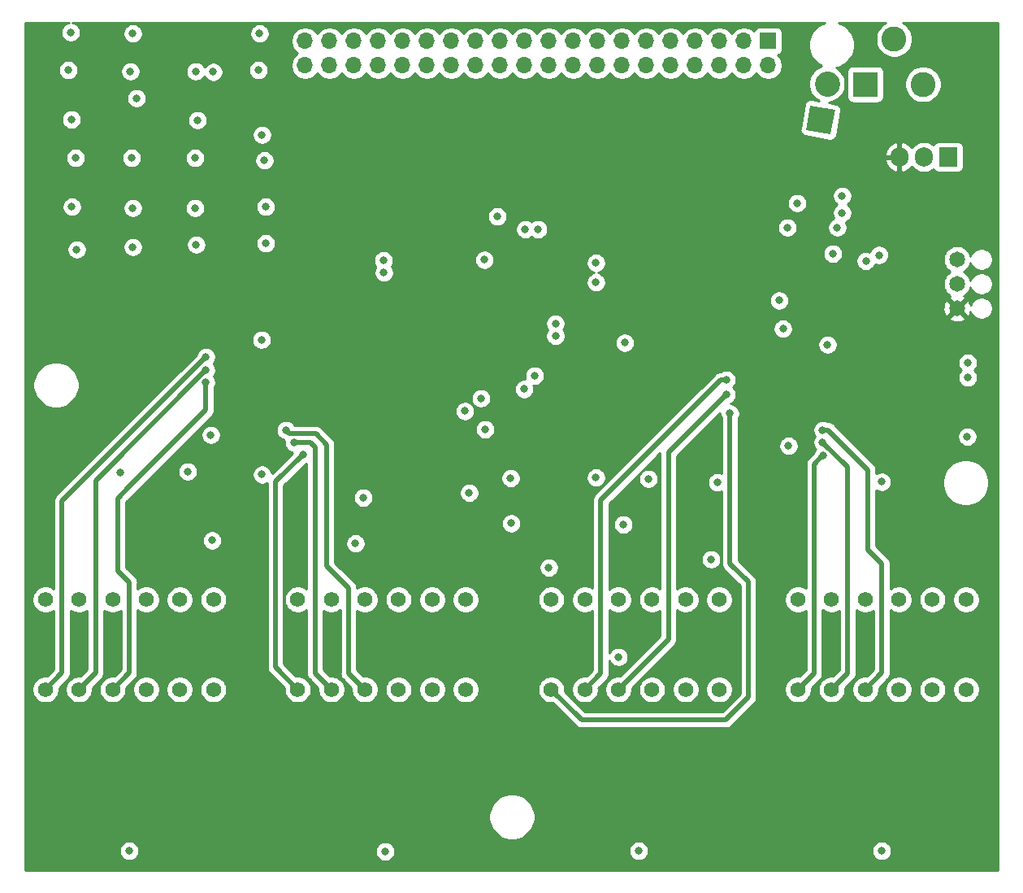
<source format=gbr>
G04 #@! TF.GenerationSoftware,KiCad,Pcbnew,5.1.5*
G04 #@! TF.CreationDate,2020-05-29T14:42:09-04:00*
G04 #@! TF.ProjectId,EVE-PCB-V4,4556452d-5043-4422-9d56-342e6b696361,rev?*
G04 #@! TF.SameCoordinates,Original*
G04 #@! TF.FileFunction,Copper,L2,Inr*
G04 #@! TF.FilePolarity,Positive*
%FSLAX46Y46*%
G04 Gerber Fmt 4.6, Leading zero omitted, Abs format (unit mm)*
G04 Created by KiCad (PCBNEW 5.1.5) date 2020-05-29 14:42:09*
%MOMM*%
%LPD*%
G04 APERTURE LIST*
%ADD10C,1.575000*%
%ADD11O,1.700000X1.700000*%
%ADD12R,1.700000X1.700000*%
%ADD13R,2.600000X2.600000*%
%ADD14C,2.600000*%
%ADD15R,1.905000X2.000000*%
%ADD16O,1.905000X2.000000*%
%ADD17C,1.650000*%
%ADD18C,0.100000*%
%ADD19C,2.600000*%
%ADD20C,0.800000*%
%ADD21C,0.500000*%
%ADD22C,0.250000*%
%ADD23C,0.254000*%
G04 APERTURE END LIST*
D10*
X108592346Y-95760000D03*
X108592346Y-105110000D03*
X105092346Y-95760000D03*
X105092346Y-105110000D03*
X101592346Y-95760000D03*
X101592346Y-105110000D03*
X98092346Y-95760000D03*
X98092346Y-105110000D03*
X94592346Y-95760000D03*
X94592346Y-105110000D03*
X91092346Y-95760000D03*
X91092346Y-105110000D03*
D11*
X118143346Y-40146769D03*
X118143346Y-37606769D03*
X120683346Y-40146769D03*
X120683346Y-37606769D03*
X123223346Y-40146769D03*
X123223346Y-37606769D03*
X125763346Y-40146769D03*
X125763346Y-37606769D03*
X128303346Y-40146769D03*
X128303346Y-37606769D03*
X130843346Y-40146769D03*
X130843346Y-37606769D03*
X133383346Y-40146769D03*
X133383346Y-37606769D03*
X135923346Y-40146769D03*
X135923346Y-37606769D03*
X138463346Y-40146769D03*
X138463346Y-37606769D03*
X141003346Y-40146769D03*
X141003346Y-37606769D03*
X143543346Y-40146769D03*
X143543346Y-37606769D03*
X146083346Y-40146769D03*
X146083346Y-37606769D03*
X148623346Y-40146769D03*
X148623346Y-37606769D03*
X151163346Y-40146769D03*
X151163346Y-37606769D03*
X153703346Y-40146769D03*
X153703346Y-37606769D03*
X156243346Y-40146769D03*
X156243346Y-37606769D03*
X158783346Y-40146769D03*
X158783346Y-37606769D03*
X161323346Y-40146769D03*
X161323346Y-37606769D03*
X163863346Y-40146769D03*
X163863346Y-37606769D03*
X166403346Y-40146769D03*
D12*
X166403346Y-37606769D03*
D10*
X187014846Y-95760000D03*
X187014846Y-105110000D03*
X183514846Y-95760000D03*
X183514846Y-105110000D03*
X180014846Y-95760000D03*
X180014846Y-105110000D03*
X176514846Y-95760000D03*
X176514846Y-105110000D03*
X173014846Y-95760000D03*
X173014846Y-105110000D03*
X169514846Y-95760000D03*
X169514846Y-105110000D03*
X161297346Y-95760000D03*
X161297346Y-105110000D03*
X157797346Y-95760000D03*
X157797346Y-105110000D03*
X154297346Y-95760000D03*
X154297346Y-105110000D03*
X150797346Y-95760000D03*
X150797346Y-105110000D03*
X147297346Y-95760000D03*
X147297346Y-105110000D03*
X143797346Y-95760000D03*
X143797346Y-105110000D03*
X134881346Y-95760000D03*
X134881346Y-105110000D03*
X131381346Y-95760000D03*
X131381346Y-105110000D03*
X127881346Y-95760000D03*
X127881346Y-105110000D03*
X124381346Y-95760000D03*
X124381346Y-105110000D03*
X120881346Y-95760000D03*
X120881346Y-105110000D03*
X117381346Y-95760000D03*
X117381346Y-105110000D03*
D13*
X176530000Y-42113200D03*
D14*
X182530000Y-42113200D03*
X179530000Y-37413200D03*
D15*
X185166000Y-49682400D03*
D16*
X182626000Y-49682400D03*
X180086000Y-49682400D03*
D17*
X186080400Y-65430400D03*
X186080400Y-62890400D03*
X186080400Y-60350400D03*
G04 #@! TA.AperFunction,ViaPad*
D18*
G36*
X172910907Y-47327593D02*
G01*
X170350407Y-46876107D01*
X170801893Y-44315607D01*
X173362393Y-44767093D01*
X172910907Y-47327593D01*
G37*
G04 #@! TD.AperFunction*
D19*
X172518000Y-42069482D02*
X172518000Y-42069482D01*
D20*
X93472000Y-40640000D03*
X99949000Y-40767000D03*
X113284000Y-40640000D03*
X100076000Y-49784000D03*
X106680000Y-49784000D03*
X94234000Y-49784000D03*
X106807000Y-58801000D03*
X113919000Y-50038000D03*
X94361000Y-59309000D03*
X100203000Y-59055000D03*
X114046000Y-58674000D03*
X172593000Y-69215000D03*
X105918000Y-82423000D03*
X113601500Y-68707000D03*
X99822000Y-121920000D03*
X126492000Y-121983500D03*
X152908000Y-121920000D03*
X178244500Y-121920000D03*
X168529000Y-79756000D03*
X106743500Y-40767000D03*
X139636500Y-87820500D03*
X139573000Y-83121500D03*
X148463000Y-83058000D03*
X151320500Y-87947500D03*
X138176000Y-55880000D03*
X151447500Y-69024500D03*
X108331000Y-78613000D03*
X136906000Y-78041500D03*
X108458000Y-89598500D03*
X136842500Y-60388500D03*
X160464500Y-91567000D03*
X187096400Y-77165200D03*
X174142400Y-61163200D03*
X162814000Y-58928000D03*
X149606000Y-56642000D03*
X121412000Y-56642000D03*
X125031500Y-87312500D03*
X135064500Y-59182000D03*
X147764500Y-57658000D03*
X100774500Y-85725000D03*
X116522500Y-85153500D03*
X178816000Y-85153500D03*
X137070500Y-72162000D03*
X146685000Y-68707000D03*
X163766500Y-84836000D03*
X182219600Y-56184800D03*
X93726000Y-36703000D03*
X172148500Y-80772000D03*
X100203000Y-36830000D03*
X172085000Y-79375000D03*
X113411000Y-36830000D03*
X172085000Y-78105000D03*
X106934000Y-45847000D03*
X162433000Y-76390500D03*
X162052000Y-72898000D03*
X108585000Y-40830500D03*
X100584000Y-43561000D03*
X162052000Y-74422000D03*
X113665000Y-47371000D03*
X117919500Y-80645000D03*
X114046000Y-54864000D03*
X117030500Y-79438500D03*
X93789500Y-45783500D03*
X116141500Y-78105000D03*
X107823000Y-70485000D03*
X100203000Y-54991000D03*
X107823000Y-71882000D03*
X106680000Y-54991000D03*
X107823000Y-73152000D03*
X93853000Y-54864000D03*
X173609000Y-57023000D03*
X169418000Y-54483000D03*
X177952400Y-59893200D03*
X187198000Y-71120000D03*
X174117000Y-53721000D03*
X174117000Y-55499000D03*
X124206000Y-85153500D03*
X123393200Y-89916000D03*
X135255000Y-84645500D03*
X168402000Y-57023000D03*
X148463000Y-60706000D03*
X144237000Y-67021000D03*
X126301500Y-60452000D03*
X142430500Y-57213500D03*
X173126400Y-59740800D03*
X148463000Y-62738000D03*
X144247351Y-68301351D03*
X126365000Y-61722000D03*
X141097000Y-57213500D03*
X167538400Y-64617600D03*
X187147200Y-78790800D03*
X167944800Y-67564000D03*
X187198000Y-72644000D03*
X153924000Y-83185000D03*
X150812500Y-101727000D03*
X143541500Y-92424500D03*
X178244500Y-83502500D03*
X142049500Y-72453500D03*
X161099500Y-83566000D03*
X140970000Y-73850500D03*
X113665000Y-82740500D03*
X134810500Y-76136500D03*
X98869500Y-82550000D03*
X136461500Y-74803000D03*
X176580800Y-60502800D03*
D21*
X172085000Y-80772000D02*
X171196000Y-81661000D01*
X171196000Y-103428846D02*
X169514846Y-105110000D01*
X171196000Y-81661000D02*
X171196000Y-103428846D01*
X174688500Y-103436346D02*
X173014846Y-105110000D01*
X172085000Y-79375000D02*
X174688500Y-81978500D01*
X174688500Y-81978500D02*
X174688500Y-103436346D01*
X172085000Y-78105000D02*
X172650685Y-78105000D01*
X178244500Y-103380346D02*
X176514846Y-105110000D01*
X176781093Y-90548093D02*
X178244500Y-92011500D01*
X176781093Y-82235407D02*
X176781093Y-90548093D01*
X172650685Y-78105000D02*
X176781093Y-82235407D01*
X178244500Y-92011500D02*
X178244500Y-103380346D01*
X164338000Y-93916500D02*
X164338000Y-105918000D01*
X164338000Y-105918000D02*
X161988500Y-108267500D01*
X146954846Y-108267500D02*
X143797346Y-105110000D01*
X161988500Y-108267500D02*
X146954846Y-108267500D01*
X162433000Y-92011500D02*
X164338000Y-93916500D01*
X162433000Y-76390500D02*
X162433000Y-92011500D01*
X161486315Y-72898000D02*
X148971000Y-85413315D01*
X162052000Y-72898000D02*
X161486315Y-72898000D01*
X148971000Y-103436346D02*
X147297346Y-105110000D01*
X148971000Y-85413315D02*
X148971000Y-103436346D01*
X162052000Y-74422000D02*
X156019500Y-80454500D01*
X156019500Y-99887846D02*
X150797346Y-105110000D01*
X156019500Y-80454500D02*
X156019500Y-99887846D01*
X117919500Y-80645000D02*
X115062000Y-83502500D01*
X115062000Y-102790654D02*
X117381346Y-105110000D01*
X115062000Y-83502500D02*
X115062000Y-102790654D01*
X119189500Y-103418154D02*
X120881346Y-105110000D01*
X119189500Y-79946500D02*
X119189500Y-103418154D01*
X117030500Y-79438500D02*
X118681500Y-79438500D01*
X118681500Y-79438500D02*
X119189500Y-79946500D01*
X116541499Y-78504999D02*
X119271999Y-78504999D01*
X116141500Y-78105000D02*
X116541499Y-78504999D01*
X119271999Y-78504999D02*
X120396000Y-79629000D01*
X120396000Y-79629000D02*
X120396000Y-92265500D01*
X120396000Y-92265500D02*
X122682000Y-94551500D01*
X122682000Y-103410654D02*
X124381346Y-105110000D01*
X122682000Y-94551500D02*
X122682000Y-103410654D01*
X107823000Y-70485000D02*
X92837000Y-85471000D01*
X92837000Y-103365346D02*
X91092346Y-105110000D01*
X92837000Y-85471000D02*
X92837000Y-103365346D01*
X107823000Y-71882000D02*
X96329500Y-83375500D01*
X96329500Y-103372846D02*
X94592346Y-105110000D01*
X96329500Y-83375500D02*
X96329500Y-103372846D01*
X107823000Y-73152000D02*
X107823000Y-76009500D01*
X107823000Y-76009500D02*
X99822000Y-84010500D01*
X99822000Y-103380346D02*
X98092346Y-105110000D01*
D22*
X99822000Y-94170500D02*
X99822000Y-93980000D01*
D21*
X99822000Y-94170500D02*
X99822000Y-103380346D01*
X99822000Y-93980000D02*
X98615500Y-92773500D01*
X98615500Y-85217000D02*
X99822000Y-84010500D01*
X98615500Y-92773500D02*
X98615500Y-85217000D01*
D23*
G36*
X93424102Y-35707774D02*
G01*
X93235744Y-35785795D01*
X93066226Y-35899063D01*
X92922063Y-36043226D01*
X92808795Y-36212744D01*
X92730774Y-36401102D01*
X92691000Y-36601061D01*
X92691000Y-36804939D01*
X92730774Y-37004898D01*
X92808795Y-37193256D01*
X92922063Y-37362774D01*
X93066226Y-37506937D01*
X93235744Y-37620205D01*
X93424102Y-37698226D01*
X93624061Y-37738000D01*
X93827939Y-37738000D01*
X94027898Y-37698226D01*
X94216256Y-37620205D01*
X94385774Y-37506937D01*
X94529937Y-37362774D01*
X94643205Y-37193256D01*
X94721226Y-37004898D01*
X94761000Y-36804939D01*
X94761000Y-36728061D01*
X99168000Y-36728061D01*
X99168000Y-36931939D01*
X99207774Y-37131898D01*
X99285795Y-37320256D01*
X99399063Y-37489774D01*
X99543226Y-37633937D01*
X99712744Y-37747205D01*
X99901102Y-37825226D01*
X100101061Y-37865000D01*
X100304939Y-37865000D01*
X100504898Y-37825226D01*
X100693256Y-37747205D01*
X100862774Y-37633937D01*
X101006937Y-37489774D01*
X101120205Y-37320256D01*
X101198226Y-37131898D01*
X101238000Y-36931939D01*
X101238000Y-36728061D01*
X112376000Y-36728061D01*
X112376000Y-36931939D01*
X112415774Y-37131898D01*
X112493795Y-37320256D01*
X112607063Y-37489774D01*
X112751226Y-37633937D01*
X112920744Y-37747205D01*
X113109102Y-37825226D01*
X113309061Y-37865000D01*
X113512939Y-37865000D01*
X113712898Y-37825226D01*
X113901256Y-37747205D01*
X114070774Y-37633937D01*
X114214937Y-37489774D01*
X114234491Y-37460509D01*
X116658346Y-37460509D01*
X116658346Y-37753029D01*
X116715414Y-38039927D01*
X116827356Y-38310180D01*
X116989871Y-38553401D01*
X117196714Y-38760244D01*
X117371106Y-38876769D01*
X117196714Y-38993294D01*
X116989871Y-39200137D01*
X116827356Y-39443358D01*
X116715414Y-39713611D01*
X116658346Y-40000509D01*
X116658346Y-40293029D01*
X116715414Y-40579927D01*
X116827356Y-40850180D01*
X116989871Y-41093401D01*
X117196714Y-41300244D01*
X117439935Y-41462759D01*
X117710188Y-41574701D01*
X117997086Y-41631769D01*
X118289606Y-41631769D01*
X118576504Y-41574701D01*
X118846757Y-41462759D01*
X119089978Y-41300244D01*
X119296821Y-41093401D01*
X119413346Y-40919009D01*
X119529871Y-41093401D01*
X119736714Y-41300244D01*
X119979935Y-41462759D01*
X120250188Y-41574701D01*
X120537086Y-41631769D01*
X120829606Y-41631769D01*
X121116504Y-41574701D01*
X121386757Y-41462759D01*
X121629978Y-41300244D01*
X121836821Y-41093401D01*
X121953346Y-40919009D01*
X122069871Y-41093401D01*
X122276714Y-41300244D01*
X122519935Y-41462759D01*
X122790188Y-41574701D01*
X123077086Y-41631769D01*
X123369606Y-41631769D01*
X123656504Y-41574701D01*
X123926757Y-41462759D01*
X124169978Y-41300244D01*
X124376821Y-41093401D01*
X124493346Y-40919009D01*
X124609871Y-41093401D01*
X124816714Y-41300244D01*
X125059935Y-41462759D01*
X125330188Y-41574701D01*
X125617086Y-41631769D01*
X125909606Y-41631769D01*
X126196504Y-41574701D01*
X126466757Y-41462759D01*
X126709978Y-41300244D01*
X126916821Y-41093401D01*
X127033346Y-40919009D01*
X127149871Y-41093401D01*
X127356714Y-41300244D01*
X127599935Y-41462759D01*
X127870188Y-41574701D01*
X128157086Y-41631769D01*
X128449606Y-41631769D01*
X128736504Y-41574701D01*
X129006757Y-41462759D01*
X129249978Y-41300244D01*
X129456821Y-41093401D01*
X129573346Y-40919009D01*
X129689871Y-41093401D01*
X129896714Y-41300244D01*
X130139935Y-41462759D01*
X130410188Y-41574701D01*
X130697086Y-41631769D01*
X130989606Y-41631769D01*
X131276504Y-41574701D01*
X131546757Y-41462759D01*
X131789978Y-41300244D01*
X131996821Y-41093401D01*
X132113346Y-40919009D01*
X132229871Y-41093401D01*
X132436714Y-41300244D01*
X132679935Y-41462759D01*
X132950188Y-41574701D01*
X133237086Y-41631769D01*
X133529606Y-41631769D01*
X133816504Y-41574701D01*
X134086757Y-41462759D01*
X134329978Y-41300244D01*
X134536821Y-41093401D01*
X134653346Y-40919009D01*
X134769871Y-41093401D01*
X134976714Y-41300244D01*
X135219935Y-41462759D01*
X135490188Y-41574701D01*
X135777086Y-41631769D01*
X136069606Y-41631769D01*
X136356504Y-41574701D01*
X136626757Y-41462759D01*
X136869978Y-41300244D01*
X137076821Y-41093401D01*
X137193346Y-40919009D01*
X137309871Y-41093401D01*
X137516714Y-41300244D01*
X137759935Y-41462759D01*
X138030188Y-41574701D01*
X138317086Y-41631769D01*
X138609606Y-41631769D01*
X138896504Y-41574701D01*
X139166757Y-41462759D01*
X139409978Y-41300244D01*
X139616821Y-41093401D01*
X139733346Y-40919009D01*
X139849871Y-41093401D01*
X140056714Y-41300244D01*
X140299935Y-41462759D01*
X140570188Y-41574701D01*
X140857086Y-41631769D01*
X141149606Y-41631769D01*
X141436504Y-41574701D01*
X141706757Y-41462759D01*
X141949978Y-41300244D01*
X142156821Y-41093401D01*
X142273346Y-40919009D01*
X142389871Y-41093401D01*
X142596714Y-41300244D01*
X142839935Y-41462759D01*
X143110188Y-41574701D01*
X143397086Y-41631769D01*
X143689606Y-41631769D01*
X143976504Y-41574701D01*
X144246757Y-41462759D01*
X144489978Y-41300244D01*
X144696821Y-41093401D01*
X144813346Y-40919009D01*
X144929871Y-41093401D01*
X145136714Y-41300244D01*
X145379935Y-41462759D01*
X145650188Y-41574701D01*
X145937086Y-41631769D01*
X146229606Y-41631769D01*
X146516504Y-41574701D01*
X146786757Y-41462759D01*
X147029978Y-41300244D01*
X147236821Y-41093401D01*
X147353346Y-40919009D01*
X147469871Y-41093401D01*
X147676714Y-41300244D01*
X147919935Y-41462759D01*
X148190188Y-41574701D01*
X148477086Y-41631769D01*
X148769606Y-41631769D01*
X149056504Y-41574701D01*
X149326757Y-41462759D01*
X149569978Y-41300244D01*
X149776821Y-41093401D01*
X149893346Y-40919009D01*
X150009871Y-41093401D01*
X150216714Y-41300244D01*
X150459935Y-41462759D01*
X150730188Y-41574701D01*
X151017086Y-41631769D01*
X151309606Y-41631769D01*
X151596504Y-41574701D01*
X151866757Y-41462759D01*
X152109978Y-41300244D01*
X152316821Y-41093401D01*
X152433346Y-40919009D01*
X152549871Y-41093401D01*
X152756714Y-41300244D01*
X152999935Y-41462759D01*
X153270188Y-41574701D01*
X153557086Y-41631769D01*
X153849606Y-41631769D01*
X154136504Y-41574701D01*
X154406757Y-41462759D01*
X154649978Y-41300244D01*
X154856821Y-41093401D01*
X154973346Y-40919009D01*
X155089871Y-41093401D01*
X155296714Y-41300244D01*
X155539935Y-41462759D01*
X155810188Y-41574701D01*
X156097086Y-41631769D01*
X156389606Y-41631769D01*
X156676504Y-41574701D01*
X156946757Y-41462759D01*
X157189978Y-41300244D01*
X157396821Y-41093401D01*
X157513346Y-40919009D01*
X157629871Y-41093401D01*
X157836714Y-41300244D01*
X158079935Y-41462759D01*
X158350188Y-41574701D01*
X158637086Y-41631769D01*
X158929606Y-41631769D01*
X159216504Y-41574701D01*
X159486757Y-41462759D01*
X159729978Y-41300244D01*
X159936821Y-41093401D01*
X160053346Y-40919009D01*
X160169871Y-41093401D01*
X160376714Y-41300244D01*
X160619935Y-41462759D01*
X160890188Y-41574701D01*
X161177086Y-41631769D01*
X161469606Y-41631769D01*
X161756504Y-41574701D01*
X162026757Y-41462759D01*
X162269978Y-41300244D01*
X162476821Y-41093401D01*
X162593346Y-40919009D01*
X162709871Y-41093401D01*
X162916714Y-41300244D01*
X163159935Y-41462759D01*
X163430188Y-41574701D01*
X163717086Y-41631769D01*
X164009606Y-41631769D01*
X164296504Y-41574701D01*
X164566757Y-41462759D01*
X164809978Y-41300244D01*
X165016821Y-41093401D01*
X165133346Y-40919009D01*
X165249871Y-41093401D01*
X165456714Y-41300244D01*
X165699935Y-41462759D01*
X165970188Y-41574701D01*
X166257086Y-41631769D01*
X166549606Y-41631769D01*
X166836504Y-41574701D01*
X167106757Y-41462759D01*
X167349978Y-41300244D01*
X167556821Y-41093401D01*
X167719336Y-40850180D01*
X167831278Y-40579927D01*
X167888346Y-40293029D01*
X167888346Y-40000509D01*
X167831278Y-39713611D01*
X167719336Y-39443358D01*
X167556821Y-39200137D01*
X167424966Y-39068282D01*
X167497526Y-39046271D01*
X167607840Y-38987306D01*
X167704531Y-38907954D01*
X167783883Y-38811263D01*
X167842848Y-38700949D01*
X167879158Y-38581251D01*
X167891418Y-38456769D01*
X167891418Y-36756769D01*
X167879158Y-36632287D01*
X167842848Y-36512589D01*
X167783883Y-36402275D01*
X167704531Y-36305584D01*
X167607840Y-36226232D01*
X167497526Y-36167267D01*
X167377828Y-36130957D01*
X167253346Y-36118697D01*
X165553346Y-36118697D01*
X165428864Y-36130957D01*
X165309166Y-36167267D01*
X165198852Y-36226232D01*
X165102161Y-36305584D01*
X165022809Y-36402275D01*
X164963844Y-36512589D01*
X164941833Y-36585149D01*
X164809978Y-36453294D01*
X164566757Y-36290779D01*
X164296504Y-36178837D01*
X164009606Y-36121769D01*
X163717086Y-36121769D01*
X163430188Y-36178837D01*
X163159935Y-36290779D01*
X162916714Y-36453294D01*
X162709871Y-36660137D01*
X162593346Y-36834529D01*
X162476821Y-36660137D01*
X162269978Y-36453294D01*
X162026757Y-36290779D01*
X161756504Y-36178837D01*
X161469606Y-36121769D01*
X161177086Y-36121769D01*
X160890188Y-36178837D01*
X160619935Y-36290779D01*
X160376714Y-36453294D01*
X160169871Y-36660137D01*
X160053346Y-36834529D01*
X159936821Y-36660137D01*
X159729978Y-36453294D01*
X159486757Y-36290779D01*
X159216504Y-36178837D01*
X158929606Y-36121769D01*
X158637086Y-36121769D01*
X158350188Y-36178837D01*
X158079935Y-36290779D01*
X157836714Y-36453294D01*
X157629871Y-36660137D01*
X157513346Y-36834529D01*
X157396821Y-36660137D01*
X157189978Y-36453294D01*
X156946757Y-36290779D01*
X156676504Y-36178837D01*
X156389606Y-36121769D01*
X156097086Y-36121769D01*
X155810188Y-36178837D01*
X155539935Y-36290779D01*
X155296714Y-36453294D01*
X155089871Y-36660137D01*
X154973346Y-36834529D01*
X154856821Y-36660137D01*
X154649978Y-36453294D01*
X154406757Y-36290779D01*
X154136504Y-36178837D01*
X153849606Y-36121769D01*
X153557086Y-36121769D01*
X153270188Y-36178837D01*
X152999935Y-36290779D01*
X152756714Y-36453294D01*
X152549871Y-36660137D01*
X152433346Y-36834529D01*
X152316821Y-36660137D01*
X152109978Y-36453294D01*
X151866757Y-36290779D01*
X151596504Y-36178837D01*
X151309606Y-36121769D01*
X151017086Y-36121769D01*
X150730188Y-36178837D01*
X150459935Y-36290779D01*
X150216714Y-36453294D01*
X150009871Y-36660137D01*
X149893346Y-36834529D01*
X149776821Y-36660137D01*
X149569978Y-36453294D01*
X149326757Y-36290779D01*
X149056504Y-36178837D01*
X148769606Y-36121769D01*
X148477086Y-36121769D01*
X148190188Y-36178837D01*
X147919935Y-36290779D01*
X147676714Y-36453294D01*
X147469871Y-36660137D01*
X147353346Y-36834529D01*
X147236821Y-36660137D01*
X147029978Y-36453294D01*
X146786757Y-36290779D01*
X146516504Y-36178837D01*
X146229606Y-36121769D01*
X145937086Y-36121769D01*
X145650188Y-36178837D01*
X145379935Y-36290779D01*
X145136714Y-36453294D01*
X144929871Y-36660137D01*
X144813346Y-36834529D01*
X144696821Y-36660137D01*
X144489978Y-36453294D01*
X144246757Y-36290779D01*
X143976504Y-36178837D01*
X143689606Y-36121769D01*
X143397086Y-36121769D01*
X143110188Y-36178837D01*
X142839935Y-36290779D01*
X142596714Y-36453294D01*
X142389871Y-36660137D01*
X142273346Y-36834529D01*
X142156821Y-36660137D01*
X141949978Y-36453294D01*
X141706757Y-36290779D01*
X141436504Y-36178837D01*
X141149606Y-36121769D01*
X140857086Y-36121769D01*
X140570188Y-36178837D01*
X140299935Y-36290779D01*
X140056714Y-36453294D01*
X139849871Y-36660137D01*
X139733346Y-36834529D01*
X139616821Y-36660137D01*
X139409978Y-36453294D01*
X139166757Y-36290779D01*
X138896504Y-36178837D01*
X138609606Y-36121769D01*
X138317086Y-36121769D01*
X138030188Y-36178837D01*
X137759935Y-36290779D01*
X137516714Y-36453294D01*
X137309871Y-36660137D01*
X137193346Y-36834529D01*
X137076821Y-36660137D01*
X136869978Y-36453294D01*
X136626757Y-36290779D01*
X136356504Y-36178837D01*
X136069606Y-36121769D01*
X135777086Y-36121769D01*
X135490188Y-36178837D01*
X135219935Y-36290779D01*
X134976714Y-36453294D01*
X134769871Y-36660137D01*
X134653346Y-36834529D01*
X134536821Y-36660137D01*
X134329978Y-36453294D01*
X134086757Y-36290779D01*
X133816504Y-36178837D01*
X133529606Y-36121769D01*
X133237086Y-36121769D01*
X132950188Y-36178837D01*
X132679935Y-36290779D01*
X132436714Y-36453294D01*
X132229871Y-36660137D01*
X132113346Y-36834529D01*
X131996821Y-36660137D01*
X131789978Y-36453294D01*
X131546757Y-36290779D01*
X131276504Y-36178837D01*
X130989606Y-36121769D01*
X130697086Y-36121769D01*
X130410188Y-36178837D01*
X130139935Y-36290779D01*
X129896714Y-36453294D01*
X129689871Y-36660137D01*
X129573346Y-36834529D01*
X129456821Y-36660137D01*
X129249978Y-36453294D01*
X129006757Y-36290779D01*
X128736504Y-36178837D01*
X128449606Y-36121769D01*
X128157086Y-36121769D01*
X127870188Y-36178837D01*
X127599935Y-36290779D01*
X127356714Y-36453294D01*
X127149871Y-36660137D01*
X127033346Y-36834529D01*
X126916821Y-36660137D01*
X126709978Y-36453294D01*
X126466757Y-36290779D01*
X126196504Y-36178837D01*
X125909606Y-36121769D01*
X125617086Y-36121769D01*
X125330188Y-36178837D01*
X125059935Y-36290779D01*
X124816714Y-36453294D01*
X124609871Y-36660137D01*
X124493346Y-36834529D01*
X124376821Y-36660137D01*
X124169978Y-36453294D01*
X123926757Y-36290779D01*
X123656504Y-36178837D01*
X123369606Y-36121769D01*
X123077086Y-36121769D01*
X122790188Y-36178837D01*
X122519935Y-36290779D01*
X122276714Y-36453294D01*
X122069871Y-36660137D01*
X121953346Y-36834529D01*
X121836821Y-36660137D01*
X121629978Y-36453294D01*
X121386757Y-36290779D01*
X121116504Y-36178837D01*
X120829606Y-36121769D01*
X120537086Y-36121769D01*
X120250188Y-36178837D01*
X119979935Y-36290779D01*
X119736714Y-36453294D01*
X119529871Y-36660137D01*
X119413346Y-36834529D01*
X119296821Y-36660137D01*
X119089978Y-36453294D01*
X118846757Y-36290779D01*
X118576504Y-36178837D01*
X118289606Y-36121769D01*
X117997086Y-36121769D01*
X117710188Y-36178837D01*
X117439935Y-36290779D01*
X117196714Y-36453294D01*
X116989871Y-36660137D01*
X116827356Y-36903358D01*
X116715414Y-37173611D01*
X116658346Y-37460509D01*
X114234491Y-37460509D01*
X114328205Y-37320256D01*
X114406226Y-37131898D01*
X114446000Y-36931939D01*
X114446000Y-36728061D01*
X114406226Y-36528102D01*
X114328205Y-36339744D01*
X114214937Y-36170226D01*
X114070774Y-36026063D01*
X113901256Y-35912795D01*
X113712898Y-35834774D01*
X113512939Y-35795000D01*
X113309061Y-35795000D01*
X113109102Y-35834774D01*
X112920744Y-35912795D01*
X112751226Y-36026063D01*
X112607063Y-36170226D01*
X112493795Y-36339744D01*
X112415774Y-36528102D01*
X112376000Y-36728061D01*
X101238000Y-36728061D01*
X101198226Y-36528102D01*
X101120205Y-36339744D01*
X101006937Y-36170226D01*
X100862774Y-36026063D01*
X100693256Y-35912795D01*
X100504898Y-35834774D01*
X100304939Y-35795000D01*
X100101061Y-35795000D01*
X99901102Y-35834774D01*
X99712744Y-35912795D01*
X99543226Y-36026063D01*
X99399063Y-36170226D01*
X99285795Y-36339744D01*
X99207774Y-36528102D01*
X99168000Y-36728061D01*
X94761000Y-36728061D01*
X94761000Y-36601061D01*
X94721226Y-36401102D01*
X94643205Y-36212744D01*
X94529937Y-36043226D01*
X94385774Y-35899063D01*
X94216256Y-35785795D01*
X94027898Y-35707774D01*
X93923459Y-35687000D01*
X172264756Y-35687000D01*
X171854506Y-35856931D01*
X171458424Y-36121585D01*
X171121585Y-36458424D01*
X170856931Y-36854506D01*
X170674635Y-37294608D01*
X170581701Y-37761818D01*
X170581701Y-38238182D01*
X170674635Y-38705392D01*
X170856931Y-39145494D01*
X171121585Y-39541576D01*
X171458424Y-39878415D01*
X171854506Y-40143069D01*
X171993925Y-40200818D01*
X171953581Y-40208843D01*
X171601434Y-40354707D01*
X171284509Y-40566469D01*
X171014987Y-40835991D01*
X170803225Y-41152916D01*
X170657361Y-41505063D01*
X170583000Y-41878901D01*
X170583000Y-42260063D01*
X170657361Y-42633901D01*
X170803225Y-42986048D01*
X171014987Y-43302973D01*
X171284509Y-43572495D01*
X171601434Y-43784257D01*
X171704071Y-43826770D01*
X170912693Y-43687229D01*
X170787974Y-43677687D01*
X170663789Y-43692660D01*
X170544912Y-43731572D01*
X170435910Y-43792929D01*
X170340973Y-43874372D01*
X170263749Y-43972771D01*
X170207205Y-44084345D01*
X170173515Y-44204807D01*
X169722029Y-46765307D01*
X169712487Y-46890026D01*
X169727460Y-47014211D01*
X169766372Y-47133088D01*
X169827729Y-47242090D01*
X169909172Y-47337027D01*
X170007571Y-47414251D01*
X170119145Y-47470795D01*
X170239607Y-47504485D01*
X172800107Y-47955971D01*
X172924826Y-47965513D01*
X173049011Y-47950540D01*
X173167888Y-47911628D01*
X173276890Y-47850271D01*
X173371827Y-47768828D01*
X173449051Y-47670429D01*
X173505595Y-47558855D01*
X173539285Y-47438393D01*
X173990771Y-44877893D01*
X174000313Y-44753174D01*
X173985340Y-44628989D01*
X173946428Y-44510112D01*
X173885071Y-44401110D01*
X173803628Y-44306173D01*
X173705229Y-44228949D01*
X173593655Y-44172405D01*
X173473193Y-44138715D01*
X172710151Y-44004170D01*
X173082419Y-43930121D01*
X173434566Y-43784257D01*
X173751491Y-43572495D01*
X174021013Y-43302973D01*
X174232775Y-42986048D01*
X174378639Y-42633901D01*
X174453000Y-42260063D01*
X174453000Y-41878901D01*
X174378639Y-41505063D01*
X174232775Y-41152916D01*
X174021013Y-40835991D01*
X173998222Y-40813200D01*
X174591928Y-40813200D01*
X174591928Y-43413200D01*
X174604188Y-43537682D01*
X174640498Y-43657380D01*
X174699463Y-43767694D01*
X174778815Y-43864385D01*
X174875506Y-43943737D01*
X174985820Y-44002702D01*
X175105518Y-44039012D01*
X175230000Y-44051272D01*
X177830000Y-44051272D01*
X177954482Y-44039012D01*
X178074180Y-44002702D01*
X178184494Y-43943737D01*
X178281185Y-43864385D01*
X178360537Y-43767694D01*
X178419502Y-43657380D01*
X178455812Y-43537682D01*
X178468072Y-43413200D01*
X178468072Y-41922619D01*
X180595000Y-41922619D01*
X180595000Y-42303781D01*
X180669361Y-42677619D01*
X180815225Y-43029766D01*
X181026987Y-43346691D01*
X181296509Y-43616213D01*
X181613434Y-43827975D01*
X181965581Y-43973839D01*
X182339419Y-44048200D01*
X182720581Y-44048200D01*
X183094419Y-43973839D01*
X183446566Y-43827975D01*
X183763491Y-43616213D01*
X184033013Y-43346691D01*
X184244775Y-43029766D01*
X184390639Y-42677619D01*
X184465000Y-42303781D01*
X184465000Y-41922619D01*
X184390639Y-41548781D01*
X184244775Y-41196634D01*
X184033013Y-40879709D01*
X183763491Y-40610187D01*
X183446566Y-40398425D01*
X183094419Y-40252561D01*
X182720581Y-40178200D01*
X182339419Y-40178200D01*
X181965581Y-40252561D01*
X181613434Y-40398425D01*
X181296509Y-40610187D01*
X181026987Y-40879709D01*
X180815225Y-41196634D01*
X180669361Y-41548781D01*
X180595000Y-41922619D01*
X178468072Y-41922619D01*
X178468072Y-40813200D01*
X178455812Y-40688718D01*
X178419502Y-40569020D01*
X178360537Y-40458706D01*
X178281185Y-40362015D01*
X178184494Y-40282663D01*
X178074180Y-40223698D01*
X177954482Y-40187388D01*
X177830000Y-40175128D01*
X175230000Y-40175128D01*
X175105518Y-40187388D01*
X174985820Y-40223698D01*
X174875506Y-40282663D01*
X174778815Y-40362015D01*
X174699463Y-40458706D01*
X174640498Y-40569020D01*
X174604188Y-40688718D01*
X174591928Y-40813200D01*
X173998222Y-40813200D01*
X173751491Y-40566469D01*
X173462855Y-40373609D01*
X173705392Y-40325365D01*
X174145494Y-40143069D01*
X174541576Y-39878415D01*
X174878415Y-39541576D01*
X175143069Y-39145494D01*
X175325365Y-38705392D01*
X175418299Y-38238182D01*
X175418299Y-37761818D01*
X175325365Y-37294608D01*
X175143069Y-36854506D01*
X174878415Y-36458424D01*
X174541576Y-36121585D01*
X174145494Y-35856931D01*
X173735244Y-35687000D01*
X178641016Y-35687000D01*
X178613434Y-35698425D01*
X178296509Y-35910187D01*
X178026987Y-36179709D01*
X177815225Y-36496634D01*
X177669361Y-36848781D01*
X177595000Y-37222619D01*
X177595000Y-37603781D01*
X177669361Y-37977619D01*
X177815225Y-38329766D01*
X178026987Y-38646691D01*
X178296509Y-38916213D01*
X178613434Y-39127975D01*
X178965581Y-39273839D01*
X179339419Y-39348200D01*
X179720581Y-39348200D01*
X180094419Y-39273839D01*
X180446566Y-39127975D01*
X180763491Y-38916213D01*
X181033013Y-38646691D01*
X181244775Y-38329766D01*
X181390639Y-37977619D01*
X181465000Y-37603781D01*
X181465000Y-37222619D01*
X181390639Y-36848781D01*
X181244775Y-36496634D01*
X181033013Y-36179709D01*
X180763491Y-35910187D01*
X180446566Y-35698425D01*
X180418984Y-35687000D01*
X190343347Y-35687000D01*
X190343346Y-123962269D01*
X89027000Y-123962269D01*
X89027000Y-121818061D01*
X98787000Y-121818061D01*
X98787000Y-122021939D01*
X98826774Y-122221898D01*
X98904795Y-122410256D01*
X99018063Y-122579774D01*
X99162226Y-122723937D01*
X99331744Y-122837205D01*
X99520102Y-122915226D01*
X99720061Y-122955000D01*
X99923939Y-122955000D01*
X100123898Y-122915226D01*
X100312256Y-122837205D01*
X100481774Y-122723937D01*
X100625937Y-122579774D01*
X100739205Y-122410256D01*
X100817226Y-122221898D01*
X100857000Y-122021939D01*
X100857000Y-121881561D01*
X125457000Y-121881561D01*
X125457000Y-122085439D01*
X125496774Y-122285398D01*
X125574795Y-122473756D01*
X125688063Y-122643274D01*
X125832226Y-122787437D01*
X126001744Y-122900705D01*
X126190102Y-122978726D01*
X126390061Y-123018500D01*
X126593939Y-123018500D01*
X126793898Y-122978726D01*
X126982256Y-122900705D01*
X127151774Y-122787437D01*
X127295937Y-122643274D01*
X127409205Y-122473756D01*
X127487226Y-122285398D01*
X127527000Y-122085439D01*
X127527000Y-121881561D01*
X127514370Y-121818061D01*
X151873000Y-121818061D01*
X151873000Y-122021939D01*
X151912774Y-122221898D01*
X151990795Y-122410256D01*
X152104063Y-122579774D01*
X152248226Y-122723937D01*
X152417744Y-122837205D01*
X152606102Y-122915226D01*
X152806061Y-122955000D01*
X153009939Y-122955000D01*
X153209898Y-122915226D01*
X153398256Y-122837205D01*
X153567774Y-122723937D01*
X153711937Y-122579774D01*
X153825205Y-122410256D01*
X153903226Y-122221898D01*
X153943000Y-122021939D01*
X153943000Y-121818061D01*
X177209500Y-121818061D01*
X177209500Y-122021939D01*
X177249274Y-122221898D01*
X177327295Y-122410256D01*
X177440563Y-122579774D01*
X177584726Y-122723937D01*
X177754244Y-122837205D01*
X177942602Y-122915226D01*
X178142561Y-122955000D01*
X178346439Y-122955000D01*
X178546398Y-122915226D01*
X178734756Y-122837205D01*
X178904274Y-122723937D01*
X179048437Y-122579774D01*
X179161705Y-122410256D01*
X179239726Y-122221898D01*
X179279500Y-122021939D01*
X179279500Y-121818061D01*
X179239726Y-121618102D01*
X179161705Y-121429744D01*
X179048437Y-121260226D01*
X178904274Y-121116063D01*
X178734756Y-121002795D01*
X178546398Y-120924774D01*
X178346439Y-120885000D01*
X178142561Y-120885000D01*
X177942602Y-120924774D01*
X177754244Y-121002795D01*
X177584726Y-121116063D01*
X177440563Y-121260226D01*
X177327295Y-121429744D01*
X177249274Y-121618102D01*
X177209500Y-121818061D01*
X153943000Y-121818061D01*
X153903226Y-121618102D01*
X153825205Y-121429744D01*
X153711937Y-121260226D01*
X153567774Y-121116063D01*
X153398256Y-121002795D01*
X153209898Y-120924774D01*
X153009939Y-120885000D01*
X152806061Y-120885000D01*
X152606102Y-120924774D01*
X152417744Y-121002795D01*
X152248226Y-121116063D01*
X152104063Y-121260226D01*
X151990795Y-121429744D01*
X151912774Y-121618102D01*
X151873000Y-121818061D01*
X127514370Y-121818061D01*
X127487226Y-121681602D01*
X127409205Y-121493244D01*
X127295937Y-121323726D01*
X127151774Y-121179563D01*
X126982256Y-121066295D01*
X126793898Y-120988274D01*
X126593939Y-120948500D01*
X126390061Y-120948500D01*
X126190102Y-120988274D01*
X126001744Y-121066295D01*
X125832226Y-121179563D01*
X125688063Y-121323726D01*
X125574795Y-121493244D01*
X125496774Y-121681602D01*
X125457000Y-121881561D01*
X100857000Y-121881561D01*
X100857000Y-121818061D01*
X100817226Y-121618102D01*
X100739205Y-121429744D01*
X100625937Y-121260226D01*
X100481774Y-121116063D01*
X100312256Y-121002795D01*
X100123898Y-120924774D01*
X99923939Y-120885000D01*
X99720061Y-120885000D01*
X99520102Y-120924774D01*
X99331744Y-121002795D01*
X99162226Y-121116063D01*
X99018063Y-121260226D01*
X98904795Y-121429744D01*
X98826774Y-121618102D01*
X98787000Y-121818061D01*
X89027000Y-121818061D01*
X89027000Y-118125818D01*
X137281701Y-118125818D01*
X137281701Y-118602182D01*
X137374635Y-119069392D01*
X137556931Y-119509494D01*
X137821585Y-119905576D01*
X138158424Y-120242415D01*
X138554506Y-120507069D01*
X138994608Y-120689365D01*
X139461818Y-120782299D01*
X139938182Y-120782299D01*
X140405392Y-120689365D01*
X140845494Y-120507069D01*
X141241576Y-120242415D01*
X141578415Y-119905576D01*
X141843069Y-119509494D01*
X142025365Y-119069392D01*
X142118299Y-118602182D01*
X142118299Y-118125818D01*
X142025365Y-117658608D01*
X141843069Y-117218506D01*
X141578415Y-116822424D01*
X141241576Y-116485585D01*
X140845494Y-116220931D01*
X140405392Y-116038635D01*
X139938182Y-115945701D01*
X139461818Y-115945701D01*
X138994608Y-116038635D01*
X138554506Y-116220931D01*
X138158424Y-116485585D01*
X137821585Y-116822424D01*
X137556931Y-117218506D01*
X137374635Y-117658608D01*
X137281701Y-118125818D01*
X89027000Y-118125818D01*
X89027000Y-95619896D01*
X89669846Y-95619896D01*
X89669846Y-95900104D01*
X89724512Y-96174928D01*
X89831743Y-96433806D01*
X89987418Y-96666791D01*
X90185555Y-96864928D01*
X90418540Y-97020603D01*
X90677418Y-97127834D01*
X90952242Y-97182500D01*
X91232450Y-97182500D01*
X91507274Y-97127834D01*
X91766152Y-97020603D01*
X91952001Y-96896423D01*
X91952001Y-102998766D01*
X91258155Y-103692613D01*
X91232450Y-103687500D01*
X90952242Y-103687500D01*
X90677418Y-103742166D01*
X90418540Y-103849397D01*
X90185555Y-104005072D01*
X89987418Y-104203209D01*
X89831743Y-104436194D01*
X89724512Y-104695072D01*
X89669846Y-104969896D01*
X89669846Y-105250104D01*
X89724512Y-105524928D01*
X89831743Y-105783806D01*
X89987418Y-106016791D01*
X90185555Y-106214928D01*
X90418540Y-106370603D01*
X90677418Y-106477834D01*
X90952242Y-106532500D01*
X91232450Y-106532500D01*
X91507274Y-106477834D01*
X91766152Y-106370603D01*
X91999137Y-106214928D01*
X92197274Y-106016791D01*
X92352949Y-105783806D01*
X92460180Y-105524928D01*
X92514846Y-105250104D01*
X92514846Y-104969896D01*
X92509733Y-104944191D01*
X93432049Y-104021876D01*
X93465817Y-103994163D01*
X93518142Y-103930406D01*
X93576410Y-103859406D01*
X93581760Y-103849397D01*
X93658589Y-103705659D01*
X93709195Y-103538836D01*
X93722000Y-103408823D01*
X93722000Y-103408813D01*
X93726281Y-103365347D01*
X93722000Y-103321881D01*
X93722000Y-96889280D01*
X93918540Y-97020603D01*
X94177418Y-97127834D01*
X94452242Y-97182500D01*
X94732450Y-97182500D01*
X95007274Y-97127834D01*
X95266152Y-97020603D01*
X95444501Y-96901435D01*
X95444501Y-103006266D01*
X94758155Y-103692613D01*
X94732450Y-103687500D01*
X94452242Y-103687500D01*
X94177418Y-103742166D01*
X93918540Y-103849397D01*
X93685555Y-104005072D01*
X93487418Y-104203209D01*
X93331743Y-104436194D01*
X93224512Y-104695072D01*
X93169846Y-104969896D01*
X93169846Y-105250104D01*
X93224512Y-105524928D01*
X93331743Y-105783806D01*
X93487418Y-106016791D01*
X93685555Y-106214928D01*
X93918540Y-106370603D01*
X94177418Y-106477834D01*
X94452242Y-106532500D01*
X94732450Y-106532500D01*
X95007274Y-106477834D01*
X95266152Y-106370603D01*
X95499137Y-106214928D01*
X95697274Y-106016791D01*
X95852949Y-105783806D01*
X95960180Y-105524928D01*
X96014846Y-105250104D01*
X96014846Y-104969896D01*
X96009733Y-104944191D01*
X96924549Y-104029376D01*
X96958317Y-104001663D01*
X97016798Y-103930405D01*
X97068911Y-103866905D01*
X97121156Y-103769160D01*
X97151089Y-103713159D01*
X97201695Y-103546336D01*
X97214500Y-103416323D01*
X97214500Y-103416315D01*
X97218781Y-103372846D01*
X97214500Y-103329377D01*
X97214500Y-96884268D01*
X97418540Y-97020603D01*
X97677418Y-97127834D01*
X97952242Y-97182500D01*
X98232450Y-97182500D01*
X98507274Y-97127834D01*
X98766152Y-97020603D01*
X98937000Y-96906446D01*
X98937001Y-103013766D01*
X98258155Y-103692613D01*
X98232450Y-103687500D01*
X97952242Y-103687500D01*
X97677418Y-103742166D01*
X97418540Y-103849397D01*
X97185555Y-104005072D01*
X96987418Y-104203209D01*
X96831743Y-104436194D01*
X96724512Y-104695072D01*
X96669846Y-104969896D01*
X96669846Y-105250104D01*
X96724512Y-105524928D01*
X96831743Y-105783806D01*
X96987418Y-106016791D01*
X97185555Y-106214928D01*
X97418540Y-106370603D01*
X97677418Y-106477834D01*
X97952242Y-106532500D01*
X98232450Y-106532500D01*
X98507274Y-106477834D01*
X98766152Y-106370603D01*
X98999137Y-106214928D01*
X99197274Y-106016791D01*
X99352949Y-105783806D01*
X99460180Y-105524928D01*
X99514846Y-105250104D01*
X99514846Y-104969896D01*
X100169846Y-104969896D01*
X100169846Y-105250104D01*
X100224512Y-105524928D01*
X100331743Y-105783806D01*
X100487418Y-106016791D01*
X100685555Y-106214928D01*
X100918540Y-106370603D01*
X101177418Y-106477834D01*
X101452242Y-106532500D01*
X101732450Y-106532500D01*
X102007274Y-106477834D01*
X102266152Y-106370603D01*
X102499137Y-106214928D01*
X102697274Y-106016791D01*
X102852949Y-105783806D01*
X102960180Y-105524928D01*
X103014846Y-105250104D01*
X103014846Y-104969896D01*
X103669846Y-104969896D01*
X103669846Y-105250104D01*
X103724512Y-105524928D01*
X103831743Y-105783806D01*
X103987418Y-106016791D01*
X104185555Y-106214928D01*
X104418540Y-106370603D01*
X104677418Y-106477834D01*
X104952242Y-106532500D01*
X105232450Y-106532500D01*
X105507274Y-106477834D01*
X105766152Y-106370603D01*
X105999137Y-106214928D01*
X106197274Y-106016791D01*
X106352949Y-105783806D01*
X106460180Y-105524928D01*
X106514846Y-105250104D01*
X106514846Y-104969896D01*
X107169846Y-104969896D01*
X107169846Y-105250104D01*
X107224512Y-105524928D01*
X107331743Y-105783806D01*
X107487418Y-106016791D01*
X107685555Y-106214928D01*
X107918540Y-106370603D01*
X108177418Y-106477834D01*
X108452242Y-106532500D01*
X108732450Y-106532500D01*
X109007274Y-106477834D01*
X109266152Y-106370603D01*
X109499137Y-106214928D01*
X109697274Y-106016791D01*
X109852949Y-105783806D01*
X109960180Y-105524928D01*
X110014846Y-105250104D01*
X110014846Y-104969896D01*
X109960180Y-104695072D01*
X109852949Y-104436194D01*
X109697274Y-104203209D01*
X109499137Y-104005072D01*
X109266152Y-103849397D01*
X109007274Y-103742166D01*
X108732450Y-103687500D01*
X108452242Y-103687500D01*
X108177418Y-103742166D01*
X107918540Y-103849397D01*
X107685555Y-104005072D01*
X107487418Y-104203209D01*
X107331743Y-104436194D01*
X107224512Y-104695072D01*
X107169846Y-104969896D01*
X106514846Y-104969896D01*
X106460180Y-104695072D01*
X106352949Y-104436194D01*
X106197274Y-104203209D01*
X105999137Y-104005072D01*
X105766152Y-103849397D01*
X105507274Y-103742166D01*
X105232450Y-103687500D01*
X104952242Y-103687500D01*
X104677418Y-103742166D01*
X104418540Y-103849397D01*
X104185555Y-104005072D01*
X103987418Y-104203209D01*
X103831743Y-104436194D01*
X103724512Y-104695072D01*
X103669846Y-104969896D01*
X103014846Y-104969896D01*
X102960180Y-104695072D01*
X102852949Y-104436194D01*
X102697274Y-104203209D01*
X102499137Y-104005072D01*
X102266152Y-103849397D01*
X102007274Y-103742166D01*
X101732450Y-103687500D01*
X101452242Y-103687500D01*
X101177418Y-103742166D01*
X100918540Y-103849397D01*
X100685555Y-104005072D01*
X100487418Y-104203209D01*
X100331743Y-104436194D01*
X100224512Y-104695072D01*
X100169846Y-104969896D01*
X99514846Y-104969896D01*
X99509733Y-104944191D01*
X100417049Y-104036876D01*
X100450817Y-104009163D01*
X100561411Y-103874405D01*
X100643589Y-103720659D01*
X100694195Y-103553836D01*
X100707000Y-103423823D01*
X100707000Y-103423813D01*
X100711281Y-103380347D01*
X100707000Y-103336881D01*
X100707000Y-96879257D01*
X100918540Y-97020603D01*
X101177418Y-97127834D01*
X101452242Y-97182500D01*
X101732450Y-97182500D01*
X102007274Y-97127834D01*
X102266152Y-97020603D01*
X102499137Y-96864928D01*
X102697274Y-96666791D01*
X102852949Y-96433806D01*
X102960180Y-96174928D01*
X103014846Y-95900104D01*
X103014846Y-95619896D01*
X103669846Y-95619896D01*
X103669846Y-95900104D01*
X103724512Y-96174928D01*
X103831743Y-96433806D01*
X103987418Y-96666791D01*
X104185555Y-96864928D01*
X104418540Y-97020603D01*
X104677418Y-97127834D01*
X104952242Y-97182500D01*
X105232450Y-97182500D01*
X105507274Y-97127834D01*
X105766152Y-97020603D01*
X105999137Y-96864928D01*
X106197274Y-96666791D01*
X106352949Y-96433806D01*
X106460180Y-96174928D01*
X106514846Y-95900104D01*
X106514846Y-95619896D01*
X107169846Y-95619896D01*
X107169846Y-95900104D01*
X107224512Y-96174928D01*
X107331743Y-96433806D01*
X107487418Y-96666791D01*
X107685555Y-96864928D01*
X107918540Y-97020603D01*
X108177418Y-97127834D01*
X108452242Y-97182500D01*
X108732450Y-97182500D01*
X109007274Y-97127834D01*
X109266152Y-97020603D01*
X109499137Y-96864928D01*
X109697274Y-96666791D01*
X109852949Y-96433806D01*
X109960180Y-96174928D01*
X110014846Y-95900104D01*
X110014846Y-95619896D01*
X109960180Y-95345072D01*
X109852949Y-95086194D01*
X109697274Y-94853209D01*
X109499137Y-94655072D01*
X109266152Y-94499397D01*
X109007274Y-94392166D01*
X108732450Y-94337500D01*
X108452242Y-94337500D01*
X108177418Y-94392166D01*
X107918540Y-94499397D01*
X107685555Y-94655072D01*
X107487418Y-94853209D01*
X107331743Y-95086194D01*
X107224512Y-95345072D01*
X107169846Y-95619896D01*
X106514846Y-95619896D01*
X106460180Y-95345072D01*
X106352949Y-95086194D01*
X106197274Y-94853209D01*
X105999137Y-94655072D01*
X105766152Y-94499397D01*
X105507274Y-94392166D01*
X105232450Y-94337500D01*
X104952242Y-94337500D01*
X104677418Y-94392166D01*
X104418540Y-94499397D01*
X104185555Y-94655072D01*
X103987418Y-94853209D01*
X103831743Y-95086194D01*
X103724512Y-95345072D01*
X103669846Y-95619896D01*
X103014846Y-95619896D01*
X102960180Y-95345072D01*
X102852949Y-95086194D01*
X102697274Y-94853209D01*
X102499137Y-94655072D01*
X102266152Y-94499397D01*
X102007274Y-94392166D01*
X101732450Y-94337500D01*
X101452242Y-94337500D01*
X101177418Y-94392166D01*
X100918540Y-94499397D01*
X100707000Y-94640743D01*
X100707000Y-94127023D01*
X100701901Y-94075248D01*
X100711281Y-93980000D01*
X100694195Y-93806510D01*
X100643589Y-93639686D01*
X100561411Y-93485941D01*
X100478532Y-93384953D01*
X99500500Y-92406922D01*
X99500500Y-89496561D01*
X107423000Y-89496561D01*
X107423000Y-89700439D01*
X107462774Y-89900398D01*
X107540795Y-90088756D01*
X107654063Y-90258274D01*
X107798226Y-90402437D01*
X107967744Y-90515705D01*
X108156102Y-90593726D01*
X108356061Y-90633500D01*
X108559939Y-90633500D01*
X108759898Y-90593726D01*
X108948256Y-90515705D01*
X109117774Y-90402437D01*
X109261937Y-90258274D01*
X109375205Y-90088756D01*
X109453226Y-89900398D01*
X109493000Y-89700439D01*
X109493000Y-89496561D01*
X109453226Y-89296602D01*
X109375205Y-89108244D01*
X109261937Y-88938726D01*
X109117774Y-88794563D01*
X108948256Y-88681295D01*
X108759898Y-88603274D01*
X108559939Y-88563500D01*
X108356061Y-88563500D01*
X108156102Y-88603274D01*
X107967744Y-88681295D01*
X107798226Y-88794563D01*
X107654063Y-88938726D01*
X107540795Y-89108244D01*
X107462774Y-89296602D01*
X107423000Y-89496561D01*
X99500500Y-89496561D01*
X99500500Y-85583578D01*
X100478532Y-84605547D01*
X100478537Y-84605541D01*
X102763017Y-82321061D01*
X104883000Y-82321061D01*
X104883000Y-82524939D01*
X104922774Y-82724898D01*
X105000795Y-82913256D01*
X105114063Y-83082774D01*
X105258226Y-83226937D01*
X105427744Y-83340205D01*
X105616102Y-83418226D01*
X105816061Y-83458000D01*
X106019939Y-83458000D01*
X106219898Y-83418226D01*
X106408256Y-83340205D01*
X106577774Y-83226937D01*
X106721937Y-83082774D01*
X106835205Y-82913256D01*
X106913226Y-82724898D01*
X106930399Y-82638561D01*
X112630000Y-82638561D01*
X112630000Y-82842439D01*
X112669774Y-83042398D01*
X112747795Y-83230756D01*
X112861063Y-83400274D01*
X113005226Y-83544437D01*
X113174744Y-83657705D01*
X113363102Y-83735726D01*
X113563061Y-83775500D01*
X113766939Y-83775500D01*
X113966898Y-83735726D01*
X114155256Y-83657705D01*
X114177000Y-83643176D01*
X114177001Y-102747175D01*
X114172719Y-102790654D01*
X114189805Y-102964144D01*
X114240412Y-103130967D01*
X114322590Y-103284713D01*
X114405468Y-103385700D01*
X114405471Y-103385703D01*
X114433184Y-103419471D01*
X114466951Y-103447183D01*
X115963959Y-104944192D01*
X115958846Y-104969896D01*
X115958846Y-105250104D01*
X116013512Y-105524928D01*
X116120743Y-105783806D01*
X116276418Y-106016791D01*
X116474555Y-106214928D01*
X116707540Y-106370603D01*
X116966418Y-106477834D01*
X117241242Y-106532500D01*
X117521450Y-106532500D01*
X117796274Y-106477834D01*
X118055152Y-106370603D01*
X118288137Y-106214928D01*
X118486274Y-106016791D01*
X118641949Y-105783806D01*
X118749180Y-105524928D01*
X118803846Y-105250104D01*
X118803846Y-104969896D01*
X118749180Y-104695072D01*
X118641949Y-104436194D01*
X118486274Y-104203209D01*
X118288137Y-104005072D01*
X118055152Y-103849397D01*
X117796274Y-103742166D01*
X117521450Y-103687500D01*
X117241242Y-103687500D01*
X117215538Y-103692613D01*
X115947000Y-102424076D01*
X115947000Y-83869078D01*
X118164544Y-81651535D01*
X118221398Y-81640226D01*
X118304500Y-81605804D01*
X118304501Y-94671436D01*
X118288137Y-94655072D01*
X118055152Y-94499397D01*
X117796274Y-94392166D01*
X117521450Y-94337500D01*
X117241242Y-94337500D01*
X116966418Y-94392166D01*
X116707540Y-94499397D01*
X116474555Y-94655072D01*
X116276418Y-94853209D01*
X116120743Y-95086194D01*
X116013512Y-95345072D01*
X115958846Y-95619896D01*
X115958846Y-95900104D01*
X116013512Y-96174928D01*
X116120743Y-96433806D01*
X116276418Y-96666791D01*
X116474555Y-96864928D01*
X116707540Y-97020603D01*
X116966418Y-97127834D01*
X117241242Y-97182500D01*
X117521450Y-97182500D01*
X117796274Y-97127834D01*
X118055152Y-97020603D01*
X118288137Y-96864928D01*
X118304501Y-96848564D01*
X118304501Y-103374675D01*
X118300219Y-103418154D01*
X118317305Y-103591644D01*
X118367912Y-103758467D01*
X118450090Y-103912213D01*
X118532968Y-104013200D01*
X118532971Y-104013203D01*
X118560684Y-104046971D01*
X118594451Y-104074683D01*
X119463959Y-104944191D01*
X119458846Y-104969896D01*
X119458846Y-105250104D01*
X119513512Y-105524928D01*
X119620743Y-105783806D01*
X119776418Y-106016791D01*
X119974555Y-106214928D01*
X120207540Y-106370603D01*
X120466418Y-106477834D01*
X120741242Y-106532500D01*
X121021450Y-106532500D01*
X121296274Y-106477834D01*
X121555152Y-106370603D01*
X121788137Y-106214928D01*
X121986274Y-106016791D01*
X122141949Y-105783806D01*
X122249180Y-105524928D01*
X122303846Y-105250104D01*
X122303846Y-104969896D01*
X122249180Y-104695072D01*
X122141949Y-104436194D01*
X121986274Y-104203209D01*
X121788137Y-104005072D01*
X121555152Y-103849397D01*
X121296274Y-103742166D01*
X121021450Y-103687500D01*
X120741242Y-103687500D01*
X120715537Y-103692613D01*
X120074500Y-103051576D01*
X120074500Y-96931709D01*
X120207540Y-97020603D01*
X120466418Y-97127834D01*
X120741242Y-97182500D01*
X121021450Y-97182500D01*
X121296274Y-97127834D01*
X121555152Y-97020603D01*
X121788137Y-96864928D01*
X121797000Y-96856065D01*
X121797001Y-103367175D01*
X121792719Y-103410654D01*
X121809805Y-103584144D01*
X121860412Y-103750967D01*
X121942590Y-103904713D01*
X122025468Y-104005700D01*
X122025471Y-104005703D01*
X122053184Y-104039471D01*
X122086951Y-104067183D01*
X122963959Y-104944191D01*
X122958846Y-104969896D01*
X122958846Y-105250104D01*
X123013512Y-105524928D01*
X123120743Y-105783806D01*
X123276418Y-106016791D01*
X123474555Y-106214928D01*
X123707540Y-106370603D01*
X123966418Y-106477834D01*
X124241242Y-106532500D01*
X124521450Y-106532500D01*
X124796274Y-106477834D01*
X125055152Y-106370603D01*
X125288137Y-106214928D01*
X125486274Y-106016791D01*
X125641949Y-105783806D01*
X125749180Y-105524928D01*
X125803846Y-105250104D01*
X125803846Y-104969896D01*
X126458846Y-104969896D01*
X126458846Y-105250104D01*
X126513512Y-105524928D01*
X126620743Y-105783806D01*
X126776418Y-106016791D01*
X126974555Y-106214928D01*
X127207540Y-106370603D01*
X127466418Y-106477834D01*
X127741242Y-106532500D01*
X128021450Y-106532500D01*
X128296274Y-106477834D01*
X128555152Y-106370603D01*
X128788137Y-106214928D01*
X128986274Y-106016791D01*
X129141949Y-105783806D01*
X129249180Y-105524928D01*
X129303846Y-105250104D01*
X129303846Y-104969896D01*
X129958846Y-104969896D01*
X129958846Y-105250104D01*
X130013512Y-105524928D01*
X130120743Y-105783806D01*
X130276418Y-106016791D01*
X130474555Y-106214928D01*
X130707540Y-106370603D01*
X130966418Y-106477834D01*
X131241242Y-106532500D01*
X131521450Y-106532500D01*
X131796274Y-106477834D01*
X132055152Y-106370603D01*
X132288137Y-106214928D01*
X132486274Y-106016791D01*
X132641949Y-105783806D01*
X132749180Y-105524928D01*
X132803846Y-105250104D01*
X132803846Y-104969896D01*
X133458846Y-104969896D01*
X133458846Y-105250104D01*
X133513512Y-105524928D01*
X133620743Y-105783806D01*
X133776418Y-106016791D01*
X133974555Y-106214928D01*
X134207540Y-106370603D01*
X134466418Y-106477834D01*
X134741242Y-106532500D01*
X135021450Y-106532500D01*
X135296274Y-106477834D01*
X135555152Y-106370603D01*
X135788137Y-106214928D01*
X135986274Y-106016791D01*
X136141949Y-105783806D01*
X136249180Y-105524928D01*
X136303846Y-105250104D01*
X136303846Y-104969896D01*
X142374846Y-104969896D01*
X142374846Y-105250104D01*
X142429512Y-105524928D01*
X142536743Y-105783806D01*
X142692418Y-106016791D01*
X142890555Y-106214928D01*
X143123540Y-106370603D01*
X143382418Y-106477834D01*
X143657242Y-106532500D01*
X143937450Y-106532500D01*
X143963155Y-106527387D01*
X146298316Y-108862549D01*
X146326029Y-108896317D01*
X146359797Y-108924030D01*
X146359799Y-108924032D01*
X146431298Y-108982710D01*
X146460787Y-109006911D01*
X146614533Y-109089089D01*
X146781356Y-109139695D01*
X146911369Y-109152500D01*
X146911379Y-109152500D01*
X146954845Y-109156781D01*
X146998311Y-109152500D01*
X161945031Y-109152500D01*
X161988500Y-109156781D01*
X162031969Y-109152500D01*
X162031977Y-109152500D01*
X162161990Y-109139695D01*
X162328813Y-109089089D01*
X162482559Y-109006911D01*
X162617317Y-108896317D01*
X162645034Y-108862544D01*
X164933049Y-106574530D01*
X164966817Y-106546817D01*
X165023431Y-106477834D01*
X165077411Y-106412059D01*
X165159588Y-106258314D01*
X165159589Y-106258313D01*
X165210195Y-106091490D01*
X165223000Y-105961477D01*
X165223000Y-105961469D01*
X165227281Y-105918000D01*
X165223000Y-105874531D01*
X165223000Y-95619896D01*
X168092346Y-95619896D01*
X168092346Y-95900104D01*
X168147012Y-96174928D01*
X168254243Y-96433806D01*
X168409918Y-96666791D01*
X168608055Y-96864928D01*
X168841040Y-97020603D01*
X169099918Y-97127834D01*
X169374742Y-97182500D01*
X169654950Y-97182500D01*
X169929774Y-97127834D01*
X170188652Y-97020603D01*
X170311001Y-96938853D01*
X170311001Y-103062266D01*
X169680655Y-103692613D01*
X169654950Y-103687500D01*
X169374742Y-103687500D01*
X169099918Y-103742166D01*
X168841040Y-103849397D01*
X168608055Y-104005072D01*
X168409918Y-104203209D01*
X168254243Y-104436194D01*
X168147012Y-104695072D01*
X168092346Y-104969896D01*
X168092346Y-105250104D01*
X168147012Y-105524928D01*
X168254243Y-105783806D01*
X168409918Y-106016791D01*
X168608055Y-106214928D01*
X168841040Y-106370603D01*
X169099918Y-106477834D01*
X169374742Y-106532500D01*
X169654950Y-106532500D01*
X169929774Y-106477834D01*
X170188652Y-106370603D01*
X170421637Y-106214928D01*
X170619774Y-106016791D01*
X170775449Y-105783806D01*
X170882680Y-105524928D01*
X170937346Y-105250104D01*
X170937346Y-104969896D01*
X170932233Y-104944191D01*
X171791049Y-104085376D01*
X171824817Y-104057663D01*
X171861308Y-104013200D01*
X171935411Y-103922905D01*
X171965343Y-103866905D01*
X172017589Y-103769159D01*
X172068195Y-103602336D01*
X172081000Y-103472323D01*
X172081000Y-103472315D01*
X172085281Y-103428846D01*
X172081000Y-103385377D01*
X172081000Y-96837873D01*
X172108055Y-96864928D01*
X172341040Y-97020603D01*
X172599918Y-97127834D01*
X172874742Y-97182500D01*
X173154950Y-97182500D01*
X173429774Y-97127834D01*
X173688652Y-97020603D01*
X173803501Y-96943864D01*
X173803501Y-103069766D01*
X173180655Y-103692613D01*
X173154950Y-103687500D01*
X172874742Y-103687500D01*
X172599918Y-103742166D01*
X172341040Y-103849397D01*
X172108055Y-104005072D01*
X171909918Y-104203209D01*
X171754243Y-104436194D01*
X171647012Y-104695072D01*
X171592346Y-104969896D01*
X171592346Y-105250104D01*
X171647012Y-105524928D01*
X171754243Y-105783806D01*
X171909918Y-106016791D01*
X172108055Y-106214928D01*
X172341040Y-106370603D01*
X172599918Y-106477834D01*
X172874742Y-106532500D01*
X173154950Y-106532500D01*
X173429774Y-106477834D01*
X173688652Y-106370603D01*
X173921637Y-106214928D01*
X174119774Y-106016791D01*
X174275449Y-105783806D01*
X174382680Y-105524928D01*
X174437346Y-105250104D01*
X174437346Y-104969896D01*
X174432233Y-104944191D01*
X175283549Y-104092876D01*
X175317317Y-104065163D01*
X175359963Y-104013200D01*
X175427910Y-103930406D01*
X175427911Y-103930405D01*
X175510089Y-103776659D01*
X175560695Y-103609836D01*
X175573500Y-103479823D01*
X175573500Y-103479813D01*
X175577781Y-103436347D01*
X175573500Y-103392881D01*
X175573500Y-96830373D01*
X175608055Y-96864928D01*
X175841040Y-97020603D01*
X176099918Y-97127834D01*
X176374742Y-97182500D01*
X176654950Y-97182500D01*
X176929774Y-97127834D01*
X177188652Y-97020603D01*
X177359500Y-96906446D01*
X177359501Y-103013766D01*
X176680655Y-103692613D01*
X176654950Y-103687500D01*
X176374742Y-103687500D01*
X176099918Y-103742166D01*
X175841040Y-103849397D01*
X175608055Y-104005072D01*
X175409918Y-104203209D01*
X175254243Y-104436194D01*
X175147012Y-104695072D01*
X175092346Y-104969896D01*
X175092346Y-105250104D01*
X175147012Y-105524928D01*
X175254243Y-105783806D01*
X175409918Y-106016791D01*
X175608055Y-106214928D01*
X175841040Y-106370603D01*
X176099918Y-106477834D01*
X176374742Y-106532500D01*
X176654950Y-106532500D01*
X176929774Y-106477834D01*
X177188652Y-106370603D01*
X177421637Y-106214928D01*
X177619774Y-106016791D01*
X177775449Y-105783806D01*
X177882680Y-105524928D01*
X177937346Y-105250104D01*
X177937346Y-104969896D01*
X178592346Y-104969896D01*
X178592346Y-105250104D01*
X178647012Y-105524928D01*
X178754243Y-105783806D01*
X178909918Y-106016791D01*
X179108055Y-106214928D01*
X179341040Y-106370603D01*
X179599918Y-106477834D01*
X179874742Y-106532500D01*
X180154950Y-106532500D01*
X180429774Y-106477834D01*
X180688652Y-106370603D01*
X180921637Y-106214928D01*
X181119774Y-106016791D01*
X181275449Y-105783806D01*
X181382680Y-105524928D01*
X181437346Y-105250104D01*
X181437346Y-104969896D01*
X182092346Y-104969896D01*
X182092346Y-105250104D01*
X182147012Y-105524928D01*
X182254243Y-105783806D01*
X182409918Y-106016791D01*
X182608055Y-106214928D01*
X182841040Y-106370603D01*
X183099918Y-106477834D01*
X183374742Y-106532500D01*
X183654950Y-106532500D01*
X183929774Y-106477834D01*
X184188652Y-106370603D01*
X184421637Y-106214928D01*
X184619774Y-106016791D01*
X184775449Y-105783806D01*
X184882680Y-105524928D01*
X184937346Y-105250104D01*
X184937346Y-104969896D01*
X185592346Y-104969896D01*
X185592346Y-105250104D01*
X185647012Y-105524928D01*
X185754243Y-105783806D01*
X185909918Y-106016791D01*
X186108055Y-106214928D01*
X186341040Y-106370603D01*
X186599918Y-106477834D01*
X186874742Y-106532500D01*
X187154950Y-106532500D01*
X187429774Y-106477834D01*
X187688652Y-106370603D01*
X187921637Y-106214928D01*
X188119774Y-106016791D01*
X188275449Y-105783806D01*
X188382680Y-105524928D01*
X188437346Y-105250104D01*
X188437346Y-104969896D01*
X188382680Y-104695072D01*
X188275449Y-104436194D01*
X188119774Y-104203209D01*
X187921637Y-104005072D01*
X187688652Y-103849397D01*
X187429774Y-103742166D01*
X187154950Y-103687500D01*
X186874742Y-103687500D01*
X186599918Y-103742166D01*
X186341040Y-103849397D01*
X186108055Y-104005072D01*
X185909918Y-104203209D01*
X185754243Y-104436194D01*
X185647012Y-104695072D01*
X185592346Y-104969896D01*
X184937346Y-104969896D01*
X184882680Y-104695072D01*
X184775449Y-104436194D01*
X184619774Y-104203209D01*
X184421637Y-104005072D01*
X184188652Y-103849397D01*
X183929774Y-103742166D01*
X183654950Y-103687500D01*
X183374742Y-103687500D01*
X183099918Y-103742166D01*
X182841040Y-103849397D01*
X182608055Y-104005072D01*
X182409918Y-104203209D01*
X182254243Y-104436194D01*
X182147012Y-104695072D01*
X182092346Y-104969896D01*
X181437346Y-104969896D01*
X181382680Y-104695072D01*
X181275449Y-104436194D01*
X181119774Y-104203209D01*
X180921637Y-104005072D01*
X180688652Y-103849397D01*
X180429774Y-103742166D01*
X180154950Y-103687500D01*
X179874742Y-103687500D01*
X179599918Y-103742166D01*
X179341040Y-103849397D01*
X179108055Y-104005072D01*
X178909918Y-104203209D01*
X178754243Y-104436194D01*
X178647012Y-104695072D01*
X178592346Y-104969896D01*
X177937346Y-104969896D01*
X177932233Y-104944191D01*
X178839549Y-104036876D01*
X178873317Y-104009163D01*
X178983911Y-103874405D01*
X179066089Y-103720659D01*
X179116695Y-103553836D01*
X179129500Y-103423823D01*
X179129500Y-103423813D01*
X179133781Y-103380347D01*
X179129500Y-103336881D01*
X179129500Y-96879257D01*
X179341040Y-97020603D01*
X179599918Y-97127834D01*
X179874742Y-97182500D01*
X180154950Y-97182500D01*
X180429774Y-97127834D01*
X180688652Y-97020603D01*
X180921637Y-96864928D01*
X181119774Y-96666791D01*
X181275449Y-96433806D01*
X181382680Y-96174928D01*
X181437346Y-95900104D01*
X181437346Y-95619896D01*
X182092346Y-95619896D01*
X182092346Y-95900104D01*
X182147012Y-96174928D01*
X182254243Y-96433806D01*
X182409918Y-96666791D01*
X182608055Y-96864928D01*
X182841040Y-97020603D01*
X183099918Y-97127834D01*
X183374742Y-97182500D01*
X183654950Y-97182500D01*
X183929774Y-97127834D01*
X184188652Y-97020603D01*
X184421637Y-96864928D01*
X184619774Y-96666791D01*
X184775449Y-96433806D01*
X184882680Y-96174928D01*
X184937346Y-95900104D01*
X184937346Y-95619896D01*
X185592346Y-95619896D01*
X185592346Y-95900104D01*
X185647012Y-96174928D01*
X185754243Y-96433806D01*
X185909918Y-96666791D01*
X186108055Y-96864928D01*
X186341040Y-97020603D01*
X186599918Y-97127834D01*
X186874742Y-97182500D01*
X187154950Y-97182500D01*
X187429774Y-97127834D01*
X187688652Y-97020603D01*
X187921637Y-96864928D01*
X188119774Y-96666791D01*
X188275449Y-96433806D01*
X188382680Y-96174928D01*
X188437346Y-95900104D01*
X188437346Y-95619896D01*
X188382680Y-95345072D01*
X188275449Y-95086194D01*
X188119774Y-94853209D01*
X187921637Y-94655072D01*
X187688652Y-94499397D01*
X187429774Y-94392166D01*
X187154950Y-94337500D01*
X186874742Y-94337500D01*
X186599918Y-94392166D01*
X186341040Y-94499397D01*
X186108055Y-94655072D01*
X185909918Y-94853209D01*
X185754243Y-95086194D01*
X185647012Y-95345072D01*
X185592346Y-95619896D01*
X184937346Y-95619896D01*
X184882680Y-95345072D01*
X184775449Y-95086194D01*
X184619774Y-94853209D01*
X184421637Y-94655072D01*
X184188652Y-94499397D01*
X183929774Y-94392166D01*
X183654950Y-94337500D01*
X183374742Y-94337500D01*
X183099918Y-94392166D01*
X182841040Y-94499397D01*
X182608055Y-94655072D01*
X182409918Y-94853209D01*
X182254243Y-95086194D01*
X182147012Y-95345072D01*
X182092346Y-95619896D01*
X181437346Y-95619896D01*
X181382680Y-95345072D01*
X181275449Y-95086194D01*
X181119774Y-94853209D01*
X180921637Y-94655072D01*
X180688652Y-94499397D01*
X180429774Y-94392166D01*
X180154950Y-94337500D01*
X179874742Y-94337500D01*
X179599918Y-94392166D01*
X179341040Y-94499397D01*
X179129500Y-94640743D01*
X179129500Y-92054966D01*
X179133781Y-92011499D01*
X179129500Y-91968033D01*
X179129500Y-91968023D01*
X179116695Y-91838010D01*
X179066089Y-91671187D01*
X178983911Y-91517441D01*
X178959710Y-91487952D01*
X178901032Y-91416453D01*
X178901030Y-91416451D01*
X178873317Y-91382683D01*
X178839550Y-91354971D01*
X177666093Y-90181515D01*
X177666093Y-84360805D01*
X177754244Y-84419705D01*
X177942602Y-84497726D01*
X178142561Y-84537500D01*
X178346439Y-84537500D01*
X178546398Y-84497726D01*
X178734756Y-84419705D01*
X178904274Y-84306437D01*
X179048437Y-84162274D01*
X179161705Y-83992756D01*
X179239726Y-83804398D01*
X179279500Y-83604439D01*
X179279500Y-83400561D01*
X179269725Y-83351418D01*
X184576501Y-83351418D01*
X184576501Y-83827782D01*
X184669435Y-84294992D01*
X184851731Y-84735094D01*
X185116385Y-85131176D01*
X185453224Y-85468015D01*
X185849306Y-85732669D01*
X186289408Y-85914965D01*
X186756618Y-86007899D01*
X187232982Y-86007899D01*
X187700192Y-85914965D01*
X188140294Y-85732669D01*
X188536376Y-85468015D01*
X188873215Y-85131176D01*
X189137869Y-84735094D01*
X189320165Y-84294992D01*
X189413099Y-83827782D01*
X189413099Y-83351418D01*
X189320165Y-82884208D01*
X189137869Y-82444106D01*
X188873215Y-82048024D01*
X188536376Y-81711185D01*
X188140294Y-81446531D01*
X187700192Y-81264235D01*
X187232982Y-81171301D01*
X186756618Y-81171301D01*
X186289408Y-81264235D01*
X185849306Y-81446531D01*
X185453224Y-81711185D01*
X185116385Y-82048024D01*
X184851731Y-82444106D01*
X184669435Y-82884208D01*
X184576501Y-83351418D01*
X179269725Y-83351418D01*
X179239726Y-83200602D01*
X179161705Y-83012244D01*
X179048437Y-82842726D01*
X178904274Y-82698563D01*
X178734756Y-82585295D01*
X178546398Y-82507274D01*
X178346439Y-82467500D01*
X178142561Y-82467500D01*
X177942602Y-82507274D01*
X177754244Y-82585295D01*
X177666093Y-82644195D01*
X177666093Y-82278872D01*
X177670374Y-82235406D01*
X177666093Y-82191940D01*
X177666093Y-82191930D01*
X177653288Y-82061917D01*
X177602682Y-81895094D01*
X177520504Y-81741348D01*
X177409910Y-81606590D01*
X177376143Y-81578878D01*
X174486125Y-78688861D01*
X186112200Y-78688861D01*
X186112200Y-78892739D01*
X186151974Y-79092698D01*
X186229995Y-79281056D01*
X186343263Y-79450574D01*
X186487426Y-79594737D01*
X186656944Y-79708005D01*
X186845302Y-79786026D01*
X187045261Y-79825800D01*
X187249139Y-79825800D01*
X187449098Y-79786026D01*
X187637456Y-79708005D01*
X187806974Y-79594737D01*
X187951137Y-79450574D01*
X188064405Y-79281056D01*
X188142426Y-79092698D01*
X188182200Y-78892739D01*
X188182200Y-78688861D01*
X188142426Y-78488902D01*
X188064405Y-78300544D01*
X187951137Y-78131026D01*
X187806974Y-77986863D01*
X187637456Y-77873595D01*
X187449098Y-77795574D01*
X187249139Y-77755800D01*
X187045261Y-77755800D01*
X186845302Y-77795574D01*
X186656944Y-77873595D01*
X186487426Y-77986863D01*
X186343263Y-78131026D01*
X186229995Y-78300544D01*
X186151974Y-78488902D01*
X186112200Y-78688861D01*
X174486125Y-78688861D01*
X173307219Y-77509956D01*
X173279502Y-77476183D01*
X173144744Y-77365589D01*
X172990998Y-77283411D01*
X172824175Y-77232805D01*
X172694162Y-77220000D01*
X172694154Y-77220000D01*
X172650685Y-77215719D01*
X172621369Y-77218606D01*
X172575256Y-77187795D01*
X172386898Y-77109774D01*
X172186939Y-77070000D01*
X171983061Y-77070000D01*
X171783102Y-77109774D01*
X171594744Y-77187795D01*
X171425226Y-77301063D01*
X171281063Y-77445226D01*
X171167795Y-77614744D01*
X171089774Y-77803102D01*
X171050000Y-78003061D01*
X171050000Y-78206939D01*
X171089774Y-78406898D01*
X171167795Y-78595256D01*
X171264510Y-78740000D01*
X171167795Y-78884744D01*
X171089774Y-79073102D01*
X171050000Y-79273061D01*
X171050000Y-79476939D01*
X171089774Y-79676898D01*
X171167795Y-79865256D01*
X171281063Y-80034774D01*
X171351539Y-80105250D01*
X171344563Y-80112226D01*
X171231295Y-80281744D01*
X171165970Y-80439451D01*
X170600956Y-81004466D01*
X170567183Y-81032183D01*
X170456589Y-81166942D01*
X170374411Y-81320688D01*
X170360348Y-81367047D01*
X170324737Y-81484440D01*
X170323805Y-81487511D01*
X170311000Y-81617524D01*
X170311000Y-81617531D01*
X170306719Y-81661000D01*
X170311000Y-81704469D01*
X170311001Y-94581147D01*
X170188652Y-94499397D01*
X169929774Y-94392166D01*
X169654950Y-94337500D01*
X169374742Y-94337500D01*
X169099918Y-94392166D01*
X168841040Y-94499397D01*
X168608055Y-94655072D01*
X168409918Y-94853209D01*
X168254243Y-95086194D01*
X168147012Y-95345072D01*
X168092346Y-95619896D01*
X165223000Y-95619896D01*
X165223000Y-93959969D01*
X165227281Y-93916500D01*
X165223000Y-93873031D01*
X165223000Y-93873023D01*
X165210195Y-93743010D01*
X165159589Y-93576187D01*
X165077411Y-93422441D01*
X164966817Y-93287683D01*
X164933050Y-93259971D01*
X163318000Y-91644922D01*
X163318000Y-79654061D01*
X167494000Y-79654061D01*
X167494000Y-79857939D01*
X167533774Y-80057898D01*
X167611795Y-80246256D01*
X167725063Y-80415774D01*
X167869226Y-80559937D01*
X168038744Y-80673205D01*
X168227102Y-80751226D01*
X168427061Y-80791000D01*
X168630939Y-80791000D01*
X168830898Y-80751226D01*
X169019256Y-80673205D01*
X169188774Y-80559937D01*
X169332937Y-80415774D01*
X169446205Y-80246256D01*
X169524226Y-80057898D01*
X169564000Y-79857939D01*
X169564000Y-79654061D01*
X169524226Y-79454102D01*
X169446205Y-79265744D01*
X169332937Y-79096226D01*
X169188774Y-78952063D01*
X169019256Y-78838795D01*
X168830898Y-78760774D01*
X168630939Y-78721000D01*
X168427061Y-78721000D01*
X168227102Y-78760774D01*
X168038744Y-78838795D01*
X167869226Y-78952063D01*
X167725063Y-79096226D01*
X167611795Y-79265744D01*
X167533774Y-79454102D01*
X167494000Y-79654061D01*
X163318000Y-79654061D01*
X163318000Y-76928954D01*
X163350205Y-76880756D01*
X163428226Y-76692398D01*
X163468000Y-76492439D01*
X163468000Y-76288561D01*
X163428226Y-76088602D01*
X163350205Y-75900244D01*
X163236937Y-75730726D01*
X163092774Y-75586563D01*
X162923256Y-75473295D01*
X162734898Y-75395274D01*
X162534939Y-75355500D01*
X162502917Y-75355500D01*
X162542256Y-75339205D01*
X162711774Y-75225937D01*
X162855937Y-75081774D01*
X162969205Y-74912256D01*
X163047226Y-74723898D01*
X163087000Y-74523939D01*
X163087000Y-74320061D01*
X163047226Y-74120102D01*
X162969205Y-73931744D01*
X162855937Y-73762226D01*
X162753711Y-73660000D01*
X162855937Y-73557774D01*
X162969205Y-73388256D01*
X163047226Y-73199898D01*
X163087000Y-72999939D01*
X163087000Y-72796061D01*
X163047226Y-72596102D01*
X162969205Y-72407744D01*
X162855937Y-72238226D01*
X162711774Y-72094063D01*
X162542256Y-71980795D01*
X162353898Y-71902774D01*
X162153939Y-71863000D01*
X161950061Y-71863000D01*
X161750102Y-71902774D01*
X161561744Y-71980795D01*
X161515631Y-72011606D01*
X161486314Y-72008719D01*
X161442848Y-72013000D01*
X161442838Y-72013000D01*
X161312825Y-72025805D01*
X161146002Y-72076411D01*
X160992256Y-72158589D01*
X160992254Y-72158590D01*
X160992255Y-72158590D01*
X160891268Y-72241468D01*
X160891266Y-72241470D01*
X160857498Y-72269183D01*
X160829785Y-72302951D01*
X148375956Y-84756781D01*
X148342183Y-84784498D01*
X148231589Y-84919257D01*
X148149411Y-85073003D01*
X148098805Y-85239826D01*
X148086000Y-85369839D01*
X148086000Y-85369846D01*
X148081719Y-85413315D01*
X148086000Y-85456784D01*
X148086001Y-94576136D01*
X147971152Y-94499397D01*
X147712274Y-94392166D01*
X147437450Y-94337500D01*
X147157242Y-94337500D01*
X146882418Y-94392166D01*
X146623540Y-94499397D01*
X146390555Y-94655072D01*
X146192418Y-94853209D01*
X146036743Y-95086194D01*
X145929512Y-95345072D01*
X145874846Y-95619896D01*
X145874846Y-95900104D01*
X145929512Y-96174928D01*
X146036743Y-96433806D01*
X146192418Y-96666791D01*
X146390555Y-96864928D01*
X146623540Y-97020603D01*
X146882418Y-97127834D01*
X147157242Y-97182500D01*
X147437450Y-97182500D01*
X147712274Y-97127834D01*
X147971152Y-97020603D01*
X148086001Y-96943864D01*
X148086001Y-103069766D01*
X147463155Y-103692613D01*
X147437450Y-103687500D01*
X147157242Y-103687500D01*
X146882418Y-103742166D01*
X146623540Y-103849397D01*
X146390555Y-104005072D01*
X146192418Y-104203209D01*
X146036743Y-104436194D01*
X145929512Y-104695072D01*
X145874846Y-104969896D01*
X145874846Y-105250104D01*
X145929512Y-105524928D01*
X146036743Y-105783806D01*
X146192418Y-106016791D01*
X146390555Y-106214928D01*
X146623540Y-106370603D01*
X146882418Y-106477834D01*
X147157242Y-106532500D01*
X147437450Y-106532500D01*
X147712274Y-106477834D01*
X147971152Y-106370603D01*
X148204137Y-106214928D01*
X148402274Y-106016791D01*
X148557949Y-105783806D01*
X148665180Y-105524928D01*
X148719846Y-105250104D01*
X148719846Y-104969896D01*
X148714733Y-104944191D01*
X149566049Y-104092876D01*
X149599817Y-104065163D01*
X149642463Y-104013200D01*
X149710410Y-103930406D01*
X149710411Y-103930405D01*
X149792589Y-103776659D01*
X149843195Y-103609836D01*
X149856000Y-103479823D01*
X149856000Y-103479813D01*
X149860281Y-103436347D01*
X149856000Y-103392881D01*
X149856000Y-102122390D01*
X149895295Y-102217256D01*
X150008563Y-102386774D01*
X150152726Y-102530937D01*
X150322244Y-102644205D01*
X150510602Y-102722226D01*
X150710561Y-102762000D01*
X150914439Y-102762000D01*
X151114398Y-102722226D01*
X151302756Y-102644205D01*
X151472274Y-102530937D01*
X151616437Y-102386774D01*
X151729705Y-102217256D01*
X151807726Y-102028898D01*
X151847500Y-101828939D01*
X151847500Y-101625061D01*
X151807726Y-101425102D01*
X151729705Y-101236744D01*
X151616437Y-101067226D01*
X151472274Y-100923063D01*
X151302756Y-100809795D01*
X151114398Y-100731774D01*
X150914439Y-100692000D01*
X150710561Y-100692000D01*
X150510602Y-100731774D01*
X150322244Y-100809795D01*
X150152726Y-100923063D01*
X150008563Y-101067226D01*
X149895295Y-101236744D01*
X149856000Y-101331610D01*
X149856000Y-96830373D01*
X149890555Y-96864928D01*
X150123540Y-97020603D01*
X150382418Y-97127834D01*
X150657242Y-97182500D01*
X150937450Y-97182500D01*
X151212274Y-97127834D01*
X151471152Y-97020603D01*
X151704137Y-96864928D01*
X151902274Y-96666791D01*
X152057949Y-96433806D01*
X152165180Y-96174928D01*
X152219846Y-95900104D01*
X152219846Y-95619896D01*
X152165180Y-95345072D01*
X152057949Y-95086194D01*
X151902274Y-94853209D01*
X151704137Y-94655072D01*
X151471152Y-94499397D01*
X151212274Y-94392166D01*
X150937450Y-94337500D01*
X150657242Y-94337500D01*
X150382418Y-94392166D01*
X150123540Y-94499397D01*
X149890555Y-94655072D01*
X149856000Y-94689627D01*
X149856000Y-87845561D01*
X150285500Y-87845561D01*
X150285500Y-88049439D01*
X150325274Y-88249398D01*
X150403295Y-88437756D01*
X150516563Y-88607274D01*
X150660726Y-88751437D01*
X150830244Y-88864705D01*
X151018602Y-88942726D01*
X151218561Y-88982500D01*
X151422439Y-88982500D01*
X151622398Y-88942726D01*
X151810756Y-88864705D01*
X151980274Y-88751437D01*
X152124437Y-88607274D01*
X152237705Y-88437756D01*
X152315726Y-88249398D01*
X152355500Y-88049439D01*
X152355500Y-87845561D01*
X152315726Y-87645602D01*
X152237705Y-87457244D01*
X152124437Y-87287726D01*
X151980274Y-87143563D01*
X151810756Y-87030295D01*
X151622398Y-86952274D01*
X151422439Y-86912500D01*
X151218561Y-86912500D01*
X151018602Y-86952274D01*
X150830244Y-87030295D01*
X150660726Y-87143563D01*
X150516563Y-87287726D01*
X150403295Y-87457244D01*
X150325274Y-87645602D01*
X150285500Y-87845561D01*
X149856000Y-87845561D01*
X149856000Y-85779893D01*
X152552832Y-83083061D01*
X152889000Y-83083061D01*
X152889000Y-83286939D01*
X152928774Y-83486898D01*
X153006795Y-83675256D01*
X153120063Y-83844774D01*
X153264226Y-83988937D01*
X153433744Y-84102205D01*
X153622102Y-84180226D01*
X153822061Y-84220000D01*
X154025939Y-84220000D01*
X154225898Y-84180226D01*
X154414256Y-84102205D01*
X154583774Y-83988937D01*
X154727937Y-83844774D01*
X154841205Y-83675256D01*
X154919226Y-83486898D01*
X154959000Y-83286939D01*
X154959000Y-83083061D01*
X154919226Y-82883102D01*
X154841205Y-82694744D01*
X154727937Y-82525226D01*
X154583774Y-82381063D01*
X154414256Y-82267795D01*
X154225898Y-82189774D01*
X154025939Y-82150000D01*
X153822061Y-82150000D01*
X153622102Y-82189774D01*
X153433744Y-82267795D01*
X153264226Y-82381063D01*
X153120063Y-82525226D01*
X153006795Y-82694744D01*
X152928774Y-82883102D01*
X152889000Y-83083061D01*
X152552832Y-83083061D01*
X155134500Y-80501393D01*
X155134501Y-94608543D01*
X154971152Y-94499397D01*
X154712274Y-94392166D01*
X154437450Y-94337500D01*
X154157242Y-94337500D01*
X153882418Y-94392166D01*
X153623540Y-94499397D01*
X153390555Y-94655072D01*
X153192418Y-94853209D01*
X153036743Y-95086194D01*
X152929512Y-95345072D01*
X152874846Y-95619896D01*
X152874846Y-95900104D01*
X152929512Y-96174928D01*
X153036743Y-96433806D01*
X153192418Y-96666791D01*
X153390555Y-96864928D01*
X153623540Y-97020603D01*
X153882418Y-97127834D01*
X154157242Y-97182500D01*
X154437450Y-97182500D01*
X154712274Y-97127834D01*
X154971152Y-97020603D01*
X155134501Y-96911457D01*
X155134501Y-99521266D01*
X150963155Y-103692613D01*
X150937450Y-103687500D01*
X150657242Y-103687500D01*
X150382418Y-103742166D01*
X150123540Y-103849397D01*
X149890555Y-104005072D01*
X149692418Y-104203209D01*
X149536743Y-104436194D01*
X149429512Y-104695072D01*
X149374846Y-104969896D01*
X149374846Y-105250104D01*
X149429512Y-105524928D01*
X149536743Y-105783806D01*
X149692418Y-106016791D01*
X149890555Y-106214928D01*
X150123540Y-106370603D01*
X150382418Y-106477834D01*
X150657242Y-106532500D01*
X150937450Y-106532500D01*
X151212274Y-106477834D01*
X151471152Y-106370603D01*
X151704137Y-106214928D01*
X151902274Y-106016791D01*
X152057949Y-105783806D01*
X152165180Y-105524928D01*
X152219846Y-105250104D01*
X152219846Y-104969896D01*
X152874846Y-104969896D01*
X152874846Y-105250104D01*
X152929512Y-105524928D01*
X153036743Y-105783806D01*
X153192418Y-106016791D01*
X153390555Y-106214928D01*
X153623540Y-106370603D01*
X153882418Y-106477834D01*
X154157242Y-106532500D01*
X154437450Y-106532500D01*
X154712274Y-106477834D01*
X154971152Y-106370603D01*
X155204137Y-106214928D01*
X155402274Y-106016791D01*
X155557949Y-105783806D01*
X155665180Y-105524928D01*
X155719846Y-105250104D01*
X155719846Y-104969896D01*
X156374846Y-104969896D01*
X156374846Y-105250104D01*
X156429512Y-105524928D01*
X156536743Y-105783806D01*
X156692418Y-106016791D01*
X156890555Y-106214928D01*
X157123540Y-106370603D01*
X157382418Y-106477834D01*
X157657242Y-106532500D01*
X157937450Y-106532500D01*
X158212274Y-106477834D01*
X158471152Y-106370603D01*
X158704137Y-106214928D01*
X158902274Y-106016791D01*
X159057949Y-105783806D01*
X159165180Y-105524928D01*
X159219846Y-105250104D01*
X159219846Y-104969896D01*
X159874846Y-104969896D01*
X159874846Y-105250104D01*
X159929512Y-105524928D01*
X160036743Y-105783806D01*
X160192418Y-106016791D01*
X160390555Y-106214928D01*
X160623540Y-106370603D01*
X160882418Y-106477834D01*
X161157242Y-106532500D01*
X161437450Y-106532500D01*
X161712274Y-106477834D01*
X161971152Y-106370603D01*
X162204137Y-106214928D01*
X162402274Y-106016791D01*
X162557949Y-105783806D01*
X162665180Y-105524928D01*
X162719846Y-105250104D01*
X162719846Y-104969896D01*
X162665180Y-104695072D01*
X162557949Y-104436194D01*
X162402274Y-104203209D01*
X162204137Y-104005072D01*
X161971152Y-103849397D01*
X161712274Y-103742166D01*
X161437450Y-103687500D01*
X161157242Y-103687500D01*
X160882418Y-103742166D01*
X160623540Y-103849397D01*
X160390555Y-104005072D01*
X160192418Y-104203209D01*
X160036743Y-104436194D01*
X159929512Y-104695072D01*
X159874846Y-104969896D01*
X159219846Y-104969896D01*
X159165180Y-104695072D01*
X159057949Y-104436194D01*
X158902274Y-104203209D01*
X158704137Y-104005072D01*
X158471152Y-103849397D01*
X158212274Y-103742166D01*
X157937450Y-103687500D01*
X157657242Y-103687500D01*
X157382418Y-103742166D01*
X157123540Y-103849397D01*
X156890555Y-104005072D01*
X156692418Y-104203209D01*
X156536743Y-104436194D01*
X156429512Y-104695072D01*
X156374846Y-104969896D01*
X155719846Y-104969896D01*
X155665180Y-104695072D01*
X155557949Y-104436194D01*
X155402274Y-104203209D01*
X155204137Y-104005072D01*
X154971152Y-103849397D01*
X154712274Y-103742166D01*
X154437450Y-103687500D01*
X154157242Y-103687500D01*
X153882418Y-103742166D01*
X153623540Y-103849397D01*
X153390555Y-104005072D01*
X153192418Y-104203209D01*
X153036743Y-104436194D01*
X152929512Y-104695072D01*
X152874846Y-104969896D01*
X152219846Y-104969896D01*
X152214733Y-104944191D01*
X156614549Y-100544376D01*
X156648317Y-100516663D01*
X156758911Y-100381905D01*
X156841089Y-100228159D01*
X156891695Y-100061336D01*
X156904500Y-99931323D01*
X156904500Y-99931313D01*
X156908781Y-99887847D01*
X156904500Y-99844380D01*
X156904500Y-96874246D01*
X157123540Y-97020603D01*
X157382418Y-97127834D01*
X157657242Y-97182500D01*
X157937450Y-97182500D01*
X158212274Y-97127834D01*
X158471152Y-97020603D01*
X158704137Y-96864928D01*
X158902274Y-96666791D01*
X159057949Y-96433806D01*
X159165180Y-96174928D01*
X159219846Y-95900104D01*
X159219846Y-95619896D01*
X159874846Y-95619896D01*
X159874846Y-95900104D01*
X159929512Y-96174928D01*
X160036743Y-96433806D01*
X160192418Y-96666791D01*
X160390555Y-96864928D01*
X160623540Y-97020603D01*
X160882418Y-97127834D01*
X161157242Y-97182500D01*
X161437450Y-97182500D01*
X161712274Y-97127834D01*
X161971152Y-97020603D01*
X162204137Y-96864928D01*
X162402274Y-96666791D01*
X162557949Y-96433806D01*
X162665180Y-96174928D01*
X162719846Y-95900104D01*
X162719846Y-95619896D01*
X162665180Y-95345072D01*
X162557949Y-95086194D01*
X162402274Y-94853209D01*
X162204137Y-94655072D01*
X161971152Y-94499397D01*
X161712274Y-94392166D01*
X161437450Y-94337500D01*
X161157242Y-94337500D01*
X160882418Y-94392166D01*
X160623540Y-94499397D01*
X160390555Y-94655072D01*
X160192418Y-94853209D01*
X160036743Y-95086194D01*
X159929512Y-95345072D01*
X159874846Y-95619896D01*
X159219846Y-95619896D01*
X159165180Y-95345072D01*
X159057949Y-95086194D01*
X158902274Y-94853209D01*
X158704137Y-94655072D01*
X158471152Y-94499397D01*
X158212274Y-94392166D01*
X157937450Y-94337500D01*
X157657242Y-94337500D01*
X157382418Y-94392166D01*
X157123540Y-94499397D01*
X156904500Y-94645754D01*
X156904500Y-91465061D01*
X159429500Y-91465061D01*
X159429500Y-91668939D01*
X159469274Y-91868898D01*
X159547295Y-92057256D01*
X159660563Y-92226774D01*
X159804726Y-92370937D01*
X159974244Y-92484205D01*
X160162602Y-92562226D01*
X160362561Y-92602000D01*
X160566439Y-92602000D01*
X160766398Y-92562226D01*
X160954756Y-92484205D01*
X161124274Y-92370937D01*
X161268437Y-92226774D01*
X161381705Y-92057256D01*
X161459726Y-91868898D01*
X161499500Y-91668939D01*
X161499500Y-91465061D01*
X161459726Y-91265102D01*
X161381705Y-91076744D01*
X161268437Y-90907226D01*
X161124274Y-90763063D01*
X160954756Y-90649795D01*
X160766398Y-90571774D01*
X160566439Y-90532000D01*
X160362561Y-90532000D01*
X160162602Y-90571774D01*
X159974244Y-90649795D01*
X159804726Y-90763063D01*
X159660563Y-90907226D01*
X159547295Y-91076744D01*
X159469274Y-91265102D01*
X159429500Y-91465061D01*
X156904500Y-91465061D01*
X156904500Y-80821078D01*
X161398000Y-76327579D01*
X161398000Y-76492439D01*
X161437774Y-76692398D01*
X161515795Y-76880756D01*
X161548000Y-76928954D01*
X161548000Y-82631499D01*
X161401398Y-82570774D01*
X161201439Y-82531000D01*
X160997561Y-82531000D01*
X160797602Y-82570774D01*
X160609244Y-82648795D01*
X160439726Y-82762063D01*
X160295563Y-82906226D01*
X160182295Y-83075744D01*
X160104274Y-83264102D01*
X160064500Y-83464061D01*
X160064500Y-83667939D01*
X160104274Y-83867898D01*
X160182295Y-84056256D01*
X160295563Y-84225774D01*
X160439726Y-84369937D01*
X160609244Y-84483205D01*
X160797602Y-84561226D01*
X160997561Y-84601000D01*
X161201439Y-84601000D01*
X161401398Y-84561226D01*
X161548001Y-84500501D01*
X161548001Y-91968021D01*
X161543719Y-92011500D01*
X161560805Y-92184990D01*
X161611412Y-92351813D01*
X161693590Y-92505559D01*
X161776468Y-92606546D01*
X161776471Y-92606549D01*
X161804184Y-92640317D01*
X161837951Y-92668029D01*
X163453000Y-94283079D01*
X163453001Y-105551420D01*
X161621922Y-107382500D01*
X147321425Y-107382500D01*
X145214733Y-105275809D01*
X145219846Y-105250104D01*
X145219846Y-104969896D01*
X145165180Y-104695072D01*
X145057949Y-104436194D01*
X144902274Y-104203209D01*
X144704137Y-104005072D01*
X144471152Y-103849397D01*
X144212274Y-103742166D01*
X143937450Y-103687500D01*
X143657242Y-103687500D01*
X143382418Y-103742166D01*
X143123540Y-103849397D01*
X142890555Y-104005072D01*
X142692418Y-104203209D01*
X142536743Y-104436194D01*
X142429512Y-104695072D01*
X142374846Y-104969896D01*
X136303846Y-104969896D01*
X136249180Y-104695072D01*
X136141949Y-104436194D01*
X135986274Y-104203209D01*
X135788137Y-104005072D01*
X135555152Y-103849397D01*
X135296274Y-103742166D01*
X135021450Y-103687500D01*
X134741242Y-103687500D01*
X134466418Y-103742166D01*
X134207540Y-103849397D01*
X133974555Y-104005072D01*
X133776418Y-104203209D01*
X133620743Y-104436194D01*
X133513512Y-104695072D01*
X133458846Y-104969896D01*
X132803846Y-104969896D01*
X132749180Y-104695072D01*
X132641949Y-104436194D01*
X132486274Y-104203209D01*
X132288137Y-104005072D01*
X132055152Y-103849397D01*
X131796274Y-103742166D01*
X131521450Y-103687500D01*
X131241242Y-103687500D01*
X130966418Y-103742166D01*
X130707540Y-103849397D01*
X130474555Y-104005072D01*
X130276418Y-104203209D01*
X130120743Y-104436194D01*
X130013512Y-104695072D01*
X129958846Y-104969896D01*
X129303846Y-104969896D01*
X129249180Y-104695072D01*
X129141949Y-104436194D01*
X128986274Y-104203209D01*
X128788137Y-104005072D01*
X128555152Y-103849397D01*
X128296274Y-103742166D01*
X128021450Y-103687500D01*
X127741242Y-103687500D01*
X127466418Y-103742166D01*
X127207540Y-103849397D01*
X126974555Y-104005072D01*
X126776418Y-104203209D01*
X126620743Y-104436194D01*
X126513512Y-104695072D01*
X126458846Y-104969896D01*
X125803846Y-104969896D01*
X125749180Y-104695072D01*
X125641949Y-104436194D01*
X125486274Y-104203209D01*
X125288137Y-104005072D01*
X125055152Y-103849397D01*
X124796274Y-103742166D01*
X124521450Y-103687500D01*
X124241242Y-103687500D01*
X124215537Y-103692613D01*
X123567000Y-103044076D01*
X123567000Y-96926698D01*
X123707540Y-97020603D01*
X123966418Y-97127834D01*
X124241242Y-97182500D01*
X124521450Y-97182500D01*
X124796274Y-97127834D01*
X125055152Y-97020603D01*
X125288137Y-96864928D01*
X125486274Y-96666791D01*
X125641949Y-96433806D01*
X125749180Y-96174928D01*
X125803846Y-95900104D01*
X125803846Y-95619896D01*
X126458846Y-95619896D01*
X126458846Y-95900104D01*
X126513512Y-96174928D01*
X126620743Y-96433806D01*
X126776418Y-96666791D01*
X126974555Y-96864928D01*
X127207540Y-97020603D01*
X127466418Y-97127834D01*
X127741242Y-97182500D01*
X128021450Y-97182500D01*
X128296274Y-97127834D01*
X128555152Y-97020603D01*
X128788137Y-96864928D01*
X128986274Y-96666791D01*
X129141949Y-96433806D01*
X129249180Y-96174928D01*
X129303846Y-95900104D01*
X129303846Y-95619896D01*
X129958846Y-95619896D01*
X129958846Y-95900104D01*
X130013512Y-96174928D01*
X130120743Y-96433806D01*
X130276418Y-96666791D01*
X130474555Y-96864928D01*
X130707540Y-97020603D01*
X130966418Y-97127834D01*
X131241242Y-97182500D01*
X131521450Y-97182500D01*
X131796274Y-97127834D01*
X132055152Y-97020603D01*
X132288137Y-96864928D01*
X132486274Y-96666791D01*
X132641949Y-96433806D01*
X132749180Y-96174928D01*
X132803846Y-95900104D01*
X132803846Y-95619896D01*
X133458846Y-95619896D01*
X133458846Y-95900104D01*
X133513512Y-96174928D01*
X133620743Y-96433806D01*
X133776418Y-96666791D01*
X133974555Y-96864928D01*
X134207540Y-97020603D01*
X134466418Y-97127834D01*
X134741242Y-97182500D01*
X135021450Y-97182500D01*
X135296274Y-97127834D01*
X135555152Y-97020603D01*
X135788137Y-96864928D01*
X135986274Y-96666791D01*
X136141949Y-96433806D01*
X136249180Y-96174928D01*
X136303846Y-95900104D01*
X136303846Y-95619896D01*
X142374846Y-95619896D01*
X142374846Y-95900104D01*
X142429512Y-96174928D01*
X142536743Y-96433806D01*
X142692418Y-96666791D01*
X142890555Y-96864928D01*
X143123540Y-97020603D01*
X143382418Y-97127834D01*
X143657242Y-97182500D01*
X143937450Y-97182500D01*
X144212274Y-97127834D01*
X144471152Y-97020603D01*
X144704137Y-96864928D01*
X144902274Y-96666791D01*
X145057949Y-96433806D01*
X145165180Y-96174928D01*
X145219846Y-95900104D01*
X145219846Y-95619896D01*
X145165180Y-95345072D01*
X145057949Y-95086194D01*
X144902274Y-94853209D01*
X144704137Y-94655072D01*
X144471152Y-94499397D01*
X144212274Y-94392166D01*
X143937450Y-94337500D01*
X143657242Y-94337500D01*
X143382418Y-94392166D01*
X143123540Y-94499397D01*
X142890555Y-94655072D01*
X142692418Y-94853209D01*
X142536743Y-95086194D01*
X142429512Y-95345072D01*
X142374846Y-95619896D01*
X136303846Y-95619896D01*
X136249180Y-95345072D01*
X136141949Y-95086194D01*
X135986274Y-94853209D01*
X135788137Y-94655072D01*
X135555152Y-94499397D01*
X135296274Y-94392166D01*
X135021450Y-94337500D01*
X134741242Y-94337500D01*
X134466418Y-94392166D01*
X134207540Y-94499397D01*
X133974555Y-94655072D01*
X133776418Y-94853209D01*
X133620743Y-95086194D01*
X133513512Y-95345072D01*
X133458846Y-95619896D01*
X132803846Y-95619896D01*
X132749180Y-95345072D01*
X132641949Y-95086194D01*
X132486274Y-94853209D01*
X132288137Y-94655072D01*
X132055152Y-94499397D01*
X131796274Y-94392166D01*
X131521450Y-94337500D01*
X131241242Y-94337500D01*
X130966418Y-94392166D01*
X130707540Y-94499397D01*
X130474555Y-94655072D01*
X130276418Y-94853209D01*
X130120743Y-95086194D01*
X130013512Y-95345072D01*
X129958846Y-95619896D01*
X129303846Y-95619896D01*
X129249180Y-95345072D01*
X129141949Y-95086194D01*
X128986274Y-94853209D01*
X128788137Y-94655072D01*
X128555152Y-94499397D01*
X128296274Y-94392166D01*
X128021450Y-94337500D01*
X127741242Y-94337500D01*
X127466418Y-94392166D01*
X127207540Y-94499397D01*
X126974555Y-94655072D01*
X126776418Y-94853209D01*
X126620743Y-95086194D01*
X126513512Y-95345072D01*
X126458846Y-95619896D01*
X125803846Y-95619896D01*
X125749180Y-95345072D01*
X125641949Y-95086194D01*
X125486274Y-94853209D01*
X125288137Y-94655072D01*
X125055152Y-94499397D01*
X124796274Y-94392166D01*
X124521450Y-94337500D01*
X124241242Y-94337500D01*
X123966418Y-94392166D01*
X123707540Y-94499397D01*
X123567175Y-94593185D01*
X123571281Y-94551499D01*
X123567000Y-94508033D01*
X123567000Y-94508023D01*
X123554195Y-94378010D01*
X123503589Y-94211187D01*
X123421411Y-94057441D01*
X123371816Y-93997010D01*
X123338532Y-93956453D01*
X123338530Y-93956451D01*
X123310817Y-93922683D01*
X123277050Y-93894971D01*
X121704640Y-92322561D01*
X142506500Y-92322561D01*
X142506500Y-92526439D01*
X142546274Y-92726398D01*
X142624295Y-92914756D01*
X142737563Y-93084274D01*
X142881726Y-93228437D01*
X143051244Y-93341705D01*
X143239602Y-93419726D01*
X143439561Y-93459500D01*
X143643439Y-93459500D01*
X143843398Y-93419726D01*
X144031756Y-93341705D01*
X144201274Y-93228437D01*
X144345437Y-93084274D01*
X144458705Y-92914756D01*
X144536726Y-92726398D01*
X144576500Y-92526439D01*
X144576500Y-92322561D01*
X144536726Y-92122602D01*
X144458705Y-91934244D01*
X144345437Y-91764726D01*
X144201274Y-91620563D01*
X144031756Y-91507295D01*
X143843398Y-91429274D01*
X143643439Y-91389500D01*
X143439561Y-91389500D01*
X143239602Y-91429274D01*
X143051244Y-91507295D01*
X142881726Y-91620563D01*
X142737563Y-91764726D01*
X142624295Y-91934244D01*
X142546274Y-92122602D01*
X142506500Y-92322561D01*
X121704640Y-92322561D01*
X121281000Y-91898922D01*
X121281000Y-89814061D01*
X122358200Y-89814061D01*
X122358200Y-90017939D01*
X122397974Y-90217898D01*
X122475995Y-90406256D01*
X122589263Y-90575774D01*
X122733426Y-90719937D01*
X122902944Y-90833205D01*
X123091302Y-90911226D01*
X123291261Y-90951000D01*
X123495139Y-90951000D01*
X123695098Y-90911226D01*
X123883456Y-90833205D01*
X124052974Y-90719937D01*
X124197137Y-90575774D01*
X124310405Y-90406256D01*
X124388426Y-90217898D01*
X124428200Y-90017939D01*
X124428200Y-89814061D01*
X124388426Y-89614102D01*
X124310405Y-89425744D01*
X124197137Y-89256226D01*
X124052974Y-89112063D01*
X123883456Y-88998795D01*
X123695098Y-88920774D01*
X123495139Y-88881000D01*
X123291261Y-88881000D01*
X123091302Y-88920774D01*
X122902944Y-88998795D01*
X122733426Y-89112063D01*
X122589263Y-89256226D01*
X122475995Y-89425744D01*
X122397974Y-89614102D01*
X122358200Y-89814061D01*
X121281000Y-89814061D01*
X121281000Y-87718561D01*
X138601500Y-87718561D01*
X138601500Y-87922439D01*
X138641274Y-88122398D01*
X138719295Y-88310756D01*
X138832563Y-88480274D01*
X138976726Y-88624437D01*
X139146244Y-88737705D01*
X139334602Y-88815726D01*
X139534561Y-88855500D01*
X139738439Y-88855500D01*
X139938398Y-88815726D01*
X140126756Y-88737705D01*
X140296274Y-88624437D01*
X140440437Y-88480274D01*
X140553705Y-88310756D01*
X140631726Y-88122398D01*
X140671500Y-87922439D01*
X140671500Y-87718561D01*
X140631726Y-87518602D01*
X140553705Y-87330244D01*
X140440437Y-87160726D01*
X140296274Y-87016563D01*
X140126756Y-86903295D01*
X139938398Y-86825274D01*
X139738439Y-86785500D01*
X139534561Y-86785500D01*
X139334602Y-86825274D01*
X139146244Y-86903295D01*
X138976726Y-87016563D01*
X138832563Y-87160726D01*
X138719295Y-87330244D01*
X138641274Y-87518602D01*
X138601500Y-87718561D01*
X121281000Y-87718561D01*
X121281000Y-85051561D01*
X123171000Y-85051561D01*
X123171000Y-85255439D01*
X123210774Y-85455398D01*
X123288795Y-85643756D01*
X123402063Y-85813274D01*
X123546226Y-85957437D01*
X123715744Y-86070705D01*
X123904102Y-86148726D01*
X124104061Y-86188500D01*
X124307939Y-86188500D01*
X124507898Y-86148726D01*
X124696256Y-86070705D01*
X124865774Y-85957437D01*
X125009937Y-85813274D01*
X125123205Y-85643756D01*
X125201226Y-85455398D01*
X125241000Y-85255439D01*
X125241000Y-85051561D01*
X125201226Y-84851602D01*
X125123205Y-84663244D01*
X125043236Y-84543561D01*
X134220000Y-84543561D01*
X134220000Y-84747439D01*
X134259774Y-84947398D01*
X134337795Y-85135756D01*
X134451063Y-85305274D01*
X134595226Y-85449437D01*
X134764744Y-85562705D01*
X134953102Y-85640726D01*
X135153061Y-85680500D01*
X135356939Y-85680500D01*
X135556898Y-85640726D01*
X135745256Y-85562705D01*
X135914774Y-85449437D01*
X136058937Y-85305274D01*
X136172205Y-85135756D01*
X136250226Y-84947398D01*
X136290000Y-84747439D01*
X136290000Y-84543561D01*
X136250226Y-84343602D01*
X136172205Y-84155244D01*
X136058937Y-83985726D01*
X135914774Y-83841563D01*
X135745256Y-83728295D01*
X135556898Y-83650274D01*
X135356939Y-83610500D01*
X135153061Y-83610500D01*
X134953102Y-83650274D01*
X134764744Y-83728295D01*
X134595226Y-83841563D01*
X134451063Y-83985726D01*
X134337795Y-84155244D01*
X134259774Y-84343602D01*
X134220000Y-84543561D01*
X125043236Y-84543561D01*
X125009937Y-84493726D01*
X124865774Y-84349563D01*
X124696256Y-84236295D01*
X124507898Y-84158274D01*
X124307939Y-84118500D01*
X124104061Y-84118500D01*
X123904102Y-84158274D01*
X123715744Y-84236295D01*
X123546226Y-84349563D01*
X123402063Y-84493726D01*
X123288795Y-84663244D01*
X123210774Y-84851602D01*
X123171000Y-85051561D01*
X121281000Y-85051561D01*
X121281000Y-83019561D01*
X138538000Y-83019561D01*
X138538000Y-83223439D01*
X138577774Y-83423398D01*
X138655795Y-83611756D01*
X138769063Y-83781274D01*
X138913226Y-83925437D01*
X139082744Y-84038705D01*
X139271102Y-84116726D01*
X139471061Y-84156500D01*
X139674939Y-84156500D01*
X139874898Y-84116726D01*
X140063256Y-84038705D01*
X140232774Y-83925437D01*
X140376937Y-83781274D01*
X140490205Y-83611756D01*
X140568226Y-83423398D01*
X140608000Y-83223439D01*
X140608000Y-83019561D01*
X140595370Y-82956061D01*
X147428000Y-82956061D01*
X147428000Y-83159939D01*
X147467774Y-83359898D01*
X147545795Y-83548256D01*
X147659063Y-83717774D01*
X147803226Y-83861937D01*
X147972744Y-83975205D01*
X148161102Y-84053226D01*
X148361061Y-84093000D01*
X148564939Y-84093000D01*
X148764898Y-84053226D01*
X148953256Y-83975205D01*
X149122774Y-83861937D01*
X149266937Y-83717774D01*
X149380205Y-83548256D01*
X149458226Y-83359898D01*
X149498000Y-83159939D01*
X149498000Y-82956061D01*
X149458226Y-82756102D01*
X149380205Y-82567744D01*
X149266937Y-82398226D01*
X149122774Y-82254063D01*
X148953256Y-82140795D01*
X148764898Y-82062774D01*
X148564939Y-82023000D01*
X148361061Y-82023000D01*
X148161102Y-82062774D01*
X147972744Y-82140795D01*
X147803226Y-82254063D01*
X147659063Y-82398226D01*
X147545795Y-82567744D01*
X147467774Y-82756102D01*
X147428000Y-82956061D01*
X140595370Y-82956061D01*
X140568226Y-82819602D01*
X140490205Y-82631244D01*
X140376937Y-82461726D01*
X140232774Y-82317563D01*
X140063256Y-82204295D01*
X139874898Y-82126274D01*
X139674939Y-82086500D01*
X139471061Y-82086500D01*
X139271102Y-82126274D01*
X139082744Y-82204295D01*
X138913226Y-82317563D01*
X138769063Y-82461726D01*
X138655795Y-82631244D01*
X138577774Y-82819602D01*
X138538000Y-83019561D01*
X121281000Y-83019561D01*
X121281000Y-79672465D01*
X121285281Y-79628999D01*
X121281000Y-79585533D01*
X121281000Y-79585523D01*
X121268195Y-79455510D01*
X121217589Y-79288687D01*
X121135411Y-79134941D01*
X121071625Y-79057218D01*
X121052532Y-79033953D01*
X121052530Y-79033951D01*
X121024817Y-79000183D01*
X120991050Y-78972471D01*
X119958140Y-77939561D01*
X135871000Y-77939561D01*
X135871000Y-78143439D01*
X135910774Y-78343398D01*
X135988795Y-78531756D01*
X136102063Y-78701274D01*
X136246226Y-78845437D01*
X136415744Y-78958705D01*
X136604102Y-79036726D01*
X136804061Y-79076500D01*
X137007939Y-79076500D01*
X137207898Y-79036726D01*
X137396256Y-78958705D01*
X137565774Y-78845437D01*
X137709937Y-78701274D01*
X137823205Y-78531756D01*
X137901226Y-78343398D01*
X137941000Y-78143439D01*
X137941000Y-77939561D01*
X137901226Y-77739602D01*
X137823205Y-77551244D01*
X137709937Y-77381726D01*
X137565774Y-77237563D01*
X137396256Y-77124295D01*
X137207898Y-77046274D01*
X137007939Y-77006500D01*
X136804061Y-77006500D01*
X136604102Y-77046274D01*
X136415744Y-77124295D01*
X136246226Y-77237563D01*
X136102063Y-77381726D01*
X135988795Y-77551244D01*
X135910774Y-77739602D01*
X135871000Y-77939561D01*
X119958140Y-77939561D01*
X119928531Y-77909953D01*
X119900816Y-77876182D01*
X119766058Y-77765588D01*
X119612312Y-77683410D01*
X119445489Y-77632804D01*
X119315476Y-77619999D01*
X119315468Y-77619999D01*
X119271999Y-77615718D01*
X119228530Y-77619999D01*
X117060882Y-77619999D01*
X117058705Y-77614744D01*
X116945437Y-77445226D01*
X116801274Y-77301063D01*
X116631756Y-77187795D01*
X116443398Y-77109774D01*
X116243439Y-77070000D01*
X116039561Y-77070000D01*
X115839602Y-77109774D01*
X115651244Y-77187795D01*
X115481726Y-77301063D01*
X115337563Y-77445226D01*
X115224295Y-77614744D01*
X115146274Y-77803102D01*
X115106500Y-78003061D01*
X115106500Y-78206939D01*
X115146274Y-78406898D01*
X115224295Y-78595256D01*
X115337563Y-78764774D01*
X115481726Y-78908937D01*
X115651244Y-79022205D01*
X115839602Y-79100226D01*
X115893994Y-79111045D01*
X115912682Y-79133816D01*
X116018546Y-79220698D01*
X115995500Y-79336561D01*
X115995500Y-79540439D01*
X116035274Y-79740398D01*
X116113295Y-79928756D01*
X116226563Y-80098274D01*
X116370726Y-80242437D01*
X116540244Y-80355705D01*
X116728602Y-80433726D01*
X116854210Y-80458711D01*
X114695746Y-82617176D01*
X114660226Y-82438602D01*
X114582205Y-82250244D01*
X114468937Y-82080726D01*
X114324774Y-81936563D01*
X114155256Y-81823295D01*
X113966898Y-81745274D01*
X113766939Y-81705500D01*
X113563061Y-81705500D01*
X113363102Y-81745274D01*
X113174744Y-81823295D01*
X113005226Y-81936563D01*
X112861063Y-82080726D01*
X112747795Y-82250244D01*
X112669774Y-82438602D01*
X112630000Y-82638561D01*
X106930399Y-82638561D01*
X106953000Y-82524939D01*
X106953000Y-82321061D01*
X106913226Y-82121102D01*
X106835205Y-81932744D01*
X106721937Y-81763226D01*
X106577774Y-81619063D01*
X106408256Y-81505795D01*
X106219898Y-81427774D01*
X106019939Y-81388000D01*
X105816061Y-81388000D01*
X105616102Y-81427774D01*
X105427744Y-81505795D01*
X105258226Y-81619063D01*
X105114063Y-81763226D01*
X105000795Y-81932744D01*
X104922774Y-82121102D01*
X104883000Y-82321061D01*
X102763017Y-82321061D01*
X106573017Y-78511061D01*
X107296000Y-78511061D01*
X107296000Y-78714939D01*
X107335774Y-78914898D01*
X107413795Y-79103256D01*
X107527063Y-79272774D01*
X107671226Y-79416937D01*
X107840744Y-79530205D01*
X108029102Y-79608226D01*
X108229061Y-79648000D01*
X108432939Y-79648000D01*
X108632898Y-79608226D01*
X108821256Y-79530205D01*
X108990774Y-79416937D01*
X109134937Y-79272774D01*
X109248205Y-79103256D01*
X109326226Y-78914898D01*
X109366000Y-78714939D01*
X109366000Y-78511061D01*
X109326226Y-78311102D01*
X109248205Y-78122744D01*
X109134937Y-77953226D01*
X108990774Y-77809063D01*
X108821256Y-77695795D01*
X108632898Y-77617774D01*
X108432939Y-77578000D01*
X108229061Y-77578000D01*
X108029102Y-77617774D01*
X107840744Y-77695795D01*
X107671226Y-77809063D01*
X107527063Y-77953226D01*
X107413795Y-78122744D01*
X107335774Y-78311102D01*
X107296000Y-78511061D01*
X106573017Y-78511061D01*
X108418049Y-76666030D01*
X108451817Y-76638317D01*
X108562411Y-76503559D01*
X108644589Y-76349813D01*
X108695195Y-76182990D01*
X108708000Y-76052977D01*
X108708000Y-76052969D01*
X108709812Y-76034561D01*
X133775500Y-76034561D01*
X133775500Y-76238439D01*
X133815274Y-76438398D01*
X133893295Y-76626756D01*
X134006563Y-76796274D01*
X134150726Y-76940437D01*
X134320244Y-77053705D01*
X134508602Y-77131726D01*
X134708561Y-77171500D01*
X134912439Y-77171500D01*
X135112398Y-77131726D01*
X135300756Y-77053705D01*
X135470274Y-76940437D01*
X135614437Y-76796274D01*
X135727705Y-76626756D01*
X135805726Y-76438398D01*
X135845500Y-76238439D01*
X135845500Y-76034561D01*
X135805726Y-75834602D01*
X135727705Y-75646244D01*
X135614437Y-75476726D01*
X135470274Y-75332563D01*
X135300756Y-75219295D01*
X135112398Y-75141274D01*
X134912439Y-75101500D01*
X134708561Y-75101500D01*
X134508602Y-75141274D01*
X134320244Y-75219295D01*
X134150726Y-75332563D01*
X134006563Y-75476726D01*
X133893295Y-75646244D01*
X133815274Y-75834602D01*
X133775500Y-76034561D01*
X108709812Y-76034561D01*
X108712281Y-76009500D01*
X108708000Y-75966031D01*
X108708000Y-74701061D01*
X135426500Y-74701061D01*
X135426500Y-74904939D01*
X135466274Y-75104898D01*
X135544295Y-75293256D01*
X135657563Y-75462774D01*
X135801726Y-75606937D01*
X135971244Y-75720205D01*
X136159602Y-75798226D01*
X136359561Y-75838000D01*
X136563439Y-75838000D01*
X136763398Y-75798226D01*
X136951756Y-75720205D01*
X137121274Y-75606937D01*
X137265437Y-75462774D01*
X137378705Y-75293256D01*
X137456726Y-75104898D01*
X137496500Y-74904939D01*
X137496500Y-74701061D01*
X137456726Y-74501102D01*
X137378705Y-74312744D01*
X137265437Y-74143226D01*
X137121274Y-73999063D01*
X136951756Y-73885795D01*
X136763398Y-73807774D01*
X136563439Y-73768000D01*
X136359561Y-73768000D01*
X136159602Y-73807774D01*
X135971244Y-73885795D01*
X135801726Y-73999063D01*
X135657563Y-74143226D01*
X135544295Y-74312744D01*
X135466274Y-74501102D01*
X135426500Y-74701061D01*
X108708000Y-74701061D01*
X108708000Y-73748561D01*
X139935000Y-73748561D01*
X139935000Y-73952439D01*
X139974774Y-74152398D01*
X140052795Y-74340756D01*
X140166063Y-74510274D01*
X140310226Y-74654437D01*
X140479744Y-74767705D01*
X140668102Y-74845726D01*
X140868061Y-74885500D01*
X141071939Y-74885500D01*
X141271898Y-74845726D01*
X141460256Y-74767705D01*
X141629774Y-74654437D01*
X141773937Y-74510274D01*
X141887205Y-74340756D01*
X141965226Y-74152398D01*
X142005000Y-73952439D01*
X142005000Y-73748561D01*
X141965226Y-73548602D01*
X141939682Y-73486933D01*
X141947561Y-73488500D01*
X142151439Y-73488500D01*
X142351398Y-73448726D01*
X142539756Y-73370705D01*
X142709274Y-73257437D01*
X142853437Y-73113274D01*
X142966705Y-72943756D01*
X143044726Y-72755398D01*
X143084500Y-72555439D01*
X143084500Y-72351561D01*
X143044726Y-72151602D01*
X142966705Y-71963244D01*
X142853437Y-71793726D01*
X142709274Y-71649563D01*
X142539756Y-71536295D01*
X142351398Y-71458274D01*
X142151439Y-71418500D01*
X141947561Y-71418500D01*
X141747602Y-71458274D01*
X141559244Y-71536295D01*
X141389726Y-71649563D01*
X141245563Y-71793726D01*
X141132295Y-71963244D01*
X141054274Y-72151602D01*
X141014500Y-72351561D01*
X141014500Y-72555439D01*
X141054274Y-72755398D01*
X141079818Y-72817067D01*
X141071939Y-72815500D01*
X140868061Y-72815500D01*
X140668102Y-72855274D01*
X140479744Y-72933295D01*
X140310226Y-73046563D01*
X140166063Y-73190726D01*
X140052795Y-73360244D01*
X139974774Y-73548602D01*
X139935000Y-73748561D01*
X108708000Y-73748561D01*
X108708000Y-73690454D01*
X108740205Y-73642256D01*
X108818226Y-73453898D01*
X108858000Y-73253939D01*
X108858000Y-73050061D01*
X108818226Y-72850102D01*
X108740205Y-72661744D01*
X108643490Y-72517000D01*
X108740205Y-72372256D01*
X108818226Y-72183898D01*
X108858000Y-71983939D01*
X108858000Y-71780061D01*
X108818226Y-71580102D01*
X108740205Y-71391744D01*
X108626937Y-71222226D01*
X108588211Y-71183500D01*
X108626937Y-71144774D01*
X108711603Y-71018061D01*
X186163000Y-71018061D01*
X186163000Y-71221939D01*
X186202774Y-71421898D01*
X186280795Y-71610256D01*
X186394063Y-71779774D01*
X186496289Y-71882000D01*
X186394063Y-71984226D01*
X186280795Y-72153744D01*
X186202774Y-72342102D01*
X186163000Y-72542061D01*
X186163000Y-72745939D01*
X186202774Y-72945898D01*
X186280795Y-73134256D01*
X186394063Y-73303774D01*
X186538226Y-73447937D01*
X186707744Y-73561205D01*
X186896102Y-73639226D01*
X187096061Y-73679000D01*
X187299939Y-73679000D01*
X187499898Y-73639226D01*
X187688256Y-73561205D01*
X187857774Y-73447937D01*
X188001937Y-73303774D01*
X188115205Y-73134256D01*
X188193226Y-72945898D01*
X188233000Y-72745939D01*
X188233000Y-72542061D01*
X188193226Y-72342102D01*
X188115205Y-72153744D01*
X188001937Y-71984226D01*
X187899711Y-71882000D01*
X188001937Y-71779774D01*
X188115205Y-71610256D01*
X188193226Y-71421898D01*
X188233000Y-71221939D01*
X188233000Y-71018061D01*
X188193226Y-70818102D01*
X188115205Y-70629744D01*
X188001937Y-70460226D01*
X187857774Y-70316063D01*
X187688256Y-70202795D01*
X187499898Y-70124774D01*
X187299939Y-70085000D01*
X187096061Y-70085000D01*
X186896102Y-70124774D01*
X186707744Y-70202795D01*
X186538226Y-70316063D01*
X186394063Y-70460226D01*
X186280795Y-70629744D01*
X186202774Y-70818102D01*
X186163000Y-71018061D01*
X108711603Y-71018061D01*
X108740205Y-70975256D01*
X108818226Y-70786898D01*
X108858000Y-70586939D01*
X108858000Y-70383061D01*
X108818226Y-70183102D01*
X108740205Y-69994744D01*
X108626937Y-69825226D01*
X108482774Y-69681063D01*
X108313256Y-69567795D01*
X108124898Y-69489774D01*
X107924939Y-69450000D01*
X107721061Y-69450000D01*
X107521102Y-69489774D01*
X107332744Y-69567795D01*
X107163226Y-69681063D01*
X107019063Y-69825226D01*
X106905795Y-69994744D01*
X106827774Y-70183102D01*
X106816465Y-70239956D01*
X92241956Y-84814466D01*
X92208183Y-84842183D01*
X92097589Y-84976942D01*
X92015411Y-85130688D01*
X91964805Y-85297511D01*
X91952000Y-85427524D01*
X91952000Y-85427531D01*
X91947719Y-85471000D01*
X91952000Y-85514469D01*
X91952001Y-94623577D01*
X91766152Y-94499397D01*
X91507274Y-94392166D01*
X91232450Y-94337500D01*
X90952242Y-94337500D01*
X90677418Y-94392166D01*
X90418540Y-94499397D01*
X90185555Y-94655072D01*
X89987418Y-94853209D01*
X89831743Y-95086194D01*
X89724512Y-95345072D01*
X89669846Y-95619896D01*
X89027000Y-95619896D01*
X89027000Y-73167818D01*
X89783701Y-73167818D01*
X89783701Y-73644182D01*
X89876635Y-74111392D01*
X90058931Y-74551494D01*
X90323585Y-74947576D01*
X90660424Y-75284415D01*
X91056506Y-75549069D01*
X91496608Y-75731365D01*
X91963818Y-75824299D01*
X92440182Y-75824299D01*
X92907392Y-75731365D01*
X93347494Y-75549069D01*
X93743576Y-75284415D01*
X94080415Y-74947576D01*
X94345069Y-74551494D01*
X94527365Y-74111392D01*
X94620299Y-73644182D01*
X94620299Y-73167818D01*
X94527365Y-72700608D01*
X94345069Y-72260506D01*
X94080415Y-71864424D01*
X93743576Y-71527585D01*
X93347494Y-71262931D01*
X92907392Y-71080635D01*
X92440182Y-70987701D01*
X91963818Y-70987701D01*
X91496608Y-71080635D01*
X91056506Y-71262931D01*
X90660424Y-71527585D01*
X90323585Y-71864424D01*
X90058931Y-72260506D01*
X89876635Y-72700608D01*
X89783701Y-73167818D01*
X89027000Y-73167818D01*
X89027000Y-68605061D01*
X112566500Y-68605061D01*
X112566500Y-68808939D01*
X112606274Y-69008898D01*
X112684295Y-69197256D01*
X112797563Y-69366774D01*
X112941726Y-69510937D01*
X113111244Y-69624205D01*
X113299602Y-69702226D01*
X113499561Y-69742000D01*
X113703439Y-69742000D01*
X113903398Y-69702226D01*
X114091756Y-69624205D01*
X114261274Y-69510937D01*
X114405437Y-69366774D01*
X114518705Y-69197256D01*
X114596726Y-69008898D01*
X114636500Y-68808939D01*
X114636500Y-68605061D01*
X114596726Y-68405102D01*
X114518705Y-68216744D01*
X114405437Y-68047226D01*
X114261274Y-67903063D01*
X114091756Y-67789795D01*
X113903398Y-67711774D01*
X113703439Y-67672000D01*
X113499561Y-67672000D01*
X113299602Y-67711774D01*
X113111244Y-67789795D01*
X112941726Y-67903063D01*
X112797563Y-68047226D01*
X112684295Y-68216744D01*
X112606274Y-68405102D01*
X112566500Y-68605061D01*
X89027000Y-68605061D01*
X89027000Y-66919061D01*
X143202000Y-66919061D01*
X143202000Y-67122939D01*
X143241774Y-67322898D01*
X143319795Y-67511256D01*
X143425143Y-67668921D01*
X143330146Y-67811095D01*
X143252125Y-67999453D01*
X143212351Y-68199412D01*
X143212351Y-68403290D01*
X143252125Y-68603249D01*
X143330146Y-68791607D01*
X143443414Y-68961125D01*
X143587577Y-69105288D01*
X143757095Y-69218556D01*
X143945453Y-69296577D01*
X144145412Y-69336351D01*
X144349290Y-69336351D01*
X144549249Y-69296577D01*
X144737607Y-69218556D01*
X144907125Y-69105288D01*
X145051288Y-68961125D01*
X145077055Y-68922561D01*
X150412500Y-68922561D01*
X150412500Y-69126439D01*
X150452274Y-69326398D01*
X150530295Y-69514756D01*
X150643563Y-69684274D01*
X150787726Y-69828437D01*
X150957244Y-69941705D01*
X151145602Y-70019726D01*
X151345561Y-70059500D01*
X151549439Y-70059500D01*
X151749398Y-70019726D01*
X151937756Y-69941705D01*
X152107274Y-69828437D01*
X152251437Y-69684274D01*
X152364705Y-69514756D01*
X152442726Y-69326398D01*
X152482500Y-69126439D01*
X152482500Y-69113061D01*
X171558000Y-69113061D01*
X171558000Y-69316939D01*
X171597774Y-69516898D01*
X171675795Y-69705256D01*
X171789063Y-69874774D01*
X171933226Y-70018937D01*
X172102744Y-70132205D01*
X172291102Y-70210226D01*
X172491061Y-70250000D01*
X172694939Y-70250000D01*
X172894898Y-70210226D01*
X173083256Y-70132205D01*
X173252774Y-70018937D01*
X173396937Y-69874774D01*
X173510205Y-69705256D01*
X173588226Y-69516898D01*
X173628000Y-69316939D01*
X173628000Y-69113061D01*
X173588226Y-68913102D01*
X173510205Y-68724744D01*
X173396937Y-68555226D01*
X173252774Y-68411063D01*
X173083256Y-68297795D01*
X172894898Y-68219774D01*
X172694939Y-68180000D01*
X172491061Y-68180000D01*
X172291102Y-68219774D01*
X172102744Y-68297795D01*
X171933226Y-68411063D01*
X171789063Y-68555226D01*
X171675795Y-68724744D01*
X171597774Y-68913102D01*
X171558000Y-69113061D01*
X152482500Y-69113061D01*
X152482500Y-68922561D01*
X152442726Y-68722602D01*
X152364705Y-68534244D01*
X152251437Y-68364726D01*
X152107274Y-68220563D01*
X151937756Y-68107295D01*
X151749398Y-68029274D01*
X151549439Y-67989500D01*
X151345561Y-67989500D01*
X151145602Y-68029274D01*
X150957244Y-68107295D01*
X150787726Y-68220563D01*
X150643563Y-68364726D01*
X150530295Y-68534244D01*
X150452274Y-68722602D01*
X150412500Y-68922561D01*
X145077055Y-68922561D01*
X145164556Y-68791607D01*
X145242577Y-68603249D01*
X145282351Y-68403290D01*
X145282351Y-68199412D01*
X145242577Y-67999453D01*
X145164556Y-67811095D01*
X145059208Y-67653430D01*
X145154205Y-67511256D01*
X145174582Y-67462061D01*
X166909800Y-67462061D01*
X166909800Y-67665939D01*
X166949574Y-67865898D01*
X167027595Y-68054256D01*
X167140863Y-68223774D01*
X167285026Y-68367937D01*
X167454544Y-68481205D01*
X167642902Y-68559226D01*
X167842861Y-68599000D01*
X168046739Y-68599000D01*
X168246698Y-68559226D01*
X168435056Y-68481205D01*
X168604574Y-68367937D01*
X168748737Y-68223774D01*
X168862005Y-68054256D01*
X168940026Y-67865898D01*
X168979800Y-67665939D01*
X168979800Y-67462061D01*
X168940026Y-67262102D01*
X168862005Y-67073744D01*
X168748737Y-66904226D01*
X168604574Y-66760063D01*
X168435056Y-66646795D01*
X168246698Y-66568774D01*
X168046739Y-66529000D01*
X167842861Y-66529000D01*
X167642902Y-66568774D01*
X167454544Y-66646795D01*
X167285026Y-66760063D01*
X167140863Y-66904226D01*
X167027595Y-67073744D01*
X166949574Y-67262102D01*
X166909800Y-67462061D01*
X145174582Y-67462061D01*
X145232226Y-67322898D01*
X145272000Y-67122939D01*
X145272000Y-66919061D01*
X145232226Y-66719102D01*
X145154205Y-66530744D01*
X145094208Y-66440951D01*
X185249454Y-66440951D01*
X185324063Y-66687473D01*
X185583839Y-66810873D01*
X185862697Y-66881223D01*
X186149921Y-66895817D01*
X186434474Y-66854097D01*
X186705420Y-66757665D01*
X186836737Y-66687473D01*
X186911346Y-66440951D01*
X186080400Y-65610005D01*
X185249454Y-66440951D01*
X145094208Y-66440951D01*
X145040937Y-66361226D01*
X144896774Y-66217063D01*
X144727256Y-66103795D01*
X144538898Y-66025774D01*
X144338939Y-65986000D01*
X144135061Y-65986000D01*
X143935102Y-66025774D01*
X143746744Y-66103795D01*
X143577226Y-66217063D01*
X143433063Y-66361226D01*
X143319795Y-66530744D01*
X143241774Y-66719102D01*
X143202000Y-66919061D01*
X89027000Y-66919061D01*
X89027000Y-64515661D01*
X166503400Y-64515661D01*
X166503400Y-64719539D01*
X166543174Y-64919498D01*
X166621195Y-65107856D01*
X166734463Y-65277374D01*
X166878626Y-65421537D01*
X167048144Y-65534805D01*
X167236502Y-65612826D01*
X167436461Y-65652600D01*
X167640339Y-65652600D01*
X167840298Y-65612826D01*
X168028656Y-65534805D01*
X168080863Y-65499921D01*
X184614983Y-65499921D01*
X184656703Y-65784474D01*
X184753135Y-66055420D01*
X184823327Y-66186737D01*
X185069849Y-66261346D01*
X185900795Y-65430400D01*
X186260005Y-65430400D01*
X187090951Y-66261346D01*
X187337473Y-66186737D01*
X187460873Y-65926961D01*
X187492129Y-65803067D01*
X187570266Y-65991708D01*
X187699950Y-66185794D01*
X187865006Y-66350850D01*
X188059092Y-66480534D01*
X188274748Y-66569861D01*
X188503688Y-66615400D01*
X188737112Y-66615400D01*
X188966052Y-66569861D01*
X189181708Y-66480534D01*
X189375794Y-66350850D01*
X189540850Y-66185794D01*
X189670534Y-65991708D01*
X189759861Y-65776052D01*
X189805400Y-65547112D01*
X189805400Y-65313688D01*
X189759861Y-65084748D01*
X189670534Y-64869092D01*
X189540850Y-64675006D01*
X189375794Y-64509950D01*
X189181708Y-64380266D01*
X188966052Y-64290939D01*
X188737112Y-64245400D01*
X188503688Y-64245400D01*
X188274748Y-64290939D01*
X188059092Y-64380266D01*
X187865006Y-64509950D01*
X187699950Y-64675006D01*
X187570266Y-64869092D01*
X187495007Y-65050785D01*
X187407665Y-64805380D01*
X187337473Y-64674063D01*
X187090951Y-64599454D01*
X186260005Y-65430400D01*
X185900795Y-65430400D01*
X185069849Y-64599454D01*
X184823327Y-64674063D01*
X184699927Y-64933839D01*
X184629577Y-65212697D01*
X184614983Y-65499921D01*
X168080863Y-65499921D01*
X168198174Y-65421537D01*
X168342337Y-65277374D01*
X168455605Y-65107856D01*
X168533626Y-64919498D01*
X168573400Y-64719539D01*
X168573400Y-64515661D01*
X168533626Y-64315702D01*
X168455605Y-64127344D01*
X168342337Y-63957826D01*
X168198174Y-63813663D01*
X168028656Y-63700395D01*
X167840298Y-63622374D01*
X167640339Y-63582600D01*
X167436461Y-63582600D01*
X167236502Y-63622374D01*
X167048144Y-63700395D01*
X166878626Y-63813663D01*
X166734463Y-63957826D01*
X166621195Y-64127344D01*
X166543174Y-64315702D01*
X166503400Y-64515661D01*
X89027000Y-64515661D01*
X89027000Y-60350061D01*
X125266500Y-60350061D01*
X125266500Y-60553939D01*
X125306274Y-60753898D01*
X125384295Y-60942256D01*
X125497563Y-61111774D01*
X125515782Y-61129993D01*
X125447795Y-61231744D01*
X125369774Y-61420102D01*
X125330000Y-61620061D01*
X125330000Y-61823939D01*
X125369774Y-62023898D01*
X125447795Y-62212256D01*
X125561063Y-62381774D01*
X125705226Y-62525937D01*
X125874744Y-62639205D01*
X126063102Y-62717226D01*
X126263061Y-62757000D01*
X126466939Y-62757000D01*
X126666898Y-62717226D01*
X126855256Y-62639205D01*
X127024774Y-62525937D01*
X127168937Y-62381774D01*
X127282205Y-62212256D01*
X127360226Y-62023898D01*
X127400000Y-61823939D01*
X127400000Y-61620061D01*
X127360226Y-61420102D01*
X127282205Y-61231744D01*
X127168937Y-61062226D01*
X127150718Y-61044007D01*
X127218705Y-60942256D01*
X127296726Y-60753898D01*
X127336500Y-60553939D01*
X127336500Y-60350061D01*
X127323870Y-60286561D01*
X135807500Y-60286561D01*
X135807500Y-60490439D01*
X135847274Y-60690398D01*
X135925295Y-60878756D01*
X136038563Y-61048274D01*
X136182726Y-61192437D01*
X136352244Y-61305705D01*
X136540602Y-61383726D01*
X136740561Y-61423500D01*
X136944439Y-61423500D01*
X137144398Y-61383726D01*
X137332756Y-61305705D01*
X137502274Y-61192437D01*
X137646437Y-61048274D01*
X137759705Y-60878756D01*
X137837726Y-60690398D01*
X137854899Y-60604061D01*
X147428000Y-60604061D01*
X147428000Y-60807939D01*
X147467774Y-61007898D01*
X147545795Y-61196256D01*
X147659063Y-61365774D01*
X147803226Y-61509937D01*
X147972744Y-61623205D01*
X148161102Y-61701226D01*
X148265541Y-61722000D01*
X148161102Y-61742774D01*
X147972744Y-61820795D01*
X147803226Y-61934063D01*
X147659063Y-62078226D01*
X147545795Y-62247744D01*
X147467774Y-62436102D01*
X147428000Y-62636061D01*
X147428000Y-62839939D01*
X147467774Y-63039898D01*
X147545795Y-63228256D01*
X147659063Y-63397774D01*
X147803226Y-63541937D01*
X147972744Y-63655205D01*
X148161102Y-63733226D01*
X148361061Y-63773000D01*
X148564939Y-63773000D01*
X148764898Y-63733226D01*
X148953256Y-63655205D01*
X149122774Y-63541937D01*
X149266937Y-63397774D01*
X149380205Y-63228256D01*
X149458226Y-63039898D01*
X149498000Y-62839939D01*
X149498000Y-62636061D01*
X149458226Y-62436102D01*
X149380205Y-62247744D01*
X149266937Y-62078226D01*
X149122774Y-61934063D01*
X148953256Y-61820795D01*
X148764898Y-61742774D01*
X148660459Y-61722000D01*
X148764898Y-61701226D01*
X148953256Y-61623205D01*
X149122774Y-61509937D01*
X149266937Y-61365774D01*
X149380205Y-61196256D01*
X149458226Y-61007898D01*
X149498000Y-60807939D01*
X149498000Y-60604061D01*
X149458226Y-60404102D01*
X149380205Y-60215744D01*
X149266937Y-60046226D01*
X149122774Y-59902063D01*
X148953256Y-59788795D01*
X148764898Y-59710774D01*
X148564939Y-59671000D01*
X148361061Y-59671000D01*
X148161102Y-59710774D01*
X147972744Y-59788795D01*
X147803226Y-59902063D01*
X147659063Y-60046226D01*
X147545795Y-60215744D01*
X147467774Y-60404102D01*
X147428000Y-60604061D01*
X137854899Y-60604061D01*
X137877500Y-60490439D01*
X137877500Y-60286561D01*
X137837726Y-60086602D01*
X137759705Y-59898244D01*
X137646437Y-59728726D01*
X137556572Y-59638861D01*
X172091400Y-59638861D01*
X172091400Y-59842739D01*
X172131174Y-60042698D01*
X172209195Y-60231056D01*
X172322463Y-60400574D01*
X172466626Y-60544737D01*
X172636144Y-60658005D01*
X172824502Y-60736026D01*
X173024461Y-60775800D01*
X173228339Y-60775800D01*
X173428298Y-60736026D01*
X173616656Y-60658005D01*
X173786174Y-60544737D01*
X173930050Y-60400861D01*
X175545800Y-60400861D01*
X175545800Y-60604739D01*
X175585574Y-60804698D01*
X175663595Y-60993056D01*
X175776863Y-61162574D01*
X175921026Y-61306737D01*
X176090544Y-61420005D01*
X176278902Y-61498026D01*
X176478861Y-61537800D01*
X176682739Y-61537800D01*
X176882698Y-61498026D01*
X177071056Y-61420005D01*
X177240574Y-61306737D01*
X177384737Y-61162574D01*
X177498005Y-60993056D01*
X177557330Y-60849833D01*
X177650502Y-60888426D01*
X177850461Y-60928200D01*
X178054339Y-60928200D01*
X178254298Y-60888426D01*
X178442656Y-60810405D01*
X178612174Y-60697137D01*
X178756337Y-60552974D01*
X178869605Y-60383456D01*
X178942860Y-60206603D01*
X184620400Y-60206603D01*
X184620400Y-60494197D01*
X184676507Y-60776266D01*
X184786565Y-61041969D01*
X184946344Y-61281096D01*
X185149704Y-61484456D01*
X185353159Y-61620400D01*
X185149704Y-61756344D01*
X184946344Y-61959704D01*
X184786565Y-62198831D01*
X184676507Y-62464534D01*
X184620400Y-62746603D01*
X184620400Y-63034197D01*
X184676507Y-63316266D01*
X184786565Y-63581969D01*
X184946344Y-63821096D01*
X185149704Y-64024456D01*
X185350976Y-64158941D01*
X185324063Y-64173327D01*
X185249454Y-64419849D01*
X186080400Y-65250795D01*
X186911346Y-64419849D01*
X186836737Y-64173327D01*
X186808423Y-64159877D01*
X187011096Y-64024456D01*
X187214456Y-63821096D01*
X187374235Y-63581969D01*
X187484293Y-63316266D01*
X187493984Y-63267546D01*
X187570266Y-63451708D01*
X187699950Y-63645794D01*
X187865006Y-63810850D01*
X188059092Y-63940534D01*
X188274748Y-64029861D01*
X188503688Y-64075400D01*
X188737112Y-64075400D01*
X188966052Y-64029861D01*
X189181708Y-63940534D01*
X189375794Y-63810850D01*
X189540850Y-63645794D01*
X189670534Y-63451708D01*
X189759861Y-63236052D01*
X189805400Y-63007112D01*
X189805400Y-62773688D01*
X189759861Y-62544748D01*
X189670534Y-62329092D01*
X189540850Y-62135006D01*
X189375794Y-61969950D01*
X189181708Y-61840266D01*
X188966052Y-61750939D01*
X188737112Y-61705400D01*
X188503688Y-61705400D01*
X188274748Y-61750939D01*
X188059092Y-61840266D01*
X187865006Y-61969950D01*
X187699950Y-62135006D01*
X187570266Y-62329092D01*
X187493984Y-62513254D01*
X187484293Y-62464534D01*
X187374235Y-62198831D01*
X187214456Y-61959704D01*
X187011096Y-61756344D01*
X186807641Y-61620400D01*
X187011096Y-61484456D01*
X187214456Y-61281096D01*
X187374235Y-61041969D01*
X187484293Y-60776266D01*
X187493984Y-60727546D01*
X187570266Y-60911708D01*
X187699950Y-61105794D01*
X187865006Y-61270850D01*
X188059092Y-61400534D01*
X188274748Y-61489861D01*
X188503688Y-61535400D01*
X188737112Y-61535400D01*
X188966052Y-61489861D01*
X189181708Y-61400534D01*
X189375794Y-61270850D01*
X189540850Y-61105794D01*
X189670534Y-60911708D01*
X189759861Y-60696052D01*
X189805400Y-60467112D01*
X189805400Y-60233688D01*
X189759861Y-60004748D01*
X189670534Y-59789092D01*
X189540850Y-59595006D01*
X189375794Y-59429950D01*
X189181708Y-59300266D01*
X188966052Y-59210939D01*
X188737112Y-59165400D01*
X188503688Y-59165400D01*
X188274748Y-59210939D01*
X188059092Y-59300266D01*
X187865006Y-59429950D01*
X187699950Y-59595006D01*
X187570266Y-59789092D01*
X187493984Y-59973254D01*
X187484293Y-59924534D01*
X187374235Y-59658831D01*
X187214456Y-59419704D01*
X187011096Y-59216344D01*
X186771969Y-59056565D01*
X186506266Y-58946507D01*
X186224197Y-58890400D01*
X185936603Y-58890400D01*
X185654534Y-58946507D01*
X185388831Y-59056565D01*
X185149704Y-59216344D01*
X184946344Y-59419704D01*
X184786565Y-59658831D01*
X184676507Y-59924534D01*
X184620400Y-60206603D01*
X178942860Y-60206603D01*
X178947626Y-60195098D01*
X178987400Y-59995139D01*
X178987400Y-59791261D01*
X178947626Y-59591302D01*
X178869605Y-59402944D01*
X178756337Y-59233426D01*
X178612174Y-59089263D01*
X178442656Y-58975995D01*
X178254298Y-58897974D01*
X178054339Y-58858200D01*
X177850461Y-58858200D01*
X177650502Y-58897974D01*
X177462144Y-58975995D01*
X177292626Y-59089263D01*
X177148463Y-59233426D01*
X177035195Y-59402944D01*
X176975870Y-59546167D01*
X176882698Y-59507574D01*
X176682739Y-59467800D01*
X176478861Y-59467800D01*
X176278902Y-59507574D01*
X176090544Y-59585595D01*
X175921026Y-59698863D01*
X175776863Y-59843026D01*
X175663595Y-60012544D01*
X175585574Y-60200902D01*
X175545800Y-60400861D01*
X173930050Y-60400861D01*
X173930337Y-60400574D01*
X174043605Y-60231056D01*
X174121626Y-60042698D01*
X174161400Y-59842739D01*
X174161400Y-59638861D01*
X174121626Y-59438902D01*
X174043605Y-59250544D01*
X173930337Y-59081026D01*
X173786174Y-58936863D01*
X173616656Y-58823595D01*
X173428298Y-58745574D01*
X173228339Y-58705800D01*
X173024461Y-58705800D01*
X172824502Y-58745574D01*
X172636144Y-58823595D01*
X172466626Y-58936863D01*
X172322463Y-59081026D01*
X172209195Y-59250544D01*
X172131174Y-59438902D01*
X172091400Y-59638861D01*
X137556572Y-59638861D01*
X137502274Y-59584563D01*
X137332756Y-59471295D01*
X137144398Y-59393274D01*
X136944439Y-59353500D01*
X136740561Y-59353500D01*
X136540602Y-59393274D01*
X136352244Y-59471295D01*
X136182726Y-59584563D01*
X136038563Y-59728726D01*
X135925295Y-59898244D01*
X135847274Y-60086602D01*
X135807500Y-60286561D01*
X127323870Y-60286561D01*
X127296726Y-60150102D01*
X127218705Y-59961744D01*
X127105437Y-59792226D01*
X126961274Y-59648063D01*
X126791756Y-59534795D01*
X126603398Y-59456774D01*
X126403439Y-59417000D01*
X126199561Y-59417000D01*
X125999602Y-59456774D01*
X125811244Y-59534795D01*
X125641726Y-59648063D01*
X125497563Y-59792226D01*
X125384295Y-59961744D01*
X125306274Y-60150102D01*
X125266500Y-60350061D01*
X89027000Y-60350061D01*
X89027000Y-59207061D01*
X93326000Y-59207061D01*
X93326000Y-59410939D01*
X93365774Y-59610898D01*
X93443795Y-59799256D01*
X93557063Y-59968774D01*
X93701226Y-60112937D01*
X93870744Y-60226205D01*
X94059102Y-60304226D01*
X94259061Y-60344000D01*
X94462939Y-60344000D01*
X94662898Y-60304226D01*
X94851256Y-60226205D01*
X95020774Y-60112937D01*
X95164937Y-59968774D01*
X95278205Y-59799256D01*
X95356226Y-59610898D01*
X95396000Y-59410939D01*
X95396000Y-59207061D01*
X95356226Y-59007102D01*
X95333842Y-58953061D01*
X99168000Y-58953061D01*
X99168000Y-59156939D01*
X99207774Y-59356898D01*
X99285795Y-59545256D01*
X99399063Y-59714774D01*
X99543226Y-59858937D01*
X99712744Y-59972205D01*
X99901102Y-60050226D01*
X100101061Y-60090000D01*
X100304939Y-60090000D01*
X100504898Y-60050226D01*
X100693256Y-59972205D01*
X100862774Y-59858937D01*
X101006937Y-59714774D01*
X101120205Y-59545256D01*
X101198226Y-59356898D01*
X101238000Y-59156939D01*
X101238000Y-58953061D01*
X101198226Y-58753102D01*
X101175842Y-58699061D01*
X105772000Y-58699061D01*
X105772000Y-58902939D01*
X105811774Y-59102898D01*
X105889795Y-59291256D01*
X106003063Y-59460774D01*
X106147226Y-59604937D01*
X106316744Y-59718205D01*
X106505102Y-59796226D01*
X106705061Y-59836000D01*
X106908939Y-59836000D01*
X107108898Y-59796226D01*
X107297256Y-59718205D01*
X107466774Y-59604937D01*
X107610937Y-59460774D01*
X107724205Y-59291256D01*
X107802226Y-59102898D01*
X107842000Y-58902939D01*
X107842000Y-58699061D01*
X107816739Y-58572061D01*
X113011000Y-58572061D01*
X113011000Y-58775939D01*
X113050774Y-58975898D01*
X113128795Y-59164256D01*
X113242063Y-59333774D01*
X113386226Y-59477937D01*
X113555744Y-59591205D01*
X113744102Y-59669226D01*
X113944061Y-59709000D01*
X114147939Y-59709000D01*
X114347898Y-59669226D01*
X114536256Y-59591205D01*
X114705774Y-59477937D01*
X114849937Y-59333774D01*
X114963205Y-59164256D01*
X115041226Y-58975898D01*
X115081000Y-58775939D01*
X115081000Y-58572061D01*
X115041226Y-58372102D01*
X114963205Y-58183744D01*
X114849937Y-58014226D01*
X114705774Y-57870063D01*
X114536256Y-57756795D01*
X114347898Y-57678774D01*
X114147939Y-57639000D01*
X113944061Y-57639000D01*
X113744102Y-57678774D01*
X113555744Y-57756795D01*
X113386226Y-57870063D01*
X113242063Y-58014226D01*
X113128795Y-58183744D01*
X113050774Y-58372102D01*
X113011000Y-58572061D01*
X107816739Y-58572061D01*
X107802226Y-58499102D01*
X107724205Y-58310744D01*
X107610937Y-58141226D01*
X107466774Y-57997063D01*
X107297256Y-57883795D01*
X107108898Y-57805774D01*
X106908939Y-57766000D01*
X106705061Y-57766000D01*
X106505102Y-57805774D01*
X106316744Y-57883795D01*
X106147226Y-57997063D01*
X106003063Y-58141226D01*
X105889795Y-58310744D01*
X105811774Y-58499102D01*
X105772000Y-58699061D01*
X101175842Y-58699061D01*
X101120205Y-58564744D01*
X101006937Y-58395226D01*
X100862774Y-58251063D01*
X100693256Y-58137795D01*
X100504898Y-58059774D01*
X100304939Y-58020000D01*
X100101061Y-58020000D01*
X99901102Y-58059774D01*
X99712744Y-58137795D01*
X99543226Y-58251063D01*
X99399063Y-58395226D01*
X99285795Y-58564744D01*
X99207774Y-58753102D01*
X99168000Y-58953061D01*
X95333842Y-58953061D01*
X95278205Y-58818744D01*
X95164937Y-58649226D01*
X95020774Y-58505063D01*
X94851256Y-58391795D01*
X94662898Y-58313774D01*
X94462939Y-58274000D01*
X94259061Y-58274000D01*
X94059102Y-58313774D01*
X93870744Y-58391795D01*
X93701226Y-58505063D01*
X93557063Y-58649226D01*
X93443795Y-58818744D01*
X93365774Y-59007102D01*
X93326000Y-59207061D01*
X89027000Y-59207061D01*
X89027000Y-57111561D01*
X140062000Y-57111561D01*
X140062000Y-57315439D01*
X140101774Y-57515398D01*
X140179795Y-57703756D01*
X140293063Y-57873274D01*
X140437226Y-58017437D01*
X140606744Y-58130705D01*
X140795102Y-58208726D01*
X140995061Y-58248500D01*
X141198939Y-58248500D01*
X141398898Y-58208726D01*
X141587256Y-58130705D01*
X141756774Y-58017437D01*
X141763750Y-58010461D01*
X141770726Y-58017437D01*
X141940244Y-58130705D01*
X142128602Y-58208726D01*
X142328561Y-58248500D01*
X142532439Y-58248500D01*
X142732398Y-58208726D01*
X142920756Y-58130705D01*
X143090274Y-58017437D01*
X143234437Y-57873274D01*
X143347705Y-57703756D01*
X143425726Y-57515398D01*
X143465500Y-57315439D01*
X143465500Y-57111561D01*
X143427608Y-56921061D01*
X167367000Y-56921061D01*
X167367000Y-57124939D01*
X167406774Y-57324898D01*
X167484795Y-57513256D01*
X167598063Y-57682774D01*
X167742226Y-57826937D01*
X167911744Y-57940205D01*
X168100102Y-58018226D01*
X168300061Y-58058000D01*
X168503939Y-58058000D01*
X168703898Y-58018226D01*
X168892256Y-57940205D01*
X169061774Y-57826937D01*
X169205937Y-57682774D01*
X169319205Y-57513256D01*
X169397226Y-57324898D01*
X169437000Y-57124939D01*
X169437000Y-56921061D01*
X172574000Y-56921061D01*
X172574000Y-57124939D01*
X172613774Y-57324898D01*
X172691795Y-57513256D01*
X172805063Y-57682774D01*
X172949226Y-57826937D01*
X173118744Y-57940205D01*
X173307102Y-58018226D01*
X173507061Y-58058000D01*
X173710939Y-58058000D01*
X173910898Y-58018226D01*
X174099256Y-57940205D01*
X174268774Y-57826937D01*
X174412937Y-57682774D01*
X174526205Y-57513256D01*
X174604226Y-57324898D01*
X174644000Y-57124939D01*
X174644000Y-56921061D01*
X174604226Y-56721102D01*
X174526205Y-56532744D01*
X174482786Y-56467763D01*
X174607256Y-56416205D01*
X174776774Y-56302937D01*
X174920937Y-56158774D01*
X175034205Y-55989256D01*
X175112226Y-55800898D01*
X175152000Y-55600939D01*
X175152000Y-55397061D01*
X175112226Y-55197102D01*
X175034205Y-55008744D01*
X174920937Y-54839226D01*
X174776774Y-54695063D01*
X174649468Y-54610000D01*
X174776774Y-54524937D01*
X174920937Y-54380774D01*
X175034205Y-54211256D01*
X175112226Y-54022898D01*
X175152000Y-53822939D01*
X175152000Y-53619061D01*
X175112226Y-53419102D01*
X175034205Y-53230744D01*
X174920937Y-53061226D01*
X174776774Y-52917063D01*
X174607256Y-52803795D01*
X174418898Y-52725774D01*
X174218939Y-52686000D01*
X174015061Y-52686000D01*
X173815102Y-52725774D01*
X173626744Y-52803795D01*
X173457226Y-52917063D01*
X173313063Y-53061226D01*
X173199795Y-53230744D01*
X173121774Y-53419102D01*
X173082000Y-53619061D01*
X173082000Y-53822939D01*
X173121774Y-54022898D01*
X173199795Y-54211256D01*
X173313063Y-54380774D01*
X173457226Y-54524937D01*
X173584532Y-54610000D01*
X173457226Y-54695063D01*
X173313063Y-54839226D01*
X173199795Y-55008744D01*
X173121774Y-55197102D01*
X173082000Y-55397061D01*
X173082000Y-55600939D01*
X173121774Y-55800898D01*
X173199795Y-55989256D01*
X173243214Y-56054237D01*
X173118744Y-56105795D01*
X172949226Y-56219063D01*
X172805063Y-56363226D01*
X172691795Y-56532744D01*
X172613774Y-56721102D01*
X172574000Y-56921061D01*
X169437000Y-56921061D01*
X169397226Y-56721102D01*
X169319205Y-56532744D01*
X169205937Y-56363226D01*
X169061774Y-56219063D01*
X168892256Y-56105795D01*
X168703898Y-56027774D01*
X168503939Y-55988000D01*
X168300061Y-55988000D01*
X168100102Y-56027774D01*
X167911744Y-56105795D01*
X167742226Y-56219063D01*
X167598063Y-56363226D01*
X167484795Y-56532744D01*
X167406774Y-56721102D01*
X167367000Y-56921061D01*
X143427608Y-56921061D01*
X143425726Y-56911602D01*
X143347705Y-56723244D01*
X143234437Y-56553726D01*
X143090274Y-56409563D01*
X142920756Y-56296295D01*
X142732398Y-56218274D01*
X142532439Y-56178500D01*
X142328561Y-56178500D01*
X142128602Y-56218274D01*
X141940244Y-56296295D01*
X141770726Y-56409563D01*
X141763750Y-56416539D01*
X141756774Y-56409563D01*
X141587256Y-56296295D01*
X141398898Y-56218274D01*
X141198939Y-56178500D01*
X140995061Y-56178500D01*
X140795102Y-56218274D01*
X140606744Y-56296295D01*
X140437226Y-56409563D01*
X140293063Y-56553726D01*
X140179795Y-56723244D01*
X140101774Y-56911602D01*
X140062000Y-57111561D01*
X89027000Y-57111561D01*
X89027000Y-54762061D01*
X92818000Y-54762061D01*
X92818000Y-54965939D01*
X92857774Y-55165898D01*
X92935795Y-55354256D01*
X93049063Y-55523774D01*
X93193226Y-55667937D01*
X93362744Y-55781205D01*
X93551102Y-55859226D01*
X93751061Y-55899000D01*
X93954939Y-55899000D01*
X94154898Y-55859226D01*
X94343256Y-55781205D01*
X94512774Y-55667937D01*
X94656937Y-55523774D01*
X94770205Y-55354256D01*
X94848226Y-55165898D01*
X94888000Y-54965939D01*
X94888000Y-54889061D01*
X99168000Y-54889061D01*
X99168000Y-55092939D01*
X99207774Y-55292898D01*
X99285795Y-55481256D01*
X99399063Y-55650774D01*
X99543226Y-55794937D01*
X99712744Y-55908205D01*
X99901102Y-55986226D01*
X100101061Y-56026000D01*
X100304939Y-56026000D01*
X100504898Y-55986226D01*
X100693256Y-55908205D01*
X100862774Y-55794937D01*
X101006937Y-55650774D01*
X101120205Y-55481256D01*
X101198226Y-55292898D01*
X101238000Y-55092939D01*
X101238000Y-54889061D01*
X105645000Y-54889061D01*
X105645000Y-55092939D01*
X105684774Y-55292898D01*
X105762795Y-55481256D01*
X105876063Y-55650774D01*
X106020226Y-55794937D01*
X106189744Y-55908205D01*
X106378102Y-55986226D01*
X106578061Y-56026000D01*
X106781939Y-56026000D01*
X106981898Y-55986226D01*
X107170256Y-55908205D01*
X107339774Y-55794937D01*
X107483937Y-55650774D01*
X107597205Y-55481256D01*
X107675226Y-55292898D01*
X107715000Y-55092939D01*
X107715000Y-54889061D01*
X107689739Y-54762061D01*
X113011000Y-54762061D01*
X113011000Y-54965939D01*
X113050774Y-55165898D01*
X113128795Y-55354256D01*
X113242063Y-55523774D01*
X113386226Y-55667937D01*
X113555744Y-55781205D01*
X113744102Y-55859226D01*
X113944061Y-55899000D01*
X114147939Y-55899000D01*
X114347898Y-55859226D01*
X114536256Y-55781205D01*
X114540961Y-55778061D01*
X137141000Y-55778061D01*
X137141000Y-55981939D01*
X137180774Y-56181898D01*
X137258795Y-56370256D01*
X137372063Y-56539774D01*
X137516226Y-56683937D01*
X137685744Y-56797205D01*
X137874102Y-56875226D01*
X138074061Y-56915000D01*
X138277939Y-56915000D01*
X138477898Y-56875226D01*
X138666256Y-56797205D01*
X138835774Y-56683937D01*
X138979937Y-56539774D01*
X139093205Y-56370256D01*
X139171226Y-56181898D01*
X139211000Y-55981939D01*
X139211000Y-55778061D01*
X139171226Y-55578102D01*
X139093205Y-55389744D01*
X138979937Y-55220226D01*
X138835774Y-55076063D01*
X138666256Y-54962795D01*
X138477898Y-54884774D01*
X138277939Y-54845000D01*
X138074061Y-54845000D01*
X137874102Y-54884774D01*
X137685744Y-54962795D01*
X137516226Y-55076063D01*
X137372063Y-55220226D01*
X137258795Y-55389744D01*
X137180774Y-55578102D01*
X137141000Y-55778061D01*
X114540961Y-55778061D01*
X114705774Y-55667937D01*
X114849937Y-55523774D01*
X114963205Y-55354256D01*
X115041226Y-55165898D01*
X115081000Y-54965939D01*
X115081000Y-54762061D01*
X115041226Y-54562102D01*
X114966236Y-54381061D01*
X168383000Y-54381061D01*
X168383000Y-54584939D01*
X168422774Y-54784898D01*
X168500795Y-54973256D01*
X168614063Y-55142774D01*
X168758226Y-55286937D01*
X168927744Y-55400205D01*
X169116102Y-55478226D01*
X169316061Y-55518000D01*
X169519939Y-55518000D01*
X169719898Y-55478226D01*
X169908256Y-55400205D01*
X170077774Y-55286937D01*
X170221937Y-55142774D01*
X170335205Y-54973256D01*
X170413226Y-54784898D01*
X170453000Y-54584939D01*
X170453000Y-54381061D01*
X170413226Y-54181102D01*
X170335205Y-53992744D01*
X170221937Y-53823226D01*
X170077774Y-53679063D01*
X169908256Y-53565795D01*
X169719898Y-53487774D01*
X169519939Y-53448000D01*
X169316061Y-53448000D01*
X169116102Y-53487774D01*
X168927744Y-53565795D01*
X168758226Y-53679063D01*
X168614063Y-53823226D01*
X168500795Y-53992744D01*
X168422774Y-54181102D01*
X168383000Y-54381061D01*
X114966236Y-54381061D01*
X114963205Y-54373744D01*
X114849937Y-54204226D01*
X114705774Y-54060063D01*
X114536256Y-53946795D01*
X114347898Y-53868774D01*
X114147939Y-53829000D01*
X113944061Y-53829000D01*
X113744102Y-53868774D01*
X113555744Y-53946795D01*
X113386226Y-54060063D01*
X113242063Y-54204226D01*
X113128795Y-54373744D01*
X113050774Y-54562102D01*
X113011000Y-54762061D01*
X107689739Y-54762061D01*
X107675226Y-54689102D01*
X107597205Y-54500744D01*
X107483937Y-54331226D01*
X107339774Y-54187063D01*
X107170256Y-54073795D01*
X106981898Y-53995774D01*
X106781939Y-53956000D01*
X106578061Y-53956000D01*
X106378102Y-53995774D01*
X106189744Y-54073795D01*
X106020226Y-54187063D01*
X105876063Y-54331226D01*
X105762795Y-54500744D01*
X105684774Y-54689102D01*
X105645000Y-54889061D01*
X101238000Y-54889061D01*
X101198226Y-54689102D01*
X101120205Y-54500744D01*
X101006937Y-54331226D01*
X100862774Y-54187063D01*
X100693256Y-54073795D01*
X100504898Y-53995774D01*
X100304939Y-53956000D01*
X100101061Y-53956000D01*
X99901102Y-53995774D01*
X99712744Y-54073795D01*
X99543226Y-54187063D01*
X99399063Y-54331226D01*
X99285795Y-54500744D01*
X99207774Y-54689102D01*
X99168000Y-54889061D01*
X94888000Y-54889061D01*
X94888000Y-54762061D01*
X94848226Y-54562102D01*
X94770205Y-54373744D01*
X94656937Y-54204226D01*
X94512774Y-54060063D01*
X94343256Y-53946795D01*
X94154898Y-53868774D01*
X93954939Y-53829000D01*
X93751061Y-53829000D01*
X93551102Y-53868774D01*
X93362744Y-53946795D01*
X93193226Y-54060063D01*
X93049063Y-54204226D01*
X92935795Y-54373744D01*
X92857774Y-54562102D01*
X92818000Y-54762061D01*
X89027000Y-54762061D01*
X89027000Y-49682061D01*
X93199000Y-49682061D01*
X93199000Y-49885939D01*
X93238774Y-50085898D01*
X93316795Y-50274256D01*
X93430063Y-50443774D01*
X93574226Y-50587937D01*
X93743744Y-50701205D01*
X93932102Y-50779226D01*
X94132061Y-50819000D01*
X94335939Y-50819000D01*
X94535898Y-50779226D01*
X94724256Y-50701205D01*
X94893774Y-50587937D01*
X95037937Y-50443774D01*
X95151205Y-50274256D01*
X95229226Y-50085898D01*
X95269000Y-49885939D01*
X95269000Y-49682061D01*
X99041000Y-49682061D01*
X99041000Y-49885939D01*
X99080774Y-50085898D01*
X99158795Y-50274256D01*
X99272063Y-50443774D01*
X99416226Y-50587937D01*
X99585744Y-50701205D01*
X99774102Y-50779226D01*
X99974061Y-50819000D01*
X100177939Y-50819000D01*
X100377898Y-50779226D01*
X100566256Y-50701205D01*
X100735774Y-50587937D01*
X100879937Y-50443774D01*
X100993205Y-50274256D01*
X101071226Y-50085898D01*
X101111000Y-49885939D01*
X101111000Y-49682061D01*
X105645000Y-49682061D01*
X105645000Y-49885939D01*
X105684774Y-50085898D01*
X105762795Y-50274256D01*
X105876063Y-50443774D01*
X106020226Y-50587937D01*
X106189744Y-50701205D01*
X106378102Y-50779226D01*
X106578061Y-50819000D01*
X106781939Y-50819000D01*
X106981898Y-50779226D01*
X107170256Y-50701205D01*
X107339774Y-50587937D01*
X107483937Y-50443774D01*
X107597205Y-50274256D01*
X107675226Y-50085898D01*
X107705030Y-49936061D01*
X112884000Y-49936061D01*
X112884000Y-50139939D01*
X112923774Y-50339898D01*
X113001795Y-50528256D01*
X113115063Y-50697774D01*
X113259226Y-50841937D01*
X113428744Y-50955205D01*
X113617102Y-51033226D01*
X113817061Y-51073000D01*
X114020939Y-51073000D01*
X114220898Y-51033226D01*
X114409256Y-50955205D01*
X114578774Y-50841937D01*
X114722937Y-50697774D01*
X114836205Y-50528256D01*
X114914226Y-50339898D01*
X114954000Y-50139939D01*
X114954000Y-50056263D01*
X178533622Y-50056263D01*
X178627121Y-50352846D01*
X178776684Y-50625489D01*
X178976563Y-50863715D01*
X179219077Y-51058369D01*
X179494906Y-51201971D01*
X179713020Y-51272963D01*
X179959000Y-51152994D01*
X179959000Y-49809400D01*
X178660430Y-49809400D01*
X178533622Y-50056263D01*
X114954000Y-50056263D01*
X114954000Y-49936061D01*
X114914226Y-49736102D01*
X114836205Y-49547744D01*
X114722937Y-49378226D01*
X114653248Y-49308537D01*
X178533622Y-49308537D01*
X178660430Y-49555400D01*
X179959000Y-49555400D01*
X179959000Y-48211806D01*
X180213000Y-48211806D01*
X180213000Y-49555400D01*
X180233000Y-49555400D01*
X180233000Y-49809400D01*
X180213000Y-49809400D01*
X180213000Y-51152994D01*
X180458980Y-51272963D01*
X180677094Y-51201971D01*
X180952923Y-51058369D01*
X181195437Y-50863715D01*
X181350838Y-50678500D01*
X181498037Y-50857863D01*
X181739765Y-51056245D01*
X182015551Y-51203655D01*
X182314796Y-51294430D01*
X182626000Y-51325081D01*
X182937203Y-51294430D01*
X183236448Y-51203655D01*
X183512234Y-51056245D01*
X183638095Y-50952953D01*
X183682963Y-51036894D01*
X183762315Y-51133585D01*
X183859006Y-51212937D01*
X183969320Y-51271902D01*
X184089018Y-51308212D01*
X184213500Y-51320472D01*
X186118500Y-51320472D01*
X186242982Y-51308212D01*
X186362680Y-51271902D01*
X186472994Y-51212937D01*
X186569685Y-51133585D01*
X186649037Y-51036894D01*
X186708002Y-50926580D01*
X186744312Y-50806882D01*
X186756572Y-50682400D01*
X186756572Y-48682400D01*
X186744312Y-48557918D01*
X186708002Y-48438220D01*
X186649037Y-48327906D01*
X186569685Y-48231215D01*
X186472994Y-48151863D01*
X186362680Y-48092898D01*
X186242982Y-48056588D01*
X186118500Y-48044328D01*
X184213500Y-48044328D01*
X184089018Y-48056588D01*
X183969320Y-48092898D01*
X183859006Y-48151863D01*
X183762315Y-48231215D01*
X183682963Y-48327906D01*
X183638095Y-48411846D01*
X183512235Y-48308555D01*
X183236449Y-48161145D01*
X182937204Y-48070370D01*
X182626000Y-48039719D01*
X182314797Y-48070370D01*
X182015552Y-48161145D01*
X181739766Y-48308555D01*
X181498037Y-48506937D01*
X181350837Y-48686299D01*
X181195437Y-48501085D01*
X180952923Y-48306431D01*
X180677094Y-48162829D01*
X180458980Y-48091837D01*
X180213000Y-48211806D01*
X179959000Y-48211806D01*
X179713020Y-48091837D01*
X179494906Y-48162829D01*
X179219077Y-48306431D01*
X178976563Y-48501085D01*
X178776684Y-48739311D01*
X178627121Y-49011954D01*
X178533622Y-49308537D01*
X114653248Y-49308537D01*
X114578774Y-49234063D01*
X114409256Y-49120795D01*
X114220898Y-49042774D01*
X114020939Y-49003000D01*
X113817061Y-49003000D01*
X113617102Y-49042774D01*
X113428744Y-49120795D01*
X113259226Y-49234063D01*
X113115063Y-49378226D01*
X113001795Y-49547744D01*
X112923774Y-49736102D01*
X112884000Y-49936061D01*
X107705030Y-49936061D01*
X107715000Y-49885939D01*
X107715000Y-49682061D01*
X107675226Y-49482102D01*
X107597205Y-49293744D01*
X107483937Y-49124226D01*
X107339774Y-48980063D01*
X107170256Y-48866795D01*
X106981898Y-48788774D01*
X106781939Y-48749000D01*
X106578061Y-48749000D01*
X106378102Y-48788774D01*
X106189744Y-48866795D01*
X106020226Y-48980063D01*
X105876063Y-49124226D01*
X105762795Y-49293744D01*
X105684774Y-49482102D01*
X105645000Y-49682061D01*
X101111000Y-49682061D01*
X101071226Y-49482102D01*
X100993205Y-49293744D01*
X100879937Y-49124226D01*
X100735774Y-48980063D01*
X100566256Y-48866795D01*
X100377898Y-48788774D01*
X100177939Y-48749000D01*
X99974061Y-48749000D01*
X99774102Y-48788774D01*
X99585744Y-48866795D01*
X99416226Y-48980063D01*
X99272063Y-49124226D01*
X99158795Y-49293744D01*
X99080774Y-49482102D01*
X99041000Y-49682061D01*
X95269000Y-49682061D01*
X95229226Y-49482102D01*
X95151205Y-49293744D01*
X95037937Y-49124226D01*
X94893774Y-48980063D01*
X94724256Y-48866795D01*
X94535898Y-48788774D01*
X94335939Y-48749000D01*
X94132061Y-48749000D01*
X93932102Y-48788774D01*
X93743744Y-48866795D01*
X93574226Y-48980063D01*
X93430063Y-49124226D01*
X93316795Y-49293744D01*
X93238774Y-49482102D01*
X93199000Y-49682061D01*
X89027000Y-49682061D01*
X89027000Y-47269061D01*
X112630000Y-47269061D01*
X112630000Y-47472939D01*
X112669774Y-47672898D01*
X112747795Y-47861256D01*
X112861063Y-48030774D01*
X113005226Y-48174937D01*
X113174744Y-48288205D01*
X113363102Y-48366226D01*
X113563061Y-48406000D01*
X113766939Y-48406000D01*
X113966898Y-48366226D01*
X114155256Y-48288205D01*
X114324774Y-48174937D01*
X114468937Y-48030774D01*
X114582205Y-47861256D01*
X114660226Y-47672898D01*
X114700000Y-47472939D01*
X114700000Y-47269061D01*
X114660226Y-47069102D01*
X114582205Y-46880744D01*
X114468937Y-46711226D01*
X114324774Y-46567063D01*
X114155256Y-46453795D01*
X113966898Y-46375774D01*
X113766939Y-46336000D01*
X113563061Y-46336000D01*
X113363102Y-46375774D01*
X113174744Y-46453795D01*
X113005226Y-46567063D01*
X112861063Y-46711226D01*
X112747795Y-46880744D01*
X112669774Y-47069102D01*
X112630000Y-47269061D01*
X89027000Y-47269061D01*
X89027000Y-45681561D01*
X92754500Y-45681561D01*
X92754500Y-45885439D01*
X92794274Y-46085398D01*
X92872295Y-46273756D01*
X92985563Y-46443274D01*
X93129726Y-46587437D01*
X93299244Y-46700705D01*
X93487602Y-46778726D01*
X93687561Y-46818500D01*
X93891439Y-46818500D01*
X94091398Y-46778726D01*
X94279756Y-46700705D01*
X94449274Y-46587437D01*
X94593437Y-46443274D01*
X94706705Y-46273756D01*
X94784726Y-46085398D01*
X94824500Y-45885439D01*
X94824500Y-45745061D01*
X105899000Y-45745061D01*
X105899000Y-45948939D01*
X105938774Y-46148898D01*
X106016795Y-46337256D01*
X106130063Y-46506774D01*
X106274226Y-46650937D01*
X106443744Y-46764205D01*
X106632102Y-46842226D01*
X106832061Y-46882000D01*
X107035939Y-46882000D01*
X107235898Y-46842226D01*
X107424256Y-46764205D01*
X107593774Y-46650937D01*
X107737937Y-46506774D01*
X107851205Y-46337256D01*
X107929226Y-46148898D01*
X107969000Y-45948939D01*
X107969000Y-45745061D01*
X107929226Y-45545102D01*
X107851205Y-45356744D01*
X107737937Y-45187226D01*
X107593774Y-45043063D01*
X107424256Y-44929795D01*
X107235898Y-44851774D01*
X107035939Y-44812000D01*
X106832061Y-44812000D01*
X106632102Y-44851774D01*
X106443744Y-44929795D01*
X106274226Y-45043063D01*
X106130063Y-45187226D01*
X106016795Y-45356744D01*
X105938774Y-45545102D01*
X105899000Y-45745061D01*
X94824500Y-45745061D01*
X94824500Y-45681561D01*
X94784726Y-45481602D01*
X94706705Y-45293244D01*
X94593437Y-45123726D01*
X94449274Y-44979563D01*
X94279756Y-44866295D01*
X94091398Y-44788274D01*
X93891439Y-44748500D01*
X93687561Y-44748500D01*
X93487602Y-44788274D01*
X93299244Y-44866295D01*
X93129726Y-44979563D01*
X92985563Y-45123726D01*
X92872295Y-45293244D01*
X92794274Y-45481602D01*
X92754500Y-45681561D01*
X89027000Y-45681561D01*
X89027000Y-43459061D01*
X99549000Y-43459061D01*
X99549000Y-43662939D01*
X99588774Y-43862898D01*
X99666795Y-44051256D01*
X99780063Y-44220774D01*
X99924226Y-44364937D01*
X100093744Y-44478205D01*
X100282102Y-44556226D01*
X100482061Y-44596000D01*
X100685939Y-44596000D01*
X100885898Y-44556226D01*
X101074256Y-44478205D01*
X101243774Y-44364937D01*
X101387937Y-44220774D01*
X101501205Y-44051256D01*
X101579226Y-43862898D01*
X101619000Y-43662939D01*
X101619000Y-43459061D01*
X101579226Y-43259102D01*
X101501205Y-43070744D01*
X101387937Y-42901226D01*
X101243774Y-42757063D01*
X101074256Y-42643795D01*
X100885898Y-42565774D01*
X100685939Y-42526000D01*
X100482061Y-42526000D01*
X100282102Y-42565774D01*
X100093744Y-42643795D01*
X99924226Y-42757063D01*
X99780063Y-42901226D01*
X99666795Y-43070744D01*
X99588774Y-43259102D01*
X99549000Y-43459061D01*
X89027000Y-43459061D01*
X89027000Y-40538061D01*
X92437000Y-40538061D01*
X92437000Y-40741939D01*
X92476774Y-40941898D01*
X92554795Y-41130256D01*
X92668063Y-41299774D01*
X92812226Y-41443937D01*
X92981744Y-41557205D01*
X93170102Y-41635226D01*
X93370061Y-41675000D01*
X93573939Y-41675000D01*
X93773898Y-41635226D01*
X93962256Y-41557205D01*
X94131774Y-41443937D01*
X94275937Y-41299774D01*
X94389205Y-41130256D01*
X94467226Y-40941898D01*
X94507000Y-40741939D01*
X94507000Y-40665061D01*
X98914000Y-40665061D01*
X98914000Y-40868939D01*
X98953774Y-41068898D01*
X99031795Y-41257256D01*
X99145063Y-41426774D01*
X99289226Y-41570937D01*
X99458744Y-41684205D01*
X99647102Y-41762226D01*
X99847061Y-41802000D01*
X100050939Y-41802000D01*
X100250898Y-41762226D01*
X100439256Y-41684205D01*
X100608774Y-41570937D01*
X100752937Y-41426774D01*
X100866205Y-41257256D01*
X100944226Y-41068898D01*
X100984000Y-40868939D01*
X100984000Y-40665061D01*
X105708500Y-40665061D01*
X105708500Y-40868939D01*
X105748274Y-41068898D01*
X105826295Y-41257256D01*
X105939563Y-41426774D01*
X106083726Y-41570937D01*
X106253244Y-41684205D01*
X106441602Y-41762226D01*
X106641561Y-41802000D01*
X106845439Y-41802000D01*
X107045398Y-41762226D01*
X107233756Y-41684205D01*
X107403274Y-41570937D01*
X107547437Y-41426774D01*
X107648845Y-41275006D01*
X107667795Y-41320756D01*
X107781063Y-41490274D01*
X107925226Y-41634437D01*
X108094744Y-41747705D01*
X108283102Y-41825726D01*
X108483061Y-41865500D01*
X108686939Y-41865500D01*
X108886898Y-41825726D01*
X109075256Y-41747705D01*
X109244774Y-41634437D01*
X109388937Y-41490274D01*
X109502205Y-41320756D01*
X109580226Y-41132398D01*
X109620000Y-40932439D01*
X109620000Y-40728561D01*
X109582108Y-40538061D01*
X112249000Y-40538061D01*
X112249000Y-40741939D01*
X112288774Y-40941898D01*
X112366795Y-41130256D01*
X112480063Y-41299774D01*
X112624226Y-41443937D01*
X112793744Y-41557205D01*
X112982102Y-41635226D01*
X113182061Y-41675000D01*
X113385939Y-41675000D01*
X113585898Y-41635226D01*
X113774256Y-41557205D01*
X113943774Y-41443937D01*
X114087937Y-41299774D01*
X114201205Y-41130256D01*
X114279226Y-40941898D01*
X114319000Y-40741939D01*
X114319000Y-40538061D01*
X114279226Y-40338102D01*
X114201205Y-40149744D01*
X114087937Y-39980226D01*
X113943774Y-39836063D01*
X113774256Y-39722795D01*
X113585898Y-39644774D01*
X113385939Y-39605000D01*
X113182061Y-39605000D01*
X112982102Y-39644774D01*
X112793744Y-39722795D01*
X112624226Y-39836063D01*
X112480063Y-39980226D01*
X112366795Y-40149744D01*
X112288774Y-40338102D01*
X112249000Y-40538061D01*
X109582108Y-40538061D01*
X109580226Y-40528602D01*
X109502205Y-40340244D01*
X109388937Y-40170726D01*
X109244774Y-40026563D01*
X109075256Y-39913295D01*
X108886898Y-39835274D01*
X108686939Y-39795500D01*
X108483061Y-39795500D01*
X108283102Y-39835274D01*
X108094744Y-39913295D01*
X107925226Y-40026563D01*
X107781063Y-40170726D01*
X107679655Y-40322494D01*
X107660705Y-40276744D01*
X107547437Y-40107226D01*
X107403274Y-39963063D01*
X107233756Y-39849795D01*
X107045398Y-39771774D01*
X106845439Y-39732000D01*
X106641561Y-39732000D01*
X106441602Y-39771774D01*
X106253244Y-39849795D01*
X106083726Y-39963063D01*
X105939563Y-40107226D01*
X105826295Y-40276744D01*
X105748274Y-40465102D01*
X105708500Y-40665061D01*
X100984000Y-40665061D01*
X100944226Y-40465102D01*
X100866205Y-40276744D01*
X100752937Y-40107226D01*
X100608774Y-39963063D01*
X100439256Y-39849795D01*
X100250898Y-39771774D01*
X100050939Y-39732000D01*
X99847061Y-39732000D01*
X99647102Y-39771774D01*
X99458744Y-39849795D01*
X99289226Y-39963063D01*
X99145063Y-40107226D01*
X99031795Y-40276744D01*
X98953774Y-40465102D01*
X98914000Y-40665061D01*
X94507000Y-40665061D01*
X94507000Y-40538061D01*
X94467226Y-40338102D01*
X94389205Y-40149744D01*
X94275937Y-39980226D01*
X94131774Y-39836063D01*
X93962256Y-39722795D01*
X93773898Y-39644774D01*
X93573939Y-39605000D01*
X93370061Y-39605000D01*
X93170102Y-39644774D01*
X92981744Y-39722795D01*
X92812226Y-39836063D01*
X92668063Y-39980226D01*
X92554795Y-40149744D01*
X92476774Y-40338102D01*
X92437000Y-40538061D01*
X89027000Y-40538061D01*
X89027000Y-35687000D01*
X93528541Y-35687000D01*
X93424102Y-35707774D01*
G37*
X93424102Y-35707774D02*
X93235744Y-35785795D01*
X93066226Y-35899063D01*
X92922063Y-36043226D01*
X92808795Y-36212744D01*
X92730774Y-36401102D01*
X92691000Y-36601061D01*
X92691000Y-36804939D01*
X92730774Y-37004898D01*
X92808795Y-37193256D01*
X92922063Y-37362774D01*
X93066226Y-37506937D01*
X93235744Y-37620205D01*
X93424102Y-37698226D01*
X93624061Y-37738000D01*
X93827939Y-37738000D01*
X94027898Y-37698226D01*
X94216256Y-37620205D01*
X94385774Y-37506937D01*
X94529937Y-37362774D01*
X94643205Y-37193256D01*
X94721226Y-37004898D01*
X94761000Y-36804939D01*
X94761000Y-36728061D01*
X99168000Y-36728061D01*
X99168000Y-36931939D01*
X99207774Y-37131898D01*
X99285795Y-37320256D01*
X99399063Y-37489774D01*
X99543226Y-37633937D01*
X99712744Y-37747205D01*
X99901102Y-37825226D01*
X100101061Y-37865000D01*
X100304939Y-37865000D01*
X100504898Y-37825226D01*
X100693256Y-37747205D01*
X100862774Y-37633937D01*
X101006937Y-37489774D01*
X101120205Y-37320256D01*
X101198226Y-37131898D01*
X101238000Y-36931939D01*
X101238000Y-36728061D01*
X112376000Y-36728061D01*
X112376000Y-36931939D01*
X112415774Y-37131898D01*
X112493795Y-37320256D01*
X112607063Y-37489774D01*
X112751226Y-37633937D01*
X112920744Y-37747205D01*
X113109102Y-37825226D01*
X113309061Y-37865000D01*
X113512939Y-37865000D01*
X113712898Y-37825226D01*
X113901256Y-37747205D01*
X114070774Y-37633937D01*
X114214937Y-37489774D01*
X114234491Y-37460509D01*
X116658346Y-37460509D01*
X116658346Y-37753029D01*
X116715414Y-38039927D01*
X116827356Y-38310180D01*
X116989871Y-38553401D01*
X117196714Y-38760244D01*
X117371106Y-38876769D01*
X117196714Y-38993294D01*
X116989871Y-39200137D01*
X116827356Y-39443358D01*
X116715414Y-39713611D01*
X116658346Y-40000509D01*
X116658346Y-40293029D01*
X116715414Y-40579927D01*
X116827356Y-40850180D01*
X116989871Y-41093401D01*
X117196714Y-41300244D01*
X117439935Y-41462759D01*
X117710188Y-41574701D01*
X117997086Y-41631769D01*
X118289606Y-41631769D01*
X118576504Y-41574701D01*
X118846757Y-41462759D01*
X119089978Y-41300244D01*
X119296821Y-41093401D01*
X119413346Y-40919009D01*
X119529871Y-41093401D01*
X119736714Y-41300244D01*
X119979935Y-41462759D01*
X120250188Y-41574701D01*
X120537086Y-41631769D01*
X120829606Y-41631769D01*
X121116504Y-41574701D01*
X121386757Y-41462759D01*
X121629978Y-41300244D01*
X121836821Y-41093401D01*
X121953346Y-40919009D01*
X122069871Y-41093401D01*
X122276714Y-41300244D01*
X122519935Y-41462759D01*
X122790188Y-41574701D01*
X123077086Y-41631769D01*
X123369606Y-41631769D01*
X123656504Y-41574701D01*
X123926757Y-41462759D01*
X124169978Y-41300244D01*
X124376821Y-41093401D01*
X124493346Y-40919009D01*
X124609871Y-41093401D01*
X124816714Y-41300244D01*
X125059935Y-41462759D01*
X125330188Y-41574701D01*
X125617086Y-41631769D01*
X125909606Y-41631769D01*
X126196504Y-41574701D01*
X126466757Y-41462759D01*
X126709978Y-41300244D01*
X126916821Y-41093401D01*
X127033346Y-40919009D01*
X127149871Y-41093401D01*
X127356714Y-41300244D01*
X127599935Y-41462759D01*
X127870188Y-41574701D01*
X128157086Y-41631769D01*
X128449606Y-41631769D01*
X128736504Y-41574701D01*
X129006757Y-41462759D01*
X129249978Y-41300244D01*
X129456821Y-41093401D01*
X129573346Y-40919009D01*
X129689871Y-41093401D01*
X129896714Y-41300244D01*
X130139935Y-41462759D01*
X130410188Y-41574701D01*
X130697086Y-41631769D01*
X130989606Y-41631769D01*
X131276504Y-41574701D01*
X131546757Y-41462759D01*
X131789978Y-41300244D01*
X131996821Y-41093401D01*
X132113346Y-40919009D01*
X132229871Y-41093401D01*
X132436714Y-41300244D01*
X132679935Y-41462759D01*
X132950188Y-41574701D01*
X133237086Y-41631769D01*
X133529606Y-41631769D01*
X133816504Y-41574701D01*
X134086757Y-41462759D01*
X134329978Y-41300244D01*
X134536821Y-41093401D01*
X134653346Y-40919009D01*
X134769871Y-41093401D01*
X134976714Y-41300244D01*
X135219935Y-41462759D01*
X135490188Y-41574701D01*
X135777086Y-41631769D01*
X136069606Y-41631769D01*
X136356504Y-41574701D01*
X136626757Y-41462759D01*
X136869978Y-41300244D01*
X137076821Y-41093401D01*
X137193346Y-40919009D01*
X137309871Y-41093401D01*
X137516714Y-41300244D01*
X137759935Y-41462759D01*
X138030188Y-41574701D01*
X138317086Y-41631769D01*
X138609606Y-41631769D01*
X138896504Y-41574701D01*
X139166757Y-41462759D01*
X139409978Y-41300244D01*
X139616821Y-41093401D01*
X139733346Y-40919009D01*
X139849871Y-41093401D01*
X140056714Y-41300244D01*
X140299935Y-41462759D01*
X140570188Y-41574701D01*
X140857086Y-41631769D01*
X141149606Y-41631769D01*
X141436504Y-41574701D01*
X141706757Y-41462759D01*
X141949978Y-41300244D01*
X142156821Y-41093401D01*
X142273346Y-40919009D01*
X142389871Y-41093401D01*
X142596714Y-41300244D01*
X142839935Y-41462759D01*
X143110188Y-41574701D01*
X143397086Y-41631769D01*
X143689606Y-41631769D01*
X143976504Y-41574701D01*
X144246757Y-41462759D01*
X144489978Y-41300244D01*
X144696821Y-41093401D01*
X144813346Y-40919009D01*
X144929871Y-41093401D01*
X145136714Y-41300244D01*
X145379935Y-41462759D01*
X145650188Y-41574701D01*
X145937086Y-41631769D01*
X146229606Y-41631769D01*
X146516504Y-41574701D01*
X146786757Y-41462759D01*
X147029978Y-41300244D01*
X147236821Y-41093401D01*
X147353346Y-40919009D01*
X147469871Y-41093401D01*
X147676714Y-41300244D01*
X147919935Y-41462759D01*
X148190188Y-41574701D01*
X148477086Y-41631769D01*
X148769606Y-41631769D01*
X149056504Y-41574701D01*
X149326757Y-41462759D01*
X149569978Y-41300244D01*
X149776821Y-41093401D01*
X149893346Y-40919009D01*
X150009871Y-41093401D01*
X150216714Y-41300244D01*
X150459935Y-41462759D01*
X150730188Y-41574701D01*
X151017086Y-41631769D01*
X151309606Y-41631769D01*
X151596504Y-41574701D01*
X151866757Y-41462759D01*
X152109978Y-41300244D01*
X152316821Y-41093401D01*
X152433346Y-40919009D01*
X152549871Y-41093401D01*
X152756714Y-41300244D01*
X152999935Y-41462759D01*
X153270188Y-41574701D01*
X153557086Y-41631769D01*
X153849606Y-41631769D01*
X154136504Y-41574701D01*
X154406757Y-41462759D01*
X154649978Y-41300244D01*
X154856821Y-41093401D01*
X154973346Y-40919009D01*
X155089871Y-41093401D01*
X155296714Y-41300244D01*
X155539935Y-41462759D01*
X155810188Y-41574701D01*
X156097086Y-41631769D01*
X156389606Y-41631769D01*
X156676504Y-41574701D01*
X156946757Y-41462759D01*
X157189978Y-41300244D01*
X157396821Y-41093401D01*
X157513346Y-40919009D01*
X157629871Y-41093401D01*
X157836714Y-41300244D01*
X158079935Y-41462759D01*
X158350188Y-41574701D01*
X158637086Y-41631769D01*
X158929606Y-41631769D01*
X159216504Y-41574701D01*
X159486757Y-41462759D01*
X159729978Y-41300244D01*
X159936821Y-41093401D01*
X160053346Y-40919009D01*
X160169871Y-41093401D01*
X160376714Y-41300244D01*
X160619935Y-41462759D01*
X160890188Y-41574701D01*
X161177086Y-41631769D01*
X161469606Y-41631769D01*
X161756504Y-41574701D01*
X162026757Y-41462759D01*
X162269978Y-41300244D01*
X162476821Y-41093401D01*
X162593346Y-40919009D01*
X162709871Y-41093401D01*
X162916714Y-41300244D01*
X163159935Y-41462759D01*
X163430188Y-41574701D01*
X163717086Y-41631769D01*
X164009606Y-41631769D01*
X164296504Y-41574701D01*
X164566757Y-41462759D01*
X164809978Y-41300244D01*
X165016821Y-41093401D01*
X165133346Y-40919009D01*
X165249871Y-41093401D01*
X165456714Y-41300244D01*
X165699935Y-41462759D01*
X165970188Y-41574701D01*
X166257086Y-41631769D01*
X166549606Y-41631769D01*
X166836504Y-41574701D01*
X167106757Y-41462759D01*
X167349978Y-41300244D01*
X167556821Y-41093401D01*
X167719336Y-40850180D01*
X167831278Y-40579927D01*
X167888346Y-40293029D01*
X167888346Y-40000509D01*
X167831278Y-39713611D01*
X167719336Y-39443358D01*
X167556821Y-39200137D01*
X167424966Y-39068282D01*
X167497526Y-39046271D01*
X167607840Y-38987306D01*
X167704531Y-38907954D01*
X167783883Y-38811263D01*
X167842848Y-38700949D01*
X167879158Y-38581251D01*
X167891418Y-38456769D01*
X167891418Y-36756769D01*
X167879158Y-36632287D01*
X167842848Y-36512589D01*
X167783883Y-36402275D01*
X167704531Y-36305584D01*
X167607840Y-36226232D01*
X167497526Y-36167267D01*
X167377828Y-36130957D01*
X167253346Y-36118697D01*
X165553346Y-36118697D01*
X165428864Y-36130957D01*
X165309166Y-36167267D01*
X165198852Y-36226232D01*
X165102161Y-36305584D01*
X165022809Y-36402275D01*
X164963844Y-36512589D01*
X164941833Y-36585149D01*
X164809978Y-36453294D01*
X164566757Y-36290779D01*
X164296504Y-36178837D01*
X164009606Y-36121769D01*
X163717086Y-36121769D01*
X163430188Y-36178837D01*
X163159935Y-36290779D01*
X162916714Y-36453294D01*
X162709871Y-36660137D01*
X162593346Y-36834529D01*
X162476821Y-36660137D01*
X162269978Y-36453294D01*
X162026757Y-36290779D01*
X161756504Y-36178837D01*
X161469606Y-36121769D01*
X161177086Y-36121769D01*
X160890188Y-36178837D01*
X160619935Y-36290779D01*
X160376714Y-36453294D01*
X160169871Y-36660137D01*
X160053346Y-36834529D01*
X159936821Y-36660137D01*
X159729978Y-36453294D01*
X159486757Y-36290779D01*
X159216504Y-36178837D01*
X158929606Y-36121769D01*
X158637086Y-36121769D01*
X158350188Y-36178837D01*
X158079935Y-36290779D01*
X157836714Y-36453294D01*
X157629871Y-36660137D01*
X157513346Y-36834529D01*
X157396821Y-36660137D01*
X157189978Y-36453294D01*
X156946757Y-36290779D01*
X156676504Y-36178837D01*
X156389606Y-36121769D01*
X156097086Y-36121769D01*
X155810188Y-36178837D01*
X155539935Y-36290779D01*
X155296714Y-36453294D01*
X155089871Y-36660137D01*
X154973346Y-36834529D01*
X154856821Y-36660137D01*
X154649978Y-36453294D01*
X154406757Y-36290779D01*
X154136504Y-36178837D01*
X153849606Y-36121769D01*
X153557086Y-36121769D01*
X153270188Y-36178837D01*
X152999935Y-36290779D01*
X152756714Y-36453294D01*
X152549871Y-36660137D01*
X152433346Y-36834529D01*
X152316821Y-36660137D01*
X152109978Y-36453294D01*
X151866757Y-36290779D01*
X151596504Y-36178837D01*
X151309606Y-36121769D01*
X151017086Y-36121769D01*
X150730188Y-36178837D01*
X150459935Y-36290779D01*
X150216714Y-36453294D01*
X150009871Y-36660137D01*
X149893346Y-36834529D01*
X149776821Y-36660137D01*
X149569978Y-36453294D01*
X149326757Y-36290779D01*
X149056504Y-36178837D01*
X148769606Y-36121769D01*
X148477086Y-36121769D01*
X148190188Y-36178837D01*
X147919935Y-36290779D01*
X147676714Y-36453294D01*
X147469871Y-36660137D01*
X147353346Y-36834529D01*
X147236821Y-36660137D01*
X147029978Y-36453294D01*
X146786757Y-36290779D01*
X146516504Y-36178837D01*
X146229606Y-36121769D01*
X145937086Y-36121769D01*
X145650188Y-36178837D01*
X145379935Y-36290779D01*
X145136714Y-36453294D01*
X144929871Y-36660137D01*
X144813346Y-36834529D01*
X144696821Y-36660137D01*
X144489978Y-36453294D01*
X144246757Y-36290779D01*
X143976504Y-36178837D01*
X143689606Y-36121769D01*
X143397086Y-36121769D01*
X143110188Y-36178837D01*
X142839935Y-36290779D01*
X142596714Y-36453294D01*
X142389871Y-36660137D01*
X142273346Y-36834529D01*
X142156821Y-36660137D01*
X141949978Y-36453294D01*
X141706757Y-36290779D01*
X141436504Y-36178837D01*
X141149606Y-36121769D01*
X140857086Y-36121769D01*
X140570188Y-36178837D01*
X140299935Y-36290779D01*
X140056714Y-36453294D01*
X139849871Y-36660137D01*
X139733346Y-36834529D01*
X139616821Y-36660137D01*
X139409978Y-36453294D01*
X139166757Y-36290779D01*
X138896504Y-36178837D01*
X138609606Y-36121769D01*
X138317086Y-36121769D01*
X138030188Y-36178837D01*
X137759935Y-36290779D01*
X137516714Y-36453294D01*
X137309871Y-36660137D01*
X137193346Y-36834529D01*
X137076821Y-36660137D01*
X136869978Y-36453294D01*
X136626757Y-36290779D01*
X136356504Y-36178837D01*
X136069606Y-36121769D01*
X135777086Y-36121769D01*
X135490188Y-36178837D01*
X135219935Y-36290779D01*
X134976714Y-36453294D01*
X134769871Y-36660137D01*
X134653346Y-36834529D01*
X134536821Y-36660137D01*
X134329978Y-36453294D01*
X134086757Y-36290779D01*
X133816504Y-36178837D01*
X133529606Y-36121769D01*
X133237086Y-36121769D01*
X132950188Y-36178837D01*
X132679935Y-36290779D01*
X132436714Y-36453294D01*
X132229871Y-36660137D01*
X132113346Y-36834529D01*
X131996821Y-36660137D01*
X131789978Y-36453294D01*
X131546757Y-36290779D01*
X131276504Y-36178837D01*
X130989606Y-36121769D01*
X130697086Y-36121769D01*
X130410188Y-36178837D01*
X130139935Y-36290779D01*
X129896714Y-36453294D01*
X129689871Y-36660137D01*
X129573346Y-36834529D01*
X129456821Y-36660137D01*
X129249978Y-36453294D01*
X129006757Y-36290779D01*
X128736504Y-36178837D01*
X128449606Y-36121769D01*
X128157086Y-36121769D01*
X127870188Y-36178837D01*
X127599935Y-36290779D01*
X127356714Y-36453294D01*
X127149871Y-36660137D01*
X127033346Y-36834529D01*
X126916821Y-36660137D01*
X126709978Y-36453294D01*
X126466757Y-36290779D01*
X126196504Y-36178837D01*
X125909606Y-36121769D01*
X125617086Y-36121769D01*
X125330188Y-36178837D01*
X125059935Y-36290779D01*
X124816714Y-36453294D01*
X124609871Y-36660137D01*
X124493346Y-36834529D01*
X124376821Y-36660137D01*
X124169978Y-36453294D01*
X123926757Y-36290779D01*
X123656504Y-36178837D01*
X123369606Y-36121769D01*
X123077086Y-36121769D01*
X122790188Y-36178837D01*
X122519935Y-36290779D01*
X122276714Y-36453294D01*
X122069871Y-36660137D01*
X121953346Y-36834529D01*
X121836821Y-36660137D01*
X121629978Y-36453294D01*
X121386757Y-36290779D01*
X121116504Y-36178837D01*
X120829606Y-36121769D01*
X120537086Y-36121769D01*
X120250188Y-36178837D01*
X119979935Y-36290779D01*
X119736714Y-36453294D01*
X119529871Y-36660137D01*
X119413346Y-36834529D01*
X119296821Y-36660137D01*
X119089978Y-36453294D01*
X118846757Y-36290779D01*
X118576504Y-36178837D01*
X118289606Y-36121769D01*
X117997086Y-36121769D01*
X117710188Y-36178837D01*
X117439935Y-36290779D01*
X117196714Y-36453294D01*
X116989871Y-36660137D01*
X116827356Y-36903358D01*
X116715414Y-37173611D01*
X116658346Y-37460509D01*
X114234491Y-37460509D01*
X114328205Y-37320256D01*
X114406226Y-37131898D01*
X114446000Y-36931939D01*
X114446000Y-36728061D01*
X114406226Y-36528102D01*
X114328205Y-36339744D01*
X114214937Y-36170226D01*
X114070774Y-36026063D01*
X113901256Y-35912795D01*
X113712898Y-35834774D01*
X113512939Y-35795000D01*
X113309061Y-35795000D01*
X113109102Y-35834774D01*
X112920744Y-35912795D01*
X112751226Y-36026063D01*
X112607063Y-36170226D01*
X112493795Y-36339744D01*
X112415774Y-36528102D01*
X112376000Y-36728061D01*
X101238000Y-36728061D01*
X101198226Y-36528102D01*
X101120205Y-36339744D01*
X101006937Y-36170226D01*
X100862774Y-36026063D01*
X100693256Y-35912795D01*
X100504898Y-35834774D01*
X100304939Y-35795000D01*
X100101061Y-35795000D01*
X99901102Y-35834774D01*
X99712744Y-35912795D01*
X99543226Y-36026063D01*
X99399063Y-36170226D01*
X99285795Y-36339744D01*
X99207774Y-36528102D01*
X99168000Y-36728061D01*
X94761000Y-36728061D01*
X94761000Y-36601061D01*
X94721226Y-36401102D01*
X94643205Y-36212744D01*
X94529937Y-36043226D01*
X94385774Y-35899063D01*
X94216256Y-35785795D01*
X94027898Y-35707774D01*
X93923459Y-35687000D01*
X172264756Y-35687000D01*
X171854506Y-35856931D01*
X171458424Y-36121585D01*
X171121585Y-36458424D01*
X170856931Y-36854506D01*
X170674635Y-37294608D01*
X170581701Y-37761818D01*
X170581701Y-38238182D01*
X170674635Y-38705392D01*
X170856931Y-39145494D01*
X171121585Y-39541576D01*
X171458424Y-39878415D01*
X171854506Y-40143069D01*
X171993925Y-40200818D01*
X171953581Y-40208843D01*
X171601434Y-40354707D01*
X171284509Y-40566469D01*
X171014987Y-40835991D01*
X170803225Y-41152916D01*
X170657361Y-41505063D01*
X170583000Y-41878901D01*
X170583000Y-42260063D01*
X170657361Y-42633901D01*
X170803225Y-42986048D01*
X171014987Y-43302973D01*
X171284509Y-43572495D01*
X171601434Y-43784257D01*
X171704071Y-43826770D01*
X170912693Y-43687229D01*
X170787974Y-43677687D01*
X170663789Y-43692660D01*
X170544912Y-43731572D01*
X170435910Y-43792929D01*
X170340973Y-43874372D01*
X170263749Y-43972771D01*
X170207205Y-44084345D01*
X170173515Y-44204807D01*
X169722029Y-46765307D01*
X169712487Y-46890026D01*
X169727460Y-47014211D01*
X169766372Y-47133088D01*
X169827729Y-47242090D01*
X169909172Y-47337027D01*
X170007571Y-47414251D01*
X170119145Y-47470795D01*
X170239607Y-47504485D01*
X172800107Y-47955971D01*
X172924826Y-47965513D01*
X173049011Y-47950540D01*
X173167888Y-47911628D01*
X173276890Y-47850271D01*
X173371827Y-47768828D01*
X173449051Y-47670429D01*
X173505595Y-47558855D01*
X173539285Y-47438393D01*
X173990771Y-44877893D01*
X174000313Y-44753174D01*
X173985340Y-44628989D01*
X173946428Y-44510112D01*
X173885071Y-44401110D01*
X173803628Y-44306173D01*
X173705229Y-44228949D01*
X173593655Y-44172405D01*
X173473193Y-44138715D01*
X172710151Y-44004170D01*
X173082419Y-43930121D01*
X173434566Y-43784257D01*
X173751491Y-43572495D01*
X174021013Y-43302973D01*
X174232775Y-42986048D01*
X174378639Y-42633901D01*
X174453000Y-42260063D01*
X174453000Y-41878901D01*
X174378639Y-41505063D01*
X174232775Y-41152916D01*
X174021013Y-40835991D01*
X173998222Y-40813200D01*
X174591928Y-40813200D01*
X174591928Y-43413200D01*
X174604188Y-43537682D01*
X174640498Y-43657380D01*
X174699463Y-43767694D01*
X174778815Y-43864385D01*
X174875506Y-43943737D01*
X174985820Y-44002702D01*
X175105518Y-44039012D01*
X175230000Y-44051272D01*
X177830000Y-44051272D01*
X177954482Y-44039012D01*
X178074180Y-44002702D01*
X178184494Y-43943737D01*
X178281185Y-43864385D01*
X178360537Y-43767694D01*
X178419502Y-43657380D01*
X178455812Y-43537682D01*
X178468072Y-43413200D01*
X178468072Y-41922619D01*
X180595000Y-41922619D01*
X180595000Y-42303781D01*
X180669361Y-42677619D01*
X180815225Y-43029766D01*
X181026987Y-43346691D01*
X181296509Y-43616213D01*
X181613434Y-43827975D01*
X181965581Y-43973839D01*
X182339419Y-44048200D01*
X182720581Y-44048200D01*
X183094419Y-43973839D01*
X183446566Y-43827975D01*
X183763491Y-43616213D01*
X184033013Y-43346691D01*
X184244775Y-43029766D01*
X184390639Y-42677619D01*
X184465000Y-42303781D01*
X184465000Y-41922619D01*
X184390639Y-41548781D01*
X184244775Y-41196634D01*
X184033013Y-40879709D01*
X183763491Y-40610187D01*
X183446566Y-40398425D01*
X183094419Y-40252561D01*
X182720581Y-40178200D01*
X182339419Y-40178200D01*
X181965581Y-40252561D01*
X181613434Y-40398425D01*
X181296509Y-40610187D01*
X181026987Y-40879709D01*
X180815225Y-41196634D01*
X180669361Y-41548781D01*
X180595000Y-41922619D01*
X178468072Y-41922619D01*
X178468072Y-40813200D01*
X178455812Y-40688718D01*
X178419502Y-40569020D01*
X178360537Y-40458706D01*
X178281185Y-40362015D01*
X178184494Y-40282663D01*
X178074180Y-40223698D01*
X177954482Y-40187388D01*
X177830000Y-40175128D01*
X175230000Y-40175128D01*
X175105518Y-40187388D01*
X174985820Y-40223698D01*
X174875506Y-40282663D01*
X174778815Y-40362015D01*
X174699463Y-40458706D01*
X174640498Y-40569020D01*
X174604188Y-40688718D01*
X174591928Y-40813200D01*
X173998222Y-40813200D01*
X173751491Y-40566469D01*
X173462855Y-40373609D01*
X173705392Y-40325365D01*
X174145494Y-40143069D01*
X174541576Y-39878415D01*
X174878415Y-39541576D01*
X175143069Y-39145494D01*
X175325365Y-38705392D01*
X175418299Y-38238182D01*
X175418299Y-37761818D01*
X175325365Y-37294608D01*
X175143069Y-36854506D01*
X174878415Y-36458424D01*
X174541576Y-36121585D01*
X174145494Y-35856931D01*
X173735244Y-35687000D01*
X178641016Y-35687000D01*
X178613434Y-35698425D01*
X178296509Y-35910187D01*
X178026987Y-36179709D01*
X177815225Y-36496634D01*
X177669361Y-36848781D01*
X177595000Y-37222619D01*
X177595000Y-37603781D01*
X177669361Y-37977619D01*
X177815225Y-38329766D01*
X178026987Y-38646691D01*
X178296509Y-38916213D01*
X178613434Y-39127975D01*
X178965581Y-39273839D01*
X179339419Y-39348200D01*
X179720581Y-39348200D01*
X180094419Y-39273839D01*
X180446566Y-39127975D01*
X180763491Y-38916213D01*
X181033013Y-38646691D01*
X181244775Y-38329766D01*
X181390639Y-37977619D01*
X181465000Y-37603781D01*
X181465000Y-37222619D01*
X181390639Y-36848781D01*
X181244775Y-36496634D01*
X181033013Y-36179709D01*
X180763491Y-35910187D01*
X180446566Y-35698425D01*
X180418984Y-35687000D01*
X190343347Y-35687000D01*
X190343346Y-123962269D01*
X89027000Y-123962269D01*
X89027000Y-121818061D01*
X98787000Y-121818061D01*
X98787000Y-122021939D01*
X98826774Y-122221898D01*
X98904795Y-122410256D01*
X99018063Y-122579774D01*
X99162226Y-122723937D01*
X99331744Y-122837205D01*
X99520102Y-122915226D01*
X99720061Y-122955000D01*
X99923939Y-122955000D01*
X100123898Y-122915226D01*
X100312256Y-122837205D01*
X100481774Y-122723937D01*
X100625937Y-122579774D01*
X100739205Y-122410256D01*
X100817226Y-122221898D01*
X100857000Y-122021939D01*
X100857000Y-121881561D01*
X125457000Y-121881561D01*
X125457000Y-122085439D01*
X125496774Y-122285398D01*
X125574795Y-122473756D01*
X125688063Y-122643274D01*
X125832226Y-122787437D01*
X126001744Y-122900705D01*
X126190102Y-122978726D01*
X126390061Y-123018500D01*
X126593939Y-123018500D01*
X126793898Y-122978726D01*
X126982256Y-122900705D01*
X127151774Y-122787437D01*
X127295937Y-122643274D01*
X127409205Y-122473756D01*
X127487226Y-122285398D01*
X127527000Y-122085439D01*
X127527000Y-121881561D01*
X127514370Y-121818061D01*
X151873000Y-121818061D01*
X151873000Y-122021939D01*
X151912774Y-122221898D01*
X151990795Y-122410256D01*
X152104063Y-122579774D01*
X152248226Y-122723937D01*
X152417744Y-122837205D01*
X152606102Y-122915226D01*
X152806061Y-122955000D01*
X153009939Y-122955000D01*
X153209898Y-122915226D01*
X153398256Y-122837205D01*
X153567774Y-122723937D01*
X153711937Y-122579774D01*
X153825205Y-122410256D01*
X153903226Y-122221898D01*
X153943000Y-122021939D01*
X153943000Y-121818061D01*
X177209500Y-121818061D01*
X177209500Y-122021939D01*
X177249274Y-122221898D01*
X177327295Y-122410256D01*
X177440563Y-122579774D01*
X177584726Y-122723937D01*
X177754244Y-122837205D01*
X177942602Y-122915226D01*
X178142561Y-122955000D01*
X178346439Y-122955000D01*
X178546398Y-122915226D01*
X178734756Y-122837205D01*
X178904274Y-122723937D01*
X179048437Y-122579774D01*
X179161705Y-122410256D01*
X179239726Y-122221898D01*
X179279500Y-122021939D01*
X179279500Y-121818061D01*
X179239726Y-121618102D01*
X179161705Y-121429744D01*
X179048437Y-121260226D01*
X178904274Y-121116063D01*
X178734756Y-121002795D01*
X178546398Y-120924774D01*
X178346439Y-120885000D01*
X178142561Y-120885000D01*
X177942602Y-120924774D01*
X177754244Y-121002795D01*
X177584726Y-121116063D01*
X177440563Y-121260226D01*
X177327295Y-121429744D01*
X177249274Y-121618102D01*
X177209500Y-121818061D01*
X153943000Y-121818061D01*
X153903226Y-121618102D01*
X153825205Y-121429744D01*
X153711937Y-121260226D01*
X153567774Y-121116063D01*
X153398256Y-121002795D01*
X153209898Y-120924774D01*
X153009939Y-120885000D01*
X152806061Y-120885000D01*
X152606102Y-120924774D01*
X152417744Y-121002795D01*
X152248226Y-121116063D01*
X152104063Y-121260226D01*
X151990795Y-121429744D01*
X151912774Y-121618102D01*
X151873000Y-121818061D01*
X127514370Y-121818061D01*
X127487226Y-121681602D01*
X127409205Y-121493244D01*
X127295937Y-121323726D01*
X127151774Y-121179563D01*
X126982256Y-121066295D01*
X126793898Y-120988274D01*
X126593939Y-120948500D01*
X126390061Y-120948500D01*
X126190102Y-120988274D01*
X126001744Y-121066295D01*
X125832226Y-121179563D01*
X125688063Y-121323726D01*
X125574795Y-121493244D01*
X125496774Y-121681602D01*
X125457000Y-121881561D01*
X100857000Y-121881561D01*
X100857000Y-121818061D01*
X100817226Y-121618102D01*
X100739205Y-121429744D01*
X100625937Y-121260226D01*
X100481774Y-121116063D01*
X100312256Y-121002795D01*
X100123898Y-120924774D01*
X99923939Y-120885000D01*
X99720061Y-120885000D01*
X99520102Y-120924774D01*
X99331744Y-121002795D01*
X99162226Y-121116063D01*
X99018063Y-121260226D01*
X98904795Y-121429744D01*
X98826774Y-121618102D01*
X98787000Y-121818061D01*
X89027000Y-121818061D01*
X89027000Y-118125818D01*
X137281701Y-118125818D01*
X137281701Y-118602182D01*
X137374635Y-119069392D01*
X137556931Y-119509494D01*
X137821585Y-119905576D01*
X138158424Y-120242415D01*
X138554506Y-120507069D01*
X138994608Y-120689365D01*
X139461818Y-120782299D01*
X139938182Y-120782299D01*
X140405392Y-120689365D01*
X140845494Y-120507069D01*
X141241576Y-120242415D01*
X141578415Y-119905576D01*
X141843069Y-119509494D01*
X142025365Y-119069392D01*
X142118299Y-118602182D01*
X142118299Y-118125818D01*
X142025365Y-117658608D01*
X141843069Y-117218506D01*
X141578415Y-116822424D01*
X141241576Y-116485585D01*
X140845494Y-116220931D01*
X140405392Y-116038635D01*
X139938182Y-115945701D01*
X139461818Y-115945701D01*
X138994608Y-116038635D01*
X138554506Y-116220931D01*
X138158424Y-116485585D01*
X137821585Y-116822424D01*
X137556931Y-117218506D01*
X137374635Y-117658608D01*
X137281701Y-118125818D01*
X89027000Y-118125818D01*
X89027000Y-95619896D01*
X89669846Y-95619896D01*
X89669846Y-95900104D01*
X89724512Y-96174928D01*
X89831743Y-96433806D01*
X89987418Y-96666791D01*
X90185555Y-96864928D01*
X90418540Y-97020603D01*
X90677418Y-97127834D01*
X90952242Y-97182500D01*
X91232450Y-97182500D01*
X91507274Y-97127834D01*
X91766152Y-97020603D01*
X91952001Y-96896423D01*
X91952001Y-102998766D01*
X91258155Y-103692613D01*
X91232450Y-103687500D01*
X90952242Y-103687500D01*
X90677418Y-103742166D01*
X90418540Y-103849397D01*
X90185555Y-104005072D01*
X89987418Y-104203209D01*
X89831743Y-104436194D01*
X89724512Y-104695072D01*
X89669846Y-104969896D01*
X89669846Y-105250104D01*
X89724512Y-105524928D01*
X89831743Y-105783806D01*
X89987418Y-106016791D01*
X90185555Y-106214928D01*
X90418540Y-106370603D01*
X90677418Y-106477834D01*
X90952242Y-106532500D01*
X91232450Y-106532500D01*
X91507274Y-106477834D01*
X91766152Y-106370603D01*
X91999137Y-106214928D01*
X92197274Y-106016791D01*
X92352949Y-105783806D01*
X92460180Y-105524928D01*
X92514846Y-105250104D01*
X92514846Y-104969896D01*
X92509733Y-104944191D01*
X93432049Y-104021876D01*
X93465817Y-103994163D01*
X93518142Y-103930406D01*
X93576410Y-103859406D01*
X93581760Y-103849397D01*
X93658589Y-103705659D01*
X93709195Y-103538836D01*
X93722000Y-103408823D01*
X93722000Y-103408813D01*
X93726281Y-103365347D01*
X93722000Y-103321881D01*
X93722000Y-96889280D01*
X93918540Y-97020603D01*
X94177418Y-97127834D01*
X94452242Y-97182500D01*
X94732450Y-97182500D01*
X95007274Y-97127834D01*
X95266152Y-97020603D01*
X95444501Y-96901435D01*
X95444501Y-103006266D01*
X94758155Y-103692613D01*
X94732450Y-103687500D01*
X94452242Y-103687500D01*
X94177418Y-103742166D01*
X93918540Y-103849397D01*
X93685555Y-104005072D01*
X93487418Y-104203209D01*
X93331743Y-104436194D01*
X93224512Y-104695072D01*
X93169846Y-104969896D01*
X93169846Y-105250104D01*
X93224512Y-105524928D01*
X93331743Y-105783806D01*
X93487418Y-106016791D01*
X93685555Y-106214928D01*
X93918540Y-106370603D01*
X94177418Y-106477834D01*
X94452242Y-106532500D01*
X94732450Y-106532500D01*
X95007274Y-106477834D01*
X95266152Y-106370603D01*
X95499137Y-106214928D01*
X95697274Y-106016791D01*
X95852949Y-105783806D01*
X95960180Y-105524928D01*
X96014846Y-105250104D01*
X96014846Y-104969896D01*
X96009733Y-104944191D01*
X96924549Y-104029376D01*
X96958317Y-104001663D01*
X97016798Y-103930405D01*
X97068911Y-103866905D01*
X97121156Y-103769160D01*
X97151089Y-103713159D01*
X97201695Y-103546336D01*
X97214500Y-103416323D01*
X97214500Y-103416315D01*
X97218781Y-103372846D01*
X97214500Y-103329377D01*
X97214500Y-96884268D01*
X97418540Y-97020603D01*
X97677418Y-97127834D01*
X97952242Y-97182500D01*
X98232450Y-97182500D01*
X98507274Y-97127834D01*
X98766152Y-97020603D01*
X98937000Y-96906446D01*
X98937001Y-103013766D01*
X98258155Y-103692613D01*
X98232450Y-103687500D01*
X97952242Y-103687500D01*
X97677418Y-103742166D01*
X97418540Y-103849397D01*
X97185555Y-104005072D01*
X96987418Y-104203209D01*
X96831743Y-104436194D01*
X96724512Y-104695072D01*
X96669846Y-104969896D01*
X96669846Y-105250104D01*
X96724512Y-105524928D01*
X96831743Y-105783806D01*
X96987418Y-106016791D01*
X97185555Y-106214928D01*
X97418540Y-106370603D01*
X97677418Y-106477834D01*
X97952242Y-106532500D01*
X98232450Y-106532500D01*
X98507274Y-106477834D01*
X98766152Y-106370603D01*
X98999137Y-106214928D01*
X99197274Y-106016791D01*
X99352949Y-105783806D01*
X99460180Y-105524928D01*
X99514846Y-105250104D01*
X99514846Y-104969896D01*
X100169846Y-104969896D01*
X100169846Y-105250104D01*
X100224512Y-105524928D01*
X100331743Y-105783806D01*
X100487418Y-106016791D01*
X100685555Y-106214928D01*
X100918540Y-106370603D01*
X101177418Y-106477834D01*
X101452242Y-106532500D01*
X101732450Y-106532500D01*
X102007274Y-106477834D01*
X102266152Y-106370603D01*
X102499137Y-106214928D01*
X102697274Y-106016791D01*
X102852949Y-105783806D01*
X102960180Y-105524928D01*
X103014846Y-105250104D01*
X103014846Y-104969896D01*
X103669846Y-104969896D01*
X103669846Y-105250104D01*
X103724512Y-105524928D01*
X103831743Y-105783806D01*
X103987418Y-106016791D01*
X104185555Y-106214928D01*
X104418540Y-106370603D01*
X104677418Y-106477834D01*
X104952242Y-106532500D01*
X105232450Y-106532500D01*
X105507274Y-106477834D01*
X105766152Y-106370603D01*
X105999137Y-106214928D01*
X106197274Y-106016791D01*
X106352949Y-105783806D01*
X106460180Y-105524928D01*
X106514846Y-105250104D01*
X106514846Y-104969896D01*
X107169846Y-104969896D01*
X107169846Y-105250104D01*
X107224512Y-105524928D01*
X107331743Y-105783806D01*
X107487418Y-106016791D01*
X107685555Y-106214928D01*
X107918540Y-106370603D01*
X108177418Y-106477834D01*
X108452242Y-106532500D01*
X108732450Y-106532500D01*
X109007274Y-106477834D01*
X109266152Y-106370603D01*
X109499137Y-106214928D01*
X109697274Y-106016791D01*
X109852949Y-105783806D01*
X109960180Y-105524928D01*
X110014846Y-105250104D01*
X110014846Y-104969896D01*
X109960180Y-104695072D01*
X109852949Y-104436194D01*
X109697274Y-104203209D01*
X109499137Y-104005072D01*
X109266152Y-103849397D01*
X109007274Y-103742166D01*
X108732450Y-103687500D01*
X108452242Y-103687500D01*
X108177418Y-103742166D01*
X107918540Y-103849397D01*
X107685555Y-104005072D01*
X107487418Y-104203209D01*
X107331743Y-104436194D01*
X107224512Y-104695072D01*
X107169846Y-104969896D01*
X106514846Y-104969896D01*
X106460180Y-104695072D01*
X106352949Y-104436194D01*
X106197274Y-104203209D01*
X105999137Y-104005072D01*
X105766152Y-103849397D01*
X105507274Y-103742166D01*
X105232450Y-103687500D01*
X104952242Y-103687500D01*
X104677418Y-103742166D01*
X104418540Y-103849397D01*
X104185555Y-104005072D01*
X103987418Y-104203209D01*
X103831743Y-104436194D01*
X103724512Y-104695072D01*
X103669846Y-104969896D01*
X103014846Y-104969896D01*
X102960180Y-104695072D01*
X102852949Y-104436194D01*
X102697274Y-104203209D01*
X102499137Y-104005072D01*
X102266152Y-103849397D01*
X102007274Y-103742166D01*
X101732450Y-103687500D01*
X101452242Y-103687500D01*
X101177418Y-103742166D01*
X100918540Y-103849397D01*
X100685555Y-104005072D01*
X100487418Y-104203209D01*
X100331743Y-104436194D01*
X100224512Y-104695072D01*
X100169846Y-104969896D01*
X99514846Y-104969896D01*
X99509733Y-104944191D01*
X100417049Y-104036876D01*
X100450817Y-104009163D01*
X100561411Y-103874405D01*
X100643589Y-103720659D01*
X100694195Y-103553836D01*
X100707000Y-103423823D01*
X100707000Y-103423813D01*
X100711281Y-103380347D01*
X100707000Y-103336881D01*
X100707000Y-96879257D01*
X100918540Y-97020603D01*
X101177418Y-97127834D01*
X101452242Y-97182500D01*
X101732450Y-97182500D01*
X102007274Y-97127834D01*
X102266152Y-97020603D01*
X102499137Y-96864928D01*
X102697274Y-96666791D01*
X102852949Y-96433806D01*
X102960180Y-96174928D01*
X103014846Y-95900104D01*
X103014846Y-95619896D01*
X103669846Y-95619896D01*
X103669846Y-95900104D01*
X103724512Y-96174928D01*
X103831743Y-96433806D01*
X103987418Y-96666791D01*
X104185555Y-96864928D01*
X104418540Y-97020603D01*
X104677418Y-97127834D01*
X104952242Y-97182500D01*
X105232450Y-97182500D01*
X105507274Y-97127834D01*
X105766152Y-97020603D01*
X105999137Y-96864928D01*
X106197274Y-96666791D01*
X106352949Y-96433806D01*
X106460180Y-96174928D01*
X106514846Y-95900104D01*
X106514846Y-95619896D01*
X107169846Y-95619896D01*
X107169846Y-95900104D01*
X107224512Y-96174928D01*
X107331743Y-96433806D01*
X107487418Y-96666791D01*
X107685555Y-96864928D01*
X107918540Y-97020603D01*
X108177418Y-97127834D01*
X108452242Y-97182500D01*
X108732450Y-97182500D01*
X109007274Y-97127834D01*
X109266152Y-97020603D01*
X109499137Y-96864928D01*
X109697274Y-96666791D01*
X109852949Y-96433806D01*
X109960180Y-96174928D01*
X110014846Y-95900104D01*
X110014846Y-95619896D01*
X109960180Y-95345072D01*
X109852949Y-95086194D01*
X109697274Y-94853209D01*
X109499137Y-94655072D01*
X109266152Y-94499397D01*
X109007274Y-94392166D01*
X108732450Y-94337500D01*
X108452242Y-94337500D01*
X108177418Y-94392166D01*
X107918540Y-94499397D01*
X107685555Y-94655072D01*
X107487418Y-94853209D01*
X107331743Y-95086194D01*
X107224512Y-95345072D01*
X107169846Y-95619896D01*
X106514846Y-95619896D01*
X106460180Y-95345072D01*
X106352949Y-95086194D01*
X106197274Y-94853209D01*
X105999137Y-94655072D01*
X105766152Y-94499397D01*
X105507274Y-94392166D01*
X105232450Y-94337500D01*
X104952242Y-94337500D01*
X104677418Y-94392166D01*
X104418540Y-94499397D01*
X104185555Y-94655072D01*
X103987418Y-94853209D01*
X103831743Y-95086194D01*
X103724512Y-95345072D01*
X103669846Y-95619896D01*
X103014846Y-95619896D01*
X102960180Y-95345072D01*
X102852949Y-95086194D01*
X102697274Y-94853209D01*
X102499137Y-94655072D01*
X102266152Y-94499397D01*
X102007274Y-94392166D01*
X101732450Y-94337500D01*
X101452242Y-94337500D01*
X101177418Y-94392166D01*
X100918540Y-94499397D01*
X100707000Y-94640743D01*
X100707000Y-94127023D01*
X100701901Y-94075248D01*
X100711281Y-93980000D01*
X100694195Y-93806510D01*
X100643589Y-93639686D01*
X100561411Y-93485941D01*
X100478532Y-93384953D01*
X99500500Y-92406922D01*
X99500500Y-89496561D01*
X107423000Y-89496561D01*
X107423000Y-89700439D01*
X107462774Y-89900398D01*
X107540795Y-90088756D01*
X107654063Y-90258274D01*
X107798226Y-90402437D01*
X107967744Y-90515705D01*
X108156102Y-90593726D01*
X108356061Y-90633500D01*
X108559939Y-90633500D01*
X108759898Y-90593726D01*
X108948256Y-90515705D01*
X109117774Y-90402437D01*
X109261937Y-90258274D01*
X109375205Y-90088756D01*
X109453226Y-89900398D01*
X109493000Y-89700439D01*
X109493000Y-89496561D01*
X109453226Y-89296602D01*
X109375205Y-89108244D01*
X109261937Y-88938726D01*
X109117774Y-88794563D01*
X108948256Y-88681295D01*
X108759898Y-88603274D01*
X108559939Y-88563500D01*
X108356061Y-88563500D01*
X108156102Y-88603274D01*
X107967744Y-88681295D01*
X107798226Y-88794563D01*
X107654063Y-88938726D01*
X107540795Y-89108244D01*
X107462774Y-89296602D01*
X107423000Y-89496561D01*
X99500500Y-89496561D01*
X99500500Y-85583578D01*
X100478532Y-84605547D01*
X100478537Y-84605541D01*
X102763017Y-82321061D01*
X104883000Y-82321061D01*
X104883000Y-82524939D01*
X104922774Y-82724898D01*
X105000795Y-82913256D01*
X105114063Y-83082774D01*
X105258226Y-83226937D01*
X105427744Y-83340205D01*
X105616102Y-83418226D01*
X105816061Y-83458000D01*
X106019939Y-83458000D01*
X106219898Y-83418226D01*
X106408256Y-83340205D01*
X106577774Y-83226937D01*
X106721937Y-83082774D01*
X106835205Y-82913256D01*
X106913226Y-82724898D01*
X106930399Y-82638561D01*
X112630000Y-82638561D01*
X112630000Y-82842439D01*
X112669774Y-83042398D01*
X112747795Y-83230756D01*
X112861063Y-83400274D01*
X113005226Y-83544437D01*
X113174744Y-83657705D01*
X113363102Y-83735726D01*
X113563061Y-83775500D01*
X113766939Y-83775500D01*
X113966898Y-83735726D01*
X114155256Y-83657705D01*
X114177000Y-83643176D01*
X114177001Y-102747175D01*
X114172719Y-102790654D01*
X114189805Y-102964144D01*
X114240412Y-103130967D01*
X114322590Y-103284713D01*
X114405468Y-103385700D01*
X114405471Y-103385703D01*
X114433184Y-103419471D01*
X114466951Y-103447183D01*
X115963959Y-104944192D01*
X115958846Y-104969896D01*
X115958846Y-105250104D01*
X116013512Y-105524928D01*
X116120743Y-105783806D01*
X116276418Y-106016791D01*
X116474555Y-106214928D01*
X116707540Y-106370603D01*
X116966418Y-106477834D01*
X117241242Y-106532500D01*
X117521450Y-106532500D01*
X117796274Y-106477834D01*
X118055152Y-106370603D01*
X118288137Y-106214928D01*
X118486274Y-106016791D01*
X118641949Y-105783806D01*
X118749180Y-105524928D01*
X118803846Y-105250104D01*
X118803846Y-104969896D01*
X118749180Y-104695072D01*
X118641949Y-104436194D01*
X118486274Y-104203209D01*
X118288137Y-104005072D01*
X118055152Y-103849397D01*
X117796274Y-103742166D01*
X117521450Y-103687500D01*
X117241242Y-103687500D01*
X117215538Y-103692613D01*
X115947000Y-102424076D01*
X115947000Y-83869078D01*
X118164544Y-81651535D01*
X118221398Y-81640226D01*
X118304500Y-81605804D01*
X118304501Y-94671436D01*
X118288137Y-94655072D01*
X118055152Y-94499397D01*
X117796274Y-94392166D01*
X117521450Y-94337500D01*
X117241242Y-94337500D01*
X116966418Y-94392166D01*
X116707540Y-94499397D01*
X116474555Y-94655072D01*
X116276418Y-94853209D01*
X116120743Y-95086194D01*
X116013512Y-95345072D01*
X115958846Y-95619896D01*
X115958846Y-95900104D01*
X116013512Y-96174928D01*
X116120743Y-96433806D01*
X116276418Y-96666791D01*
X116474555Y-96864928D01*
X116707540Y-97020603D01*
X116966418Y-97127834D01*
X117241242Y-97182500D01*
X117521450Y-97182500D01*
X117796274Y-97127834D01*
X118055152Y-97020603D01*
X118288137Y-96864928D01*
X118304501Y-96848564D01*
X118304501Y-103374675D01*
X118300219Y-103418154D01*
X118317305Y-103591644D01*
X118367912Y-103758467D01*
X118450090Y-103912213D01*
X118532968Y-104013200D01*
X118532971Y-104013203D01*
X118560684Y-104046971D01*
X118594451Y-104074683D01*
X119463959Y-104944191D01*
X119458846Y-104969896D01*
X119458846Y-105250104D01*
X119513512Y-105524928D01*
X119620743Y-105783806D01*
X119776418Y-106016791D01*
X119974555Y-106214928D01*
X120207540Y-106370603D01*
X120466418Y-106477834D01*
X120741242Y-106532500D01*
X121021450Y-106532500D01*
X121296274Y-106477834D01*
X121555152Y-106370603D01*
X121788137Y-106214928D01*
X121986274Y-106016791D01*
X122141949Y-105783806D01*
X122249180Y-105524928D01*
X122303846Y-105250104D01*
X122303846Y-104969896D01*
X122249180Y-104695072D01*
X122141949Y-104436194D01*
X121986274Y-104203209D01*
X121788137Y-104005072D01*
X121555152Y-103849397D01*
X121296274Y-103742166D01*
X121021450Y-103687500D01*
X120741242Y-103687500D01*
X120715537Y-103692613D01*
X120074500Y-103051576D01*
X120074500Y-96931709D01*
X120207540Y-97020603D01*
X120466418Y-97127834D01*
X120741242Y-97182500D01*
X121021450Y-97182500D01*
X121296274Y-97127834D01*
X121555152Y-97020603D01*
X121788137Y-96864928D01*
X121797000Y-96856065D01*
X121797001Y-103367175D01*
X121792719Y-103410654D01*
X121809805Y-103584144D01*
X121860412Y-103750967D01*
X121942590Y-103904713D01*
X122025468Y-104005700D01*
X122025471Y-104005703D01*
X122053184Y-104039471D01*
X122086951Y-104067183D01*
X122963959Y-104944191D01*
X122958846Y-104969896D01*
X122958846Y-105250104D01*
X123013512Y-105524928D01*
X123120743Y-105783806D01*
X123276418Y-106016791D01*
X123474555Y-106214928D01*
X123707540Y-106370603D01*
X123966418Y-106477834D01*
X124241242Y-106532500D01*
X124521450Y-106532500D01*
X124796274Y-106477834D01*
X125055152Y-106370603D01*
X125288137Y-106214928D01*
X125486274Y-106016791D01*
X125641949Y-105783806D01*
X125749180Y-105524928D01*
X125803846Y-105250104D01*
X125803846Y-104969896D01*
X126458846Y-104969896D01*
X126458846Y-105250104D01*
X126513512Y-105524928D01*
X126620743Y-105783806D01*
X126776418Y-106016791D01*
X126974555Y-106214928D01*
X127207540Y-106370603D01*
X127466418Y-106477834D01*
X127741242Y-106532500D01*
X128021450Y-106532500D01*
X128296274Y-106477834D01*
X128555152Y-106370603D01*
X128788137Y-106214928D01*
X128986274Y-106016791D01*
X129141949Y-105783806D01*
X129249180Y-105524928D01*
X129303846Y-105250104D01*
X129303846Y-104969896D01*
X129958846Y-104969896D01*
X129958846Y-105250104D01*
X130013512Y-105524928D01*
X130120743Y-105783806D01*
X130276418Y-106016791D01*
X130474555Y-106214928D01*
X130707540Y-106370603D01*
X130966418Y-106477834D01*
X131241242Y-106532500D01*
X131521450Y-106532500D01*
X131796274Y-106477834D01*
X132055152Y-106370603D01*
X132288137Y-106214928D01*
X132486274Y-106016791D01*
X132641949Y-105783806D01*
X132749180Y-105524928D01*
X132803846Y-105250104D01*
X132803846Y-104969896D01*
X133458846Y-104969896D01*
X133458846Y-105250104D01*
X133513512Y-105524928D01*
X133620743Y-105783806D01*
X133776418Y-106016791D01*
X133974555Y-106214928D01*
X134207540Y-106370603D01*
X134466418Y-106477834D01*
X134741242Y-106532500D01*
X135021450Y-106532500D01*
X135296274Y-106477834D01*
X135555152Y-106370603D01*
X135788137Y-106214928D01*
X135986274Y-106016791D01*
X136141949Y-105783806D01*
X136249180Y-105524928D01*
X136303846Y-105250104D01*
X136303846Y-104969896D01*
X142374846Y-104969896D01*
X142374846Y-105250104D01*
X142429512Y-105524928D01*
X142536743Y-105783806D01*
X142692418Y-106016791D01*
X142890555Y-106214928D01*
X143123540Y-106370603D01*
X143382418Y-106477834D01*
X143657242Y-106532500D01*
X143937450Y-106532500D01*
X143963155Y-106527387D01*
X146298316Y-108862549D01*
X146326029Y-108896317D01*
X146359797Y-108924030D01*
X146359799Y-108924032D01*
X146431298Y-108982710D01*
X146460787Y-109006911D01*
X146614533Y-109089089D01*
X146781356Y-109139695D01*
X146911369Y-109152500D01*
X146911379Y-109152500D01*
X146954845Y-109156781D01*
X146998311Y-109152500D01*
X161945031Y-109152500D01*
X161988500Y-109156781D01*
X162031969Y-109152500D01*
X162031977Y-109152500D01*
X162161990Y-109139695D01*
X162328813Y-109089089D01*
X162482559Y-109006911D01*
X162617317Y-108896317D01*
X162645034Y-108862544D01*
X164933049Y-106574530D01*
X164966817Y-106546817D01*
X165023431Y-106477834D01*
X165077411Y-106412059D01*
X165159588Y-106258314D01*
X165159589Y-106258313D01*
X165210195Y-106091490D01*
X165223000Y-105961477D01*
X165223000Y-105961469D01*
X165227281Y-105918000D01*
X165223000Y-105874531D01*
X165223000Y-95619896D01*
X168092346Y-95619896D01*
X168092346Y-95900104D01*
X168147012Y-96174928D01*
X168254243Y-96433806D01*
X168409918Y-96666791D01*
X168608055Y-96864928D01*
X168841040Y-97020603D01*
X169099918Y-97127834D01*
X169374742Y-97182500D01*
X169654950Y-97182500D01*
X169929774Y-97127834D01*
X170188652Y-97020603D01*
X170311001Y-96938853D01*
X170311001Y-103062266D01*
X169680655Y-103692613D01*
X169654950Y-103687500D01*
X169374742Y-103687500D01*
X169099918Y-103742166D01*
X168841040Y-103849397D01*
X168608055Y-104005072D01*
X168409918Y-104203209D01*
X168254243Y-104436194D01*
X168147012Y-104695072D01*
X168092346Y-104969896D01*
X168092346Y-105250104D01*
X168147012Y-105524928D01*
X168254243Y-105783806D01*
X168409918Y-106016791D01*
X168608055Y-106214928D01*
X168841040Y-106370603D01*
X169099918Y-106477834D01*
X169374742Y-106532500D01*
X169654950Y-106532500D01*
X169929774Y-106477834D01*
X170188652Y-106370603D01*
X170421637Y-106214928D01*
X170619774Y-106016791D01*
X170775449Y-105783806D01*
X170882680Y-105524928D01*
X170937346Y-105250104D01*
X170937346Y-104969896D01*
X170932233Y-104944191D01*
X171791049Y-104085376D01*
X171824817Y-104057663D01*
X171861308Y-104013200D01*
X171935411Y-103922905D01*
X171965343Y-103866905D01*
X172017589Y-103769159D01*
X172068195Y-103602336D01*
X172081000Y-103472323D01*
X172081000Y-103472315D01*
X172085281Y-103428846D01*
X172081000Y-103385377D01*
X172081000Y-96837873D01*
X172108055Y-96864928D01*
X172341040Y-97020603D01*
X172599918Y-97127834D01*
X172874742Y-97182500D01*
X173154950Y-97182500D01*
X173429774Y-97127834D01*
X173688652Y-97020603D01*
X173803501Y-96943864D01*
X173803501Y-103069766D01*
X173180655Y-103692613D01*
X173154950Y-103687500D01*
X172874742Y-103687500D01*
X172599918Y-103742166D01*
X172341040Y-103849397D01*
X172108055Y-104005072D01*
X171909918Y-104203209D01*
X171754243Y-104436194D01*
X171647012Y-104695072D01*
X171592346Y-104969896D01*
X171592346Y-105250104D01*
X171647012Y-105524928D01*
X171754243Y-105783806D01*
X171909918Y-106016791D01*
X172108055Y-106214928D01*
X172341040Y-106370603D01*
X172599918Y-106477834D01*
X172874742Y-106532500D01*
X173154950Y-106532500D01*
X173429774Y-106477834D01*
X173688652Y-106370603D01*
X173921637Y-106214928D01*
X174119774Y-106016791D01*
X174275449Y-105783806D01*
X174382680Y-105524928D01*
X174437346Y-105250104D01*
X174437346Y-104969896D01*
X174432233Y-104944191D01*
X175283549Y-104092876D01*
X175317317Y-104065163D01*
X175359963Y-104013200D01*
X175427910Y-103930406D01*
X175427911Y-103930405D01*
X175510089Y-103776659D01*
X175560695Y-103609836D01*
X175573500Y-103479823D01*
X175573500Y-103479813D01*
X175577781Y-103436347D01*
X175573500Y-103392881D01*
X175573500Y-96830373D01*
X175608055Y-96864928D01*
X175841040Y-97020603D01*
X176099918Y-97127834D01*
X176374742Y-97182500D01*
X176654950Y-97182500D01*
X176929774Y-97127834D01*
X177188652Y-97020603D01*
X177359500Y-96906446D01*
X177359501Y-103013766D01*
X176680655Y-103692613D01*
X176654950Y-103687500D01*
X176374742Y-103687500D01*
X176099918Y-103742166D01*
X175841040Y-103849397D01*
X175608055Y-104005072D01*
X175409918Y-104203209D01*
X175254243Y-104436194D01*
X175147012Y-104695072D01*
X175092346Y-104969896D01*
X175092346Y-105250104D01*
X175147012Y-105524928D01*
X175254243Y-105783806D01*
X175409918Y-106016791D01*
X175608055Y-106214928D01*
X175841040Y-106370603D01*
X176099918Y-106477834D01*
X176374742Y-106532500D01*
X176654950Y-106532500D01*
X176929774Y-106477834D01*
X177188652Y-106370603D01*
X177421637Y-106214928D01*
X177619774Y-106016791D01*
X177775449Y-105783806D01*
X177882680Y-105524928D01*
X177937346Y-105250104D01*
X177937346Y-104969896D01*
X178592346Y-104969896D01*
X178592346Y-105250104D01*
X178647012Y-105524928D01*
X178754243Y-105783806D01*
X178909918Y-106016791D01*
X179108055Y-106214928D01*
X179341040Y-106370603D01*
X179599918Y-106477834D01*
X179874742Y-106532500D01*
X180154950Y-106532500D01*
X180429774Y-106477834D01*
X180688652Y-106370603D01*
X180921637Y-106214928D01*
X181119774Y-106016791D01*
X181275449Y-105783806D01*
X181382680Y-105524928D01*
X181437346Y-105250104D01*
X181437346Y-104969896D01*
X182092346Y-104969896D01*
X182092346Y-105250104D01*
X182147012Y-105524928D01*
X182254243Y-105783806D01*
X182409918Y-106016791D01*
X182608055Y-106214928D01*
X182841040Y-106370603D01*
X183099918Y-106477834D01*
X183374742Y-106532500D01*
X183654950Y-106532500D01*
X183929774Y-106477834D01*
X184188652Y-106370603D01*
X184421637Y-106214928D01*
X184619774Y-106016791D01*
X184775449Y-105783806D01*
X184882680Y-105524928D01*
X184937346Y-105250104D01*
X184937346Y-104969896D01*
X185592346Y-104969896D01*
X185592346Y-105250104D01*
X185647012Y-105524928D01*
X185754243Y-105783806D01*
X185909918Y-106016791D01*
X186108055Y-106214928D01*
X186341040Y-106370603D01*
X186599918Y-106477834D01*
X186874742Y-106532500D01*
X187154950Y-106532500D01*
X187429774Y-106477834D01*
X187688652Y-106370603D01*
X187921637Y-106214928D01*
X188119774Y-106016791D01*
X188275449Y-105783806D01*
X188382680Y-105524928D01*
X188437346Y-105250104D01*
X188437346Y-104969896D01*
X188382680Y-104695072D01*
X188275449Y-104436194D01*
X188119774Y-104203209D01*
X187921637Y-104005072D01*
X187688652Y-103849397D01*
X187429774Y-103742166D01*
X187154950Y-103687500D01*
X186874742Y-103687500D01*
X186599918Y-103742166D01*
X186341040Y-103849397D01*
X186108055Y-104005072D01*
X185909918Y-104203209D01*
X185754243Y-104436194D01*
X185647012Y-104695072D01*
X185592346Y-104969896D01*
X184937346Y-104969896D01*
X184882680Y-104695072D01*
X184775449Y-104436194D01*
X184619774Y-104203209D01*
X184421637Y-104005072D01*
X184188652Y-103849397D01*
X183929774Y-103742166D01*
X183654950Y-103687500D01*
X183374742Y-103687500D01*
X183099918Y-103742166D01*
X182841040Y-103849397D01*
X182608055Y-104005072D01*
X182409918Y-104203209D01*
X182254243Y-104436194D01*
X182147012Y-104695072D01*
X182092346Y-104969896D01*
X181437346Y-104969896D01*
X181382680Y-104695072D01*
X181275449Y-104436194D01*
X181119774Y-104203209D01*
X180921637Y-104005072D01*
X180688652Y-103849397D01*
X180429774Y-103742166D01*
X180154950Y-103687500D01*
X179874742Y-103687500D01*
X179599918Y-103742166D01*
X179341040Y-103849397D01*
X179108055Y-104005072D01*
X178909918Y-104203209D01*
X178754243Y-104436194D01*
X178647012Y-104695072D01*
X178592346Y-104969896D01*
X177937346Y-104969896D01*
X177932233Y-104944191D01*
X178839549Y-104036876D01*
X178873317Y-104009163D01*
X178983911Y-103874405D01*
X179066089Y-103720659D01*
X179116695Y-103553836D01*
X179129500Y-103423823D01*
X179129500Y-103423813D01*
X179133781Y-103380347D01*
X179129500Y-103336881D01*
X179129500Y-96879257D01*
X179341040Y-97020603D01*
X179599918Y-97127834D01*
X179874742Y-97182500D01*
X180154950Y-97182500D01*
X180429774Y-97127834D01*
X180688652Y-97020603D01*
X180921637Y-96864928D01*
X181119774Y-96666791D01*
X181275449Y-96433806D01*
X181382680Y-96174928D01*
X181437346Y-95900104D01*
X181437346Y-95619896D01*
X182092346Y-95619896D01*
X182092346Y-95900104D01*
X182147012Y-96174928D01*
X182254243Y-96433806D01*
X182409918Y-96666791D01*
X182608055Y-96864928D01*
X182841040Y-97020603D01*
X183099918Y-97127834D01*
X183374742Y-97182500D01*
X183654950Y-97182500D01*
X183929774Y-97127834D01*
X184188652Y-97020603D01*
X184421637Y-96864928D01*
X184619774Y-96666791D01*
X184775449Y-96433806D01*
X184882680Y-96174928D01*
X184937346Y-95900104D01*
X184937346Y-95619896D01*
X185592346Y-95619896D01*
X185592346Y-95900104D01*
X185647012Y-96174928D01*
X185754243Y-96433806D01*
X185909918Y-96666791D01*
X186108055Y-96864928D01*
X186341040Y-97020603D01*
X186599918Y-97127834D01*
X186874742Y-97182500D01*
X187154950Y-97182500D01*
X187429774Y-97127834D01*
X187688652Y-97020603D01*
X187921637Y-96864928D01*
X188119774Y-96666791D01*
X188275449Y-96433806D01*
X188382680Y-96174928D01*
X188437346Y-95900104D01*
X188437346Y-95619896D01*
X188382680Y-95345072D01*
X188275449Y-95086194D01*
X188119774Y-94853209D01*
X187921637Y-94655072D01*
X187688652Y-94499397D01*
X187429774Y-94392166D01*
X187154950Y-94337500D01*
X186874742Y-94337500D01*
X186599918Y-94392166D01*
X186341040Y-94499397D01*
X186108055Y-94655072D01*
X185909918Y-94853209D01*
X185754243Y-95086194D01*
X185647012Y-95345072D01*
X185592346Y-95619896D01*
X184937346Y-95619896D01*
X184882680Y-95345072D01*
X184775449Y-95086194D01*
X184619774Y-94853209D01*
X184421637Y-94655072D01*
X184188652Y-94499397D01*
X183929774Y-94392166D01*
X183654950Y-94337500D01*
X183374742Y-94337500D01*
X183099918Y-94392166D01*
X182841040Y-94499397D01*
X182608055Y-94655072D01*
X182409918Y-94853209D01*
X182254243Y-95086194D01*
X182147012Y-95345072D01*
X182092346Y-95619896D01*
X181437346Y-95619896D01*
X181382680Y-95345072D01*
X181275449Y-95086194D01*
X181119774Y-94853209D01*
X180921637Y-94655072D01*
X180688652Y-94499397D01*
X180429774Y-94392166D01*
X180154950Y-94337500D01*
X179874742Y-94337500D01*
X179599918Y-94392166D01*
X179341040Y-94499397D01*
X179129500Y-94640743D01*
X179129500Y-92054966D01*
X179133781Y-92011499D01*
X179129500Y-91968033D01*
X179129500Y-91968023D01*
X179116695Y-91838010D01*
X179066089Y-91671187D01*
X178983911Y-91517441D01*
X178959710Y-91487952D01*
X178901032Y-91416453D01*
X178901030Y-91416451D01*
X178873317Y-91382683D01*
X178839550Y-91354971D01*
X177666093Y-90181515D01*
X177666093Y-84360805D01*
X177754244Y-84419705D01*
X177942602Y-84497726D01*
X178142561Y-84537500D01*
X178346439Y-84537500D01*
X178546398Y-84497726D01*
X178734756Y-84419705D01*
X178904274Y-84306437D01*
X179048437Y-84162274D01*
X179161705Y-83992756D01*
X179239726Y-83804398D01*
X179279500Y-83604439D01*
X179279500Y-83400561D01*
X179269725Y-83351418D01*
X184576501Y-83351418D01*
X184576501Y-83827782D01*
X184669435Y-84294992D01*
X184851731Y-84735094D01*
X185116385Y-85131176D01*
X185453224Y-85468015D01*
X185849306Y-85732669D01*
X186289408Y-85914965D01*
X186756618Y-86007899D01*
X187232982Y-86007899D01*
X187700192Y-85914965D01*
X188140294Y-85732669D01*
X188536376Y-85468015D01*
X188873215Y-85131176D01*
X189137869Y-84735094D01*
X189320165Y-84294992D01*
X189413099Y-83827782D01*
X189413099Y-83351418D01*
X189320165Y-82884208D01*
X189137869Y-82444106D01*
X188873215Y-82048024D01*
X188536376Y-81711185D01*
X188140294Y-81446531D01*
X187700192Y-81264235D01*
X187232982Y-81171301D01*
X186756618Y-81171301D01*
X186289408Y-81264235D01*
X185849306Y-81446531D01*
X185453224Y-81711185D01*
X185116385Y-82048024D01*
X184851731Y-82444106D01*
X184669435Y-82884208D01*
X184576501Y-83351418D01*
X179269725Y-83351418D01*
X179239726Y-83200602D01*
X179161705Y-83012244D01*
X179048437Y-82842726D01*
X178904274Y-82698563D01*
X178734756Y-82585295D01*
X178546398Y-82507274D01*
X178346439Y-82467500D01*
X178142561Y-82467500D01*
X177942602Y-82507274D01*
X177754244Y-82585295D01*
X177666093Y-82644195D01*
X177666093Y-82278872D01*
X177670374Y-82235406D01*
X177666093Y-82191940D01*
X177666093Y-82191930D01*
X177653288Y-82061917D01*
X177602682Y-81895094D01*
X177520504Y-81741348D01*
X177409910Y-81606590D01*
X177376143Y-81578878D01*
X174486125Y-78688861D01*
X186112200Y-78688861D01*
X186112200Y-78892739D01*
X186151974Y-79092698D01*
X186229995Y-79281056D01*
X186343263Y-79450574D01*
X186487426Y-79594737D01*
X186656944Y-79708005D01*
X186845302Y-79786026D01*
X187045261Y-79825800D01*
X187249139Y-79825800D01*
X187449098Y-79786026D01*
X187637456Y-79708005D01*
X187806974Y-79594737D01*
X187951137Y-79450574D01*
X188064405Y-79281056D01*
X188142426Y-79092698D01*
X188182200Y-78892739D01*
X188182200Y-78688861D01*
X188142426Y-78488902D01*
X188064405Y-78300544D01*
X187951137Y-78131026D01*
X187806974Y-77986863D01*
X187637456Y-77873595D01*
X187449098Y-77795574D01*
X187249139Y-77755800D01*
X187045261Y-77755800D01*
X186845302Y-77795574D01*
X186656944Y-77873595D01*
X186487426Y-77986863D01*
X186343263Y-78131026D01*
X186229995Y-78300544D01*
X186151974Y-78488902D01*
X186112200Y-78688861D01*
X174486125Y-78688861D01*
X173307219Y-77509956D01*
X173279502Y-77476183D01*
X173144744Y-77365589D01*
X172990998Y-77283411D01*
X172824175Y-77232805D01*
X172694162Y-77220000D01*
X172694154Y-77220000D01*
X172650685Y-77215719D01*
X172621369Y-77218606D01*
X172575256Y-77187795D01*
X172386898Y-77109774D01*
X172186939Y-77070000D01*
X171983061Y-77070000D01*
X171783102Y-77109774D01*
X171594744Y-77187795D01*
X171425226Y-77301063D01*
X171281063Y-77445226D01*
X171167795Y-77614744D01*
X171089774Y-77803102D01*
X171050000Y-78003061D01*
X171050000Y-78206939D01*
X171089774Y-78406898D01*
X171167795Y-78595256D01*
X171264510Y-78740000D01*
X171167795Y-78884744D01*
X171089774Y-79073102D01*
X171050000Y-79273061D01*
X171050000Y-79476939D01*
X171089774Y-79676898D01*
X171167795Y-79865256D01*
X171281063Y-80034774D01*
X171351539Y-80105250D01*
X171344563Y-80112226D01*
X171231295Y-80281744D01*
X171165970Y-80439451D01*
X170600956Y-81004466D01*
X170567183Y-81032183D01*
X170456589Y-81166942D01*
X170374411Y-81320688D01*
X170360348Y-81367047D01*
X170324737Y-81484440D01*
X170323805Y-81487511D01*
X170311000Y-81617524D01*
X170311000Y-81617531D01*
X170306719Y-81661000D01*
X170311000Y-81704469D01*
X170311001Y-94581147D01*
X170188652Y-94499397D01*
X169929774Y-94392166D01*
X169654950Y-94337500D01*
X169374742Y-94337500D01*
X169099918Y-94392166D01*
X168841040Y-94499397D01*
X168608055Y-94655072D01*
X168409918Y-94853209D01*
X168254243Y-95086194D01*
X168147012Y-95345072D01*
X168092346Y-95619896D01*
X165223000Y-95619896D01*
X165223000Y-93959969D01*
X165227281Y-93916500D01*
X165223000Y-93873031D01*
X165223000Y-93873023D01*
X165210195Y-93743010D01*
X165159589Y-93576187D01*
X165077411Y-93422441D01*
X164966817Y-93287683D01*
X164933050Y-93259971D01*
X163318000Y-91644922D01*
X163318000Y-79654061D01*
X167494000Y-79654061D01*
X167494000Y-79857939D01*
X167533774Y-80057898D01*
X167611795Y-80246256D01*
X167725063Y-80415774D01*
X167869226Y-80559937D01*
X168038744Y-80673205D01*
X168227102Y-80751226D01*
X168427061Y-80791000D01*
X168630939Y-80791000D01*
X168830898Y-80751226D01*
X169019256Y-80673205D01*
X169188774Y-80559937D01*
X169332937Y-80415774D01*
X169446205Y-80246256D01*
X169524226Y-80057898D01*
X169564000Y-79857939D01*
X169564000Y-79654061D01*
X169524226Y-79454102D01*
X169446205Y-79265744D01*
X169332937Y-79096226D01*
X169188774Y-78952063D01*
X169019256Y-78838795D01*
X168830898Y-78760774D01*
X168630939Y-78721000D01*
X168427061Y-78721000D01*
X168227102Y-78760774D01*
X168038744Y-78838795D01*
X167869226Y-78952063D01*
X167725063Y-79096226D01*
X167611795Y-79265744D01*
X167533774Y-79454102D01*
X167494000Y-79654061D01*
X163318000Y-79654061D01*
X163318000Y-76928954D01*
X163350205Y-76880756D01*
X163428226Y-76692398D01*
X163468000Y-76492439D01*
X163468000Y-76288561D01*
X163428226Y-76088602D01*
X163350205Y-75900244D01*
X163236937Y-75730726D01*
X163092774Y-75586563D01*
X162923256Y-75473295D01*
X162734898Y-75395274D01*
X162534939Y-75355500D01*
X162502917Y-75355500D01*
X162542256Y-75339205D01*
X162711774Y-75225937D01*
X162855937Y-75081774D01*
X162969205Y-74912256D01*
X163047226Y-74723898D01*
X163087000Y-74523939D01*
X163087000Y-74320061D01*
X163047226Y-74120102D01*
X162969205Y-73931744D01*
X162855937Y-73762226D01*
X162753711Y-73660000D01*
X162855937Y-73557774D01*
X162969205Y-73388256D01*
X163047226Y-73199898D01*
X163087000Y-72999939D01*
X163087000Y-72796061D01*
X163047226Y-72596102D01*
X162969205Y-72407744D01*
X162855937Y-72238226D01*
X162711774Y-72094063D01*
X162542256Y-71980795D01*
X162353898Y-71902774D01*
X162153939Y-71863000D01*
X161950061Y-71863000D01*
X161750102Y-71902774D01*
X161561744Y-71980795D01*
X161515631Y-72011606D01*
X161486314Y-72008719D01*
X161442848Y-72013000D01*
X161442838Y-72013000D01*
X161312825Y-72025805D01*
X161146002Y-72076411D01*
X160992256Y-72158589D01*
X160992254Y-72158590D01*
X160992255Y-72158590D01*
X160891268Y-72241468D01*
X160891266Y-72241470D01*
X160857498Y-72269183D01*
X160829785Y-72302951D01*
X148375956Y-84756781D01*
X148342183Y-84784498D01*
X148231589Y-84919257D01*
X148149411Y-85073003D01*
X148098805Y-85239826D01*
X148086000Y-85369839D01*
X148086000Y-85369846D01*
X148081719Y-85413315D01*
X148086000Y-85456784D01*
X148086001Y-94576136D01*
X147971152Y-94499397D01*
X147712274Y-94392166D01*
X147437450Y-94337500D01*
X147157242Y-94337500D01*
X146882418Y-94392166D01*
X146623540Y-94499397D01*
X146390555Y-94655072D01*
X146192418Y-94853209D01*
X146036743Y-95086194D01*
X14592
... [77676 chars truncated]
</source>
